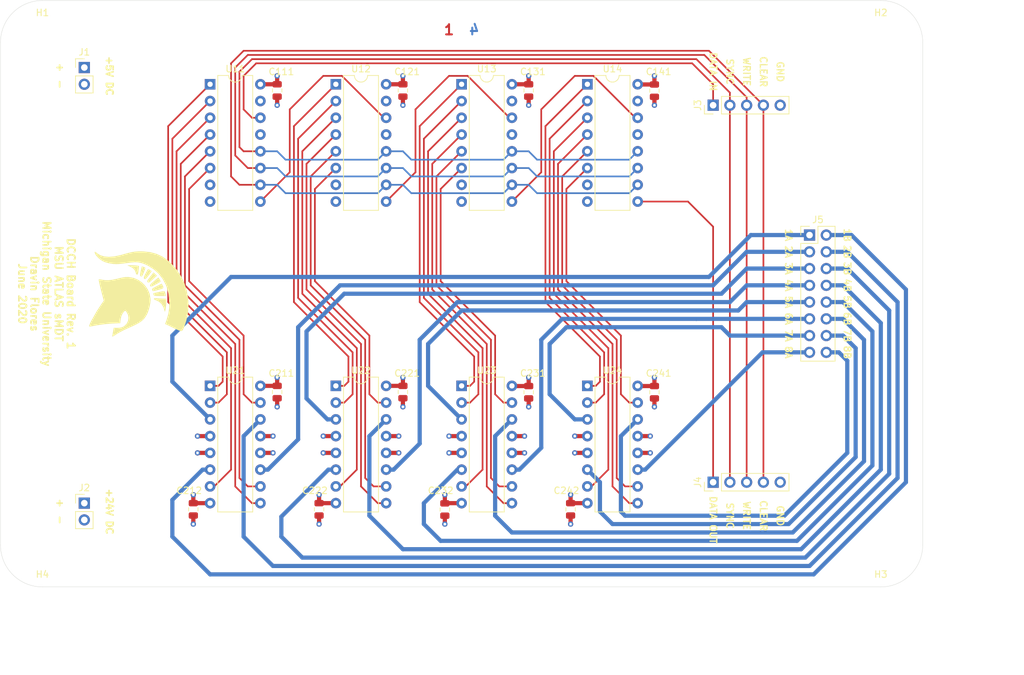
<source format=kicad_pcb>
(kicad_pcb (version 20171130) (host pcbnew "(5.1.6)-1")

  (general
    (thickness 1.6)
    (drawings 72)
    (tracks 443)
    (zones 0)
    (modules 30)
    (nets 52)
  )

  (page A4)
  (title_block
    (title DCCH)
    (date 2020-06-25)
    (rev 1)
    (company "Michigan State University")
    (comment 1 "MSU ATLAS sMDT")
    (comment 2 "BPS 1200")
    (comment 3 "Dravin Flores")
  )

  (layers
    (0 SIG-1 signal)
    (1 PWR power)
    (2 GND power)
    (31 SIG-2 signal)
    (33 F.Adhes user)
    (35 F.Paste user)
    (37 F.SilkS user)
    (39 F.Mask user)
    (40 Dwgs.User user)
    (41 Cmts.User user)
    (42 Eco1.User user)
    (43 Eco2.User user)
    (44 Edge.Cuts user)
    (45 Margin user)
    (46 B.CrtYd user)
    (47 F.CrtYd user)
    (49 F.Fab user)
  )

  (setup
    (last_trace_width 0.25)
    (user_trace_width 0.249936)
    (user_trace_width 0.254)
    (user_trace_width 0.635)
    (user_trace_width 1.27)
    (trace_clearance 0.2)
    (zone_clearance 0.508)
    (zone_45_only no)
    (trace_min 0.249999)
    (via_size 0.8)
    (via_drill 0.4)
    (via_min_size 0.4)
    (via_min_drill 0.3)
    (uvia_size 0.3)
    (uvia_drill 0.1)
    (uvias_allowed no)
    (uvia_min_size 0.2)
    (uvia_min_drill 0.1)
    (edge_width 0.05)
    (segment_width 0.2)
    (pcb_text_width 0.3)
    (pcb_text_size 1.5 1.5)
    (mod_edge_width 0.12)
    (mod_text_size 1 1)
    (mod_text_width 0.15)
    (pad_size 1.524 1.524)
    (pad_drill 0.762)
    (pad_to_mask_clearance 0.05)
    (aux_axis_origin 0 0)
    (visible_elements 7FFFFFFF)
    (pcbplotparams
      (layerselection 0x01020_7ffffff8)
      (usegerberextensions false)
      (usegerberattributes true)
      (usegerberadvancedattributes true)
      (creategerberjobfile true)
      (excludeedgelayer true)
      (linewidth 0.100000)
      (plotframeref false)
      (viasonmask false)
      (mode 1)
      (useauxorigin false)
      (hpglpennumber 1)
      (hpglpenspeed 20)
      (hpglpendiameter 15.000000)
      (psnegative false)
      (psa4output false)
      (plotreference true)
      (plotvalue true)
      (plotinvisibletext false)
      (padsonsilk false)
      (subtractmaskfromsilk false)
      (outputformat 4)
      (mirror false)
      (drillshape 0)
      (scaleselection 1)
      (outputdirectory "../Plots/"))
  )

  (net 0 "")
  (net 1 GND)
  (net 2 +5V)
  (net 3 +24V)
  (net 4 DATA-IN)
  (net 5 WRITE)
  (net 6 SYNC)
  (net 7 CLEAR)
  (net 8 SER-13)
  (net 9 CON-11G)
  (net 10 CON-11F)
  (net 11 CON-11E)
  (net 12 CON-11D)
  (net 13 CON-11C)
  (net 14 SER-11)
  (net 15 CON-11B)
  (net 16 CON-12G)
  (net 17 CON-12F)
  (net 18 CON-12E)
  (net 19 CON-12D)
  (net 20 CON-12C)
  (net 21 SER-12)
  (net 22 CON-12B)
  (net 23 CON-13G)
  (net 24 CON-13F)
  (net 25 CON-13E)
  (net 26 CON-13D)
  (net 27 CON-13C)
  (net 28 CON-13B)
  (net 29 OUT-1A)
  (net 30 OUT-1B)
  (net 31 OUT-2A)
  (net 32 OUT-2B)
  (net 33 OUT-3A)
  (net 34 OUT-3B)
  (net 35 OUT-4A)
  (net 36 OUT-4B)
  (net 37 OUT-5A)
  (net 38 OUT-5B)
  (net 39 OUT-6A)
  (net 40 OUT-6B)
  (net 41 OUT-7A)
  (net 42 OUT-7B)
  (net 43 OUT-8A)
  (net 44 OUT-8B)
  (net 45 SER-14)
  (net 46 CON-14G)
  (net 47 CON-14F)
  (net 48 CON-14E)
  (net 49 CON-14D)
  (net 50 CON-14C)
  (net 51 CON-14B)

  (net_class Default "This is the default net class."
    (clearance 0.2)
    (trace_width 0.25)
    (via_dia 0.8)
    (via_drill 0.4)
    (uvia_dia 0.3)
    (uvia_drill 0.1)
    (add_net +24V)
    (add_net +5V)
    (add_net CLEAR)
    (add_net CON-11B)
    (add_net CON-11C)
    (add_net CON-11D)
    (add_net CON-11E)
    (add_net CON-11F)
    (add_net CON-11G)
    (add_net CON-12B)
    (add_net CON-12C)
    (add_net CON-12D)
    (add_net CON-12E)
    (add_net CON-12F)
    (add_net CON-12G)
    (add_net CON-13B)
    (add_net CON-13C)
    (add_net CON-13D)
    (add_net CON-13E)
    (add_net CON-13F)
    (add_net CON-13G)
    (add_net CON-14B)
    (add_net CON-14C)
    (add_net CON-14D)
    (add_net CON-14E)
    (add_net CON-14F)
    (add_net CON-14G)
    (add_net DATA-IN)
    (add_net GND)
    (add_net OUT-1A)
    (add_net OUT-1B)
    (add_net OUT-2A)
    (add_net OUT-2B)
    (add_net OUT-3A)
    (add_net OUT-3B)
    (add_net OUT-4A)
    (add_net OUT-4B)
    (add_net OUT-5A)
    (add_net OUT-5B)
    (add_net OUT-6A)
    (add_net OUT-6B)
    (add_net OUT-7A)
    (add_net OUT-7B)
    (add_net OUT-8A)
    (add_net OUT-8B)
    (add_net SER-11)
    (add_net SER-12)
    (add_net SER-13)
    (add_net SER-14)
    (add_net SYNC)
    (add_net WRITE)
  )

  (module Connector_PinHeader_2.54mm:PinHeader_1x05_P2.54mm_Vertical (layer SIG-1) (tedit 59FED5CC) (tstamp 5EF6435E)
    (at 177.8 53.975 90)
    (descr "Through hole straight pin header, 1x05, 2.54mm pitch, single row")
    (tags "Through hole pin header THT 1x05 2.54mm single row")
    (path /5EF618C6)
    (fp_text reference J3 (at 0 -2.33 90) (layer F.SilkS)
      (effects (font (size 1 1) (thickness 0.15)))
    )
    (fp_text value Conn_01x05 (at 0 12.49 90) (layer F.Fab)
      (effects (font (size 1 1) (thickness 0.15)))
    )
    (fp_line (start -0.635 -1.27) (end 1.27 -1.27) (layer F.Fab) (width 0.1))
    (fp_line (start 1.27 -1.27) (end 1.27 11.43) (layer F.Fab) (width 0.1))
    (fp_line (start 1.27 11.43) (end -1.27 11.43) (layer F.Fab) (width 0.1))
    (fp_line (start -1.27 11.43) (end -1.27 -0.635) (layer F.Fab) (width 0.1))
    (fp_line (start -1.27 -0.635) (end -0.635 -1.27) (layer F.Fab) (width 0.1))
    (fp_line (start -1.33 11.49) (end 1.33 11.49) (layer F.SilkS) (width 0.12))
    (fp_line (start -1.33 1.27) (end -1.33 11.49) (layer F.SilkS) (width 0.12))
    (fp_line (start 1.33 1.27) (end 1.33 11.49) (layer F.SilkS) (width 0.12))
    (fp_line (start -1.33 1.27) (end 1.33 1.27) (layer F.SilkS) (width 0.12))
    (fp_line (start -1.33 0) (end -1.33 -1.33) (layer F.SilkS) (width 0.12))
    (fp_line (start -1.33 -1.33) (end 0 -1.33) (layer F.SilkS) (width 0.12))
    (fp_line (start -1.8 -1.8) (end -1.8 11.95) (layer F.CrtYd) (width 0.05))
    (fp_line (start -1.8 11.95) (end 1.8 11.95) (layer F.CrtYd) (width 0.05))
    (fp_line (start 1.8 11.95) (end 1.8 -1.8) (layer F.CrtYd) (width 0.05))
    (fp_line (start 1.8 -1.8) (end -1.8 -1.8) (layer F.CrtYd) (width 0.05))
    (fp_text user %R (at 0 5.08) (layer F.Fab)
      (effects (font (size 1 1) (thickness 0.15)))
    )
    (pad 5 thru_hole oval (at 0 10.16 90) (size 1.7 1.7) (drill 1) (layers *.Cu *.Mask)
      (net 1 GND))
    (pad 4 thru_hole oval (at 0 7.62 90) (size 1.7 1.7) (drill 1) (layers *.Cu *.Mask)
      (net 7 CLEAR))
    (pad 3 thru_hole oval (at 0 5.08 90) (size 1.7 1.7) (drill 1) (layers *.Cu *.Mask)
      (net 5 WRITE))
    (pad 2 thru_hole oval (at 0 2.54 90) (size 1.7 1.7) (drill 1) (layers *.Cu *.Mask)
      (net 6 SYNC))
    (pad 1 thru_hole rect (at 0 0 90) (size 1.7 1.7) (drill 1) (layers *.Cu *.Mask)
      (net 4 DATA-IN))
    (model ${KISYS3DMOD}/Connector_PinHeader_2.54mm.3dshapes/PinHeader_1x05_P2.54mm_Vertical.wrl
      (at (xyz 0 0 0))
      (scale (xyz 1 1 1))
      (rotate (xyz 0 0 0))
    )
  )

  (module MSU-LOGO:logo-kicad (layer SIG-1) (tedit 0) (tstamp 5EF6A5E8)
    (at 90.805 82.55 270)
    (fp_text reference G*** (at 0 0 90) (layer F.SilkS) hide
      (effects (font (size 1.524 1.524) (thickness 0.3)))
    )
    (fp_text value LOGO (at 0.75 0 90) (layer F.SilkS) hide
      (effects (font (size 1.524 1.524) (thickness 0.3)))
    )
    (fp_poly (pts (xy 1.642306 -4.138132) (xy 1.951604 -4.110317) (xy 2.246265 -4.070905) (xy 2.49416 -4.025579)
      (xy 2.663161 -3.980024) (xy 2.721141 -3.939922) (xy 2.667 -3.915774) (xy 2.062701 -3.736601)
      (xy 1.576646 -3.453637) (xy 1.219383 -3.075057) (xy 1.007573 -2.629931) (xy 0.911902 -2.404105)
      (xy 0.804658 -2.291427) (xy 0.778688 -2.286) (xy 0.713212 -2.313491) (xy 0.68449 -2.418441)
      (xy 0.688282 -2.634567) (xy 0.706821 -2.8575) (xy 0.735724 -3.218471) (xy 0.755549 -3.570832)
      (xy 0.761398 -3.788834) (xy 0.762 -4.148667) (xy 1.350499 -4.148667) (xy 1.642306 -4.138132)) (layer F.SilkS) (width 0.01))
    (fp_poly (pts (xy 0.338666 -3.193482) (xy 0.334452 -2.782996) (xy 0.319007 -2.512169) (xy 0.288128 -2.351471)
      (xy 0.237611 -2.271373) (xy 0.204741 -2.252726) (xy 0.015386 -2.204259) (xy -0.080771 -2.228595)
      (xy -0.084667 -2.244564) (xy -0.10193 -2.340852) (xy -0.148255 -2.563488) (xy -0.215448 -2.873634)
      (xy -0.257249 -3.062582) (xy -0.325627 -3.406028) (xy -0.366247 -3.686241) (xy -0.374074 -3.86329)
      (xy -0.363082 -3.901764) (xy -0.241913 -3.958077) (xy -0.0281 -4.014837) (xy 0.021166 -4.024501)
      (xy 0.338666 -4.082846) (xy 0.338666 -3.193482)) (layer F.SilkS) (width 0.01))
    (fp_poly (pts (xy -0.811164 -3.626248) (xy -0.718434 -3.424586) (xy -0.618134 -3.082689) (xy -0.592217 -2.9845)
      (xy -0.490699 -2.596721) (xy -0.428939 -2.342072) (xy -0.406273 -2.189246) (xy -0.42204 -2.106936)
      (xy -0.475576 -2.063834) (xy -0.566219 -2.028632) (xy -0.571939 -2.02643) (xy -0.664705 -2.004141)
      (xy -0.746788 -2.035076) (xy -0.838833 -2.143933) (xy -0.961487 -2.355407) (xy -1.135394 -2.694194)
      (xy -1.143247 -2.709825) (xy -1.523616 -3.467184) (xy -1.274013 -3.596259) (xy -1.065946 -3.69144)
      (xy -0.919332 -3.708318) (xy -0.811164 -3.626248)) (layer F.SilkS) (width 0.01))
    (fp_poly (pts (xy -1.806188 -3.232421) (xy -1.688112 -3.046507) (xy -1.527998 -2.775388) (xy -1.411502 -2.570021)
      (xy -1.220805 -2.216352) (xy -1.113208 -1.980968) (xy -1.079879 -1.839946) (xy -1.111988 -1.769365)
      (xy -1.115168 -1.767246) (xy -1.225074 -1.714769) (xy -1.331469 -1.721852) (xy -1.460384 -1.806403)
      (xy -1.63785 -1.986328) (xy -1.889897 -2.279533) (xy -1.930493 -2.328095) (xy -2.460212 -2.962856)
      (xy -2.182606 -3.132112) (xy -1.993927 -3.241066) (xy -1.87467 -3.298697) (xy -1.862667 -3.301421)
      (xy -1.806188 -3.232421)) (layer F.SilkS) (width 0.01))
    (fp_poly (pts (xy -2.434835 -2.402214) (xy -2.113338 -2.041727) (xy -1.890294 -1.786264) (xy -1.751932 -1.614044)
      (xy -1.684479 -1.503286) (xy -1.674164 -1.432209) (xy -1.707217 -1.379033) (xy -1.758367 -1.332311)
      (xy -1.836319 -1.280783) (xy -1.927523 -1.280213) (xy -2.061708 -1.344736) (xy -2.268606 -1.488489)
      (xy -2.565988 -1.716294) (xy -3.226976 -2.230769) (xy -2.72765 -2.730095) (xy -2.434835 -2.402214)) (layer F.SilkS) (width 0.01))
    (fp_poly (pts (xy -2.812419 -1.502389) (xy -2.491522 -1.25768) (xy -2.2991 -1.081707) (xy -2.220225 -0.953157)
      (xy -2.239971 -0.850712) (xy -2.307167 -0.780909) (xy -2.419599 -0.762177) (xy -2.630584 -0.823441)
      (xy -2.958874 -0.970721) (xy -3.069167 -1.025566) (xy -3.363944 -1.181067) (xy -3.589975 -1.313126)
      (xy -3.712515 -1.400883) (xy -3.724776 -1.419192) (xy -3.681876 -1.526746) (xy -3.578606 -1.702408)
      (xy -3.570975 -1.714056) (xy -3.417733 -1.946444) (xy -2.812419 -1.502389)) (layer F.SilkS) (width 0.01))
    (fp_poly (pts (xy -3.821077 -0.975703) (xy -3.340397 -0.796737) (xy -2.999531 -0.661515) (xy -2.778092 -0.558917)
      (xy -2.655693 -0.477824) (xy -2.61195 -0.407117) (xy -2.626475 -0.335675) (xy -2.631101 -0.326646)
      (xy -2.681034 -0.243893) (xy -2.745212 -0.198693) (xy -2.858492 -0.190525) (xy -3.055731 -0.218865)
      (xy -3.371785 -0.283191) (xy -3.513667 -0.313415) (xy -3.806933 -0.378023) (xy -4.025584 -0.430033)
      (xy -4.126074 -0.459038) (xy -4.127882 -0.460208) (xy -4.117618 -0.544736) (xy -4.064108 -0.72485)
      (xy -4.054292 -0.753457) (xy -3.960151 -0.941799) (xy -3.849481 -0.983689) (xy -3.821077 -0.975703)) (layer F.SilkS) (width 0.01))
    (fp_poly (pts (xy -3.671402 0.034187) (xy -3.369498 0.070554) (xy -3.124848 0.109752) (xy -3.006731 0.138307)
      (xy -2.886495 0.232799) (xy -2.912735 0.342062) (xy -3.069293 0.433699) (xy -3.166411 0.458469)
      (xy -3.561475 0.6133) (xy -3.885932 0.91833) (xy -4.112951 1.306353) (xy -4.308246 1.735666)
      (xy -4.313123 1.132416) (xy -4.307796 0.784046) (xy -4.289099 0.464192) (xy -4.263005 0.254188)
      (xy -4.208009 -0.02079) (xy -3.671402 0.034187)) (layer F.SilkS) (width 0.01))
    (fp_poly (pts (xy 2.972148 -7.432435) (xy 4.117578 -7.180682) (xy 4.7884 -6.952973) (xy 5.15807 -6.812083)
      (xy 5.421543 -6.699974) (xy 5.584934 -6.589318) (xy 5.65436 -6.45279) (xy 5.635937 -6.263064)
      (xy 5.53578 -5.992814) (xy 5.360005 -5.614713) (xy 5.174534 -5.227748) (xy 4.582517 -3.982964)
      (xy 4.023324 -4.193443) (xy 3.049631 -4.476371) (xy 2.025924 -4.620098) (xy 0.986218 -4.625491)
      (xy -0.035468 -4.493418) (xy -1.005118 -4.224744) (xy -1.426323 -4.054621) (xy -2.300769 -3.572409)
      (xy -3.066736 -2.96338) (xy -3.714935 -2.236459) (xy -4.236079 -1.400571) (xy -4.280356 -1.312334)
      (xy -4.510209 -0.807098) (xy -4.665737 -0.35609) (xy -4.752354 0.084476) (xy -4.775476 0.558384)
      (xy -4.740515 1.109417) (xy -4.658376 1.744615) (xy -4.593431 2.221713) (xy -4.540062 2.690279)
      (xy -4.503471 3.099012) (xy -4.488862 3.396616) (xy -4.488804 3.416254) (xy -4.523957 3.954971)
      (xy -4.617384 4.516218) (xy -4.75532 5.034414) (xy -4.908034 5.413505) (xy -5.14952 5.804073)
      (xy -5.444294 6.15598) (xy -5.760305 6.440073) (xy -6.065503 6.627203) (xy -6.31006 6.688666)
      (xy -6.360894 6.652447) (xy -6.302361 6.532879) (xy -6.141804 6.331106) (xy -5.832176 5.839743)
      (xy -5.647498 5.237057) (xy -5.58792 4.526178) (xy -5.653595 3.710236) (xy -5.844676 2.792361)
      (xy -5.951548 2.413) (xy -6.149942 1.717778) (xy -6.289562 1.132823) (xy -6.37718 0.612271)
      (xy -6.419564 0.110254) (xy -6.423486 -0.419094) (xy -6.412931 -0.712786) (xy -6.296057 -1.742075)
      (xy -6.041998 -2.67954) (xy -5.643194 -3.542312) (xy -5.092087 -4.34752) (xy -4.539094 -4.959138)
      (xy -3.636969 -5.74135) (xy -2.65011 -6.386535) (xy -1.595174 -6.891134) (xy -0.488822 -7.251584)
      (xy 0.652289 -7.464325) (xy 1.811498 -7.525795) (xy 2.972148 -7.432435)) (layer F.SilkS) (width 0.01))
    (fp_poly (pts (xy 1.394917 -1.74282) (xy 1.89226 -1.648486) (xy 2.405927 -1.511812) (xy 2.86841 -1.349612)
      (xy 3.074175 -1.256787) (xy 3.416077 -1.068787) (xy 3.71078 -0.865148) (xy 3.972988 -0.625473)
      (xy 4.217408 -0.329366) (xy 4.458743 0.043568) (xy 4.711699 0.513725) (xy 4.990979 1.101502)
      (xy 5.31129 1.827295) (xy 5.331489 1.874177) (xy 5.536734 2.313881) (xy 5.782057 2.784707)
      (xy 6.025331 3.207275) (xy 6.10951 3.340262) (xy 6.292831 3.626383) (xy 6.4299 3.853614)
      (xy 6.501597 3.989553) (xy 6.506693 4.013411) (xy 6.415461 4.009977) (xy 6.200273 3.980293)
      (xy 5.903402 3.930386) (xy 5.827647 3.916613) (xy 5.178295 3.796906) (xy 5.175877 3.291328)
      (xy 5.161346 2.895416) (xy 5.111015 2.607355) (xy 5.008033 2.366728) (xy 4.854129 2.137744)
      (xy 4.515398 1.816976) (xy 4.099041 1.623945) (xy 3.644014 1.563581) (xy 3.189276 1.640812)
      (xy 2.773785 1.860567) (xy 2.758302 1.872573) (xy 2.611033 1.999863) (xy 2.585826 2.089127)
      (xy 2.66909 2.203691) (xy 2.683749 2.219962) (xy 2.992691 2.461297) (xy 3.411753 2.649574)
      (xy 3.884218 2.760685) (xy 3.981815 2.771679) (xy 4.462222 2.815241) (xy 4.513221 3.968787)
      (xy 4.577919 4.838072) (xy 4.694153 5.789077) (xy 4.851652 6.745869) (xy 4.964166 7.3025)
      (xy 4.98032 7.444426) (xy 4.938393 7.51527) (xy 4.818558 7.512052) (xy 4.600984 7.431795)
      (xy 4.265846 7.271521) (xy 4.060139 7.166704) (xy 2.652565 6.373743) (xy 1.608666 5.69051)
      (xy 1.058333 5.305464) (xy 0 5.586676) (xy -0.692007 5.766531) (xy -1.264216 5.906825)
      (xy -1.706754 6.005403) (xy -2.009747 6.060109) (xy -2.163324 6.068787) (xy -2.178482 6.062407)
      (xy -2.184415 5.964444) (xy -2.157031 5.755853) (xy -2.124936 5.589674) (xy -2.049986 5.087787)
      (xy -2.045049 4.57044) (xy -2.113073 3.995699) (xy -2.257 3.321626) (xy -2.294646 3.173162)
      (xy -2.415131 2.681318) (xy -2.489349 2.298825) (xy -2.524357 1.974315) (xy -2.52721 1.656419)
      (xy -2.52118 1.524) (xy -2.399642 0.81082) (xy -2.131362 0.147826) (xy -1.735933 -0.446512)
      (xy -1.232951 -0.953721) (xy -0.642008 -1.355329) (xy 0.017299 -1.632862) (xy 0.725377 -1.76785)
      (xy 0.981403 -1.778001) (xy 1.394917 -1.74282)) (layer F.SilkS) (width 0.01))
  )

  (module Package_DIP:DIP-16_W7.62mm (layer SIG-1) (tedit 5A02E8C5) (tstamp 5EF64555)
    (at 158.75 96.52)
    (descr "16-lead though-hole mounted DIP package, row spacing 7.62 mm (300 mils)")
    (tags "THT DIP DIL PDIP 2.54mm 7.62mm 300mil")
    (path /5EF23633)
    (fp_text reference U24 (at 3.81 -2.33) (layer F.SilkS)
      (effects (font (size 1 1) (thickness 0.15)))
    )
    (fp_text value SN754410 (at 3.81 20.11) (layer F.Fab)
      (effects (font (size 1 1) (thickness 0.15)))
    )
    (fp_line (start 1.635 -1.27) (end 6.985 -1.27) (layer F.Fab) (width 0.1))
    (fp_line (start 6.985 -1.27) (end 6.985 19.05) (layer F.Fab) (width 0.1))
    (fp_line (start 6.985 19.05) (end 0.635 19.05) (layer F.Fab) (width 0.1))
    (fp_line (start 0.635 19.05) (end 0.635 -0.27) (layer F.Fab) (width 0.1))
    (fp_line (start 0.635 -0.27) (end 1.635 -1.27) (layer F.Fab) (width 0.1))
    (fp_line (start 2.81 -1.33) (end 1.16 -1.33) (layer F.SilkS) (width 0.12))
    (fp_line (start 1.16 -1.33) (end 1.16 19.11) (layer F.SilkS) (width 0.12))
    (fp_line (start 1.16 19.11) (end 6.46 19.11) (layer F.SilkS) (width 0.12))
    (fp_line (start 6.46 19.11) (end 6.46 -1.33) (layer F.SilkS) (width 0.12))
    (fp_line (start 6.46 -1.33) (end 4.81 -1.33) (layer F.SilkS) (width 0.12))
    (fp_line (start -1.1 -1.55) (end -1.1 19.3) (layer F.CrtYd) (width 0.05))
    (fp_line (start -1.1 19.3) (end 8.7 19.3) (layer F.CrtYd) (width 0.05))
    (fp_line (start 8.7 19.3) (end 8.7 -1.55) (layer F.CrtYd) (width 0.05))
    (fp_line (start 8.7 -1.55) (end -1.1 -1.55) (layer F.CrtYd) (width 0.05))
    (fp_text user %R (at 3.81 8.89) (layer F.Fab)
      (effects (font (size 1 1) (thickness 0.15)))
    )
    (fp_arc (start 3.81 -1.33) (end 2.81 -1.33) (angle -180) (layer F.SilkS) (width 0.12))
    (pad 16 thru_hole oval (at 7.62 0) (size 1.6 1.6) (drill 0.8) (layers *.Cu *.Mask)
      (net 2 +5V))
    (pad 8 thru_hole oval (at 0 17.78) (size 1.6 1.6) (drill 0.8) (layers *.Cu *.Mask)
      (net 3 +24V))
    (pad 15 thru_hole oval (at 7.62 2.54) (size 1.6 1.6) (drill 0.8) (layers *.Cu *.Mask)
      (net 46 CON-14G))
    (pad 7 thru_hole oval (at 0 15.24) (size 1.6 1.6) (drill 0.8) (layers *.Cu *.Mask)
      (net 49 CON-14D))
    (pad 14 thru_hole oval (at 7.62 5.08) (size 1.6 1.6) (drill 0.8) (layers *.Cu *.Mask)
      (net 44 OUT-8B))
    (pad 6 thru_hole oval (at 0 12.7) (size 1.6 1.6) (drill 0.8) (layers *.Cu *.Mask)
      (net 42 OUT-7B))
    (pad 13 thru_hole oval (at 7.62 7.62) (size 1.6 1.6) (drill 0.8) (layers *.Cu *.Mask)
      (net 1 GND))
    (pad 5 thru_hole oval (at 0 10.16) (size 1.6 1.6) (drill 0.8) (layers *.Cu *.Mask)
      (net 1 GND))
    (pad 12 thru_hole oval (at 7.62 10.16) (size 1.6 1.6) (drill 0.8) (layers *.Cu *.Mask)
      (net 1 GND))
    (pad 4 thru_hole oval (at 0 7.62) (size 1.6 1.6) (drill 0.8) (layers *.Cu *.Mask)
      (net 1 GND))
    (pad 11 thru_hole oval (at 7.62 12.7) (size 1.6 1.6) (drill 0.8) (layers *.Cu *.Mask)
      (net 43 OUT-8A))
    (pad 3 thru_hole oval (at 0 5.08) (size 1.6 1.6) (drill 0.8) (layers *.Cu *.Mask)
      (net 41 OUT-7A))
    (pad 10 thru_hole oval (at 7.62 15.24) (size 1.6 1.6) (drill 0.8) (layers *.Cu *.Mask)
      (net 47 CON-14F))
    (pad 2 thru_hole oval (at 0 2.54) (size 1.6 1.6) (drill 0.8) (layers *.Cu *.Mask)
      (net 50 CON-14C))
    (pad 9 thru_hole oval (at 7.62 17.78) (size 1.6 1.6) (drill 0.8) (layers *.Cu *.Mask)
      (net 48 CON-14E))
    (pad 1 thru_hole rect (at 0 0) (size 1.6 1.6) (drill 0.8) (layers *.Cu *.Mask)
      (net 51 CON-14B))
    (model ${KISYS3DMOD}/Package_DIP.3dshapes/DIP-16_W7.62mm.wrl
      (at (xyz 0 0 0))
      (scale (xyz 1 1 1))
      (rotate (xyz 0 0 0))
    )
  )

  (module Package_DIP:DIP-16_W7.62mm (layer SIG-1) (tedit 5A02E8C5) (tstamp 5EF64531)
    (at 139.7 96.52)
    (descr "16-lead though-hole mounted DIP package, row spacing 7.62 mm (300 mils)")
    (tags "THT DIP DIL PDIP 2.54mm 7.62mm 300mil")
    (path /5EF23295)
    (fp_text reference U23 (at 3.81 -2.33) (layer F.SilkS)
      (effects (font (size 1 1) (thickness 0.15)))
    )
    (fp_text value SN754410 (at 3.81 20.11) (layer F.Fab)
      (effects (font (size 1 1) (thickness 0.15)))
    )
    (fp_line (start 1.635 -1.27) (end 6.985 -1.27) (layer F.Fab) (width 0.1))
    (fp_line (start 6.985 -1.27) (end 6.985 19.05) (layer F.Fab) (width 0.1))
    (fp_line (start 6.985 19.05) (end 0.635 19.05) (layer F.Fab) (width 0.1))
    (fp_line (start 0.635 19.05) (end 0.635 -0.27) (layer F.Fab) (width 0.1))
    (fp_line (start 0.635 -0.27) (end 1.635 -1.27) (layer F.Fab) (width 0.1))
    (fp_line (start 2.81 -1.33) (end 1.16 -1.33) (layer F.SilkS) (width 0.12))
    (fp_line (start 1.16 -1.33) (end 1.16 19.11) (layer F.SilkS) (width 0.12))
    (fp_line (start 1.16 19.11) (end 6.46 19.11) (layer F.SilkS) (width 0.12))
    (fp_line (start 6.46 19.11) (end 6.46 -1.33) (layer F.SilkS) (width 0.12))
    (fp_line (start 6.46 -1.33) (end 4.81 -1.33) (layer F.SilkS) (width 0.12))
    (fp_line (start -1.1 -1.55) (end -1.1 19.3) (layer F.CrtYd) (width 0.05))
    (fp_line (start -1.1 19.3) (end 8.7 19.3) (layer F.CrtYd) (width 0.05))
    (fp_line (start 8.7 19.3) (end 8.7 -1.55) (layer F.CrtYd) (width 0.05))
    (fp_line (start 8.7 -1.55) (end -1.1 -1.55) (layer F.CrtYd) (width 0.05))
    (fp_text user %R (at 3.81 8.89) (layer F.Fab)
      (effects (font (size 1 1) (thickness 0.15)))
    )
    (fp_arc (start 3.81 -1.33) (end 2.81 -1.33) (angle -180) (layer F.SilkS) (width 0.12))
    (pad 16 thru_hole oval (at 7.62 0) (size 1.6 1.6) (drill 0.8) (layers *.Cu *.Mask)
      (net 2 +5V))
    (pad 8 thru_hole oval (at 0 17.78) (size 1.6 1.6) (drill 0.8) (layers *.Cu *.Mask)
      (net 3 +24V))
    (pad 15 thru_hole oval (at 7.62 2.54) (size 1.6 1.6) (drill 0.8) (layers *.Cu *.Mask)
      (net 23 CON-13G))
    (pad 7 thru_hole oval (at 0 15.24) (size 1.6 1.6) (drill 0.8) (layers *.Cu *.Mask)
      (net 26 CON-13D))
    (pad 14 thru_hole oval (at 7.62 5.08) (size 1.6 1.6) (drill 0.8) (layers *.Cu *.Mask)
      (net 40 OUT-6B))
    (pad 6 thru_hole oval (at 0 12.7) (size 1.6 1.6) (drill 0.8) (layers *.Cu *.Mask)
      (net 38 OUT-5B))
    (pad 13 thru_hole oval (at 7.62 7.62) (size 1.6 1.6) (drill 0.8) (layers *.Cu *.Mask)
      (net 1 GND))
    (pad 5 thru_hole oval (at 0 10.16) (size 1.6 1.6) (drill 0.8) (layers *.Cu *.Mask)
      (net 1 GND))
    (pad 12 thru_hole oval (at 7.62 10.16) (size 1.6 1.6) (drill 0.8) (layers *.Cu *.Mask)
      (net 1 GND))
    (pad 4 thru_hole oval (at 0 7.62) (size 1.6 1.6) (drill 0.8) (layers *.Cu *.Mask)
      (net 1 GND))
    (pad 11 thru_hole oval (at 7.62 12.7) (size 1.6 1.6) (drill 0.8) (layers *.Cu *.Mask)
      (net 39 OUT-6A))
    (pad 3 thru_hole oval (at 0 5.08) (size 1.6 1.6) (drill 0.8) (layers *.Cu *.Mask)
      (net 37 OUT-5A))
    (pad 10 thru_hole oval (at 7.62 15.24) (size 1.6 1.6) (drill 0.8) (layers *.Cu *.Mask)
      (net 24 CON-13F))
    (pad 2 thru_hole oval (at 0 2.54) (size 1.6 1.6) (drill 0.8) (layers *.Cu *.Mask)
      (net 27 CON-13C))
    (pad 9 thru_hole oval (at 7.62 17.78) (size 1.6 1.6) (drill 0.8) (layers *.Cu *.Mask)
      (net 25 CON-13E))
    (pad 1 thru_hole rect (at 0 0) (size 1.6 1.6) (drill 0.8) (layers *.Cu *.Mask)
      (net 28 CON-13B))
    (model ${KISYS3DMOD}/Package_DIP.3dshapes/DIP-16_W7.62mm.wrl
      (at (xyz 0 0 0))
      (scale (xyz 1 1 1))
      (rotate (xyz 0 0 0))
    )
  )

  (module Package_DIP:DIP-16_W7.62mm (layer SIG-1) (tedit 5A02E8C5) (tstamp 5EF6450D)
    (at 120.65 96.52)
    (descr "16-lead though-hole mounted DIP package, row spacing 7.62 mm (300 mils)")
    (tags "THT DIP DIL PDIP 2.54mm 7.62mm 300mil")
    (path /5EF226A4)
    (fp_text reference U22 (at 3.81 -2.33) (layer F.SilkS)
      (effects (font (size 1 1) (thickness 0.15)))
    )
    (fp_text value SN754410 (at 3.81 20.11) (layer F.Fab)
      (effects (font (size 1 1) (thickness 0.15)))
    )
    (fp_line (start 1.635 -1.27) (end 6.985 -1.27) (layer F.Fab) (width 0.1))
    (fp_line (start 6.985 -1.27) (end 6.985 19.05) (layer F.Fab) (width 0.1))
    (fp_line (start 6.985 19.05) (end 0.635 19.05) (layer F.Fab) (width 0.1))
    (fp_line (start 0.635 19.05) (end 0.635 -0.27) (layer F.Fab) (width 0.1))
    (fp_line (start 0.635 -0.27) (end 1.635 -1.27) (layer F.Fab) (width 0.1))
    (fp_line (start 2.81 -1.33) (end 1.16 -1.33) (layer F.SilkS) (width 0.12))
    (fp_line (start 1.16 -1.33) (end 1.16 19.11) (layer F.SilkS) (width 0.12))
    (fp_line (start 1.16 19.11) (end 6.46 19.11) (layer F.SilkS) (width 0.12))
    (fp_line (start 6.46 19.11) (end 6.46 -1.33) (layer F.SilkS) (width 0.12))
    (fp_line (start 6.46 -1.33) (end 4.81 -1.33) (layer F.SilkS) (width 0.12))
    (fp_line (start -1.1 -1.55) (end -1.1 19.3) (layer F.CrtYd) (width 0.05))
    (fp_line (start -1.1 19.3) (end 8.7 19.3) (layer F.CrtYd) (width 0.05))
    (fp_line (start 8.7 19.3) (end 8.7 -1.55) (layer F.CrtYd) (width 0.05))
    (fp_line (start 8.7 -1.55) (end -1.1 -1.55) (layer F.CrtYd) (width 0.05))
    (fp_text user %R (at 3.81 8.89) (layer F.Fab)
      (effects (font (size 1 1) (thickness 0.15)))
    )
    (fp_arc (start 3.81 -1.33) (end 2.81 -1.33) (angle -180) (layer F.SilkS) (width 0.12))
    (pad 16 thru_hole oval (at 7.62 0) (size 1.6 1.6) (drill 0.8) (layers *.Cu *.Mask)
      (net 2 +5V))
    (pad 8 thru_hole oval (at 0 17.78) (size 1.6 1.6) (drill 0.8) (layers *.Cu *.Mask)
      (net 3 +24V))
    (pad 15 thru_hole oval (at 7.62 2.54) (size 1.6 1.6) (drill 0.8) (layers *.Cu *.Mask)
      (net 16 CON-12G))
    (pad 7 thru_hole oval (at 0 15.24) (size 1.6 1.6) (drill 0.8) (layers *.Cu *.Mask)
      (net 19 CON-12D))
    (pad 14 thru_hole oval (at 7.62 5.08) (size 1.6 1.6) (drill 0.8) (layers *.Cu *.Mask)
      (net 36 OUT-4B))
    (pad 6 thru_hole oval (at 0 12.7) (size 1.6 1.6) (drill 0.8) (layers *.Cu *.Mask)
      (net 34 OUT-3B))
    (pad 13 thru_hole oval (at 7.62 7.62) (size 1.6 1.6) (drill 0.8) (layers *.Cu *.Mask)
      (net 1 GND))
    (pad 5 thru_hole oval (at 0 10.16) (size 1.6 1.6) (drill 0.8) (layers *.Cu *.Mask)
      (net 1 GND))
    (pad 12 thru_hole oval (at 7.62 10.16) (size 1.6 1.6) (drill 0.8) (layers *.Cu *.Mask)
      (net 1 GND))
    (pad 4 thru_hole oval (at 0 7.62) (size 1.6 1.6) (drill 0.8) (layers *.Cu *.Mask)
      (net 1 GND))
    (pad 11 thru_hole oval (at 7.62 12.7) (size 1.6 1.6) (drill 0.8) (layers *.Cu *.Mask)
      (net 35 OUT-4A))
    (pad 3 thru_hole oval (at 0 5.08) (size 1.6 1.6) (drill 0.8) (layers *.Cu *.Mask)
      (net 33 OUT-3A))
    (pad 10 thru_hole oval (at 7.62 15.24) (size 1.6 1.6) (drill 0.8) (layers *.Cu *.Mask)
      (net 17 CON-12F))
    (pad 2 thru_hole oval (at 0 2.54) (size 1.6 1.6) (drill 0.8) (layers *.Cu *.Mask)
      (net 20 CON-12C))
    (pad 9 thru_hole oval (at 7.62 17.78) (size 1.6 1.6) (drill 0.8) (layers *.Cu *.Mask)
      (net 18 CON-12E))
    (pad 1 thru_hole rect (at 0 0) (size 1.6 1.6) (drill 0.8) (layers *.Cu *.Mask)
      (net 22 CON-12B))
    (model ${KISYS3DMOD}/Package_DIP.3dshapes/DIP-16_W7.62mm.wrl
      (at (xyz 0 0 0))
      (scale (xyz 1 1 1))
      (rotate (xyz 0 0 0))
    )
  )

  (module Package_DIP:DIP-16_W7.62mm (layer SIG-1) (tedit 5A02E8C5) (tstamp 5EF648EB)
    (at 101.6 96.52)
    (descr "16-lead though-hole mounted DIP package, row spacing 7.62 mm (300 mils)")
    (tags "THT DIP DIL PDIP 2.54mm 7.62mm 300mil")
    (path /5EF21C4B)
    (fp_text reference U21 (at 3.81 -2.33) (layer F.SilkS)
      (effects (font (size 1 1) (thickness 0.15)))
    )
    (fp_text value SN754410 (at 3.81 20.11) (layer F.Fab)
      (effects (font (size 1 1) (thickness 0.15)))
    )
    (fp_line (start 1.635 -1.27) (end 6.985 -1.27) (layer F.Fab) (width 0.1))
    (fp_line (start 6.985 -1.27) (end 6.985 19.05) (layer F.Fab) (width 0.1))
    (fp_line (start 6.985 19.05) (end 0.635 19.05) (layer F.Fab) (width 0.1))
    (fp_line (start 0.635 19.05) (end 0.635 -0.27) (layer F.Fab) (width 0.1))
    (fp_line (start 0.635 -0.27) (end 1.635 -1.27) (layer F.Fab) (width 0.1))
    (fp_line (start 2.81 -1.33) (end 1.16 -1.33) (layer F.SilkS) (width 0.12))
    (fp_line (start 1.16 -1.33) (end 1.16 19.11) (layer F.SilkS) (width 0.12))
    (fp_line (start 1.16 19.11) (end 6.46 19.11) (layer F.SilkS) (width 0.12))
    (fp_line (start 6.46 19.11) (end 6.46 -1.33) (layer F.SilkS) (width 0.12))
    (fp_line (start 6.46 -1.33) (end 4.81 -1.33) (layer F.SilkS) (width 0.12))
    (fp_line (start -1.1 -1.55) (end -1.1 19.3) (layer F.CrtYd) (width 0.05))
    (fp_line (start -1.1 19.3) (end 8.7 19.3) (layer F.CrtYd) (width 0.05))
    (fp_line (start 8.7 19.3) (end 8.7 -1.55) (layer F.CrtYd) (width 0.05))
    (fp_line (start 8.7 -1.55) (end -1.1 -1.55) (layer F.CrtYd) (width 0.05))
    (fp_text user %R (at 3.81 8.89) (layer F.Fab)
      (effects (font (size 1 1) (thickness 0.15)))
    )
    (fp_arc (start 3.81 -1.33) (end 2.81 -1.33) (angle -180) (layer F.SilkS) (width 0.12))
    (pad 16 thru_hole oval (at 7.62 0) (size 1.6 1.6) (drill 0.8) (layers *.Cu *.Mask)
      (net 2 +5V))
    (pad 8 thru_hole oval (at 0 17.78) (size 1.6 1.6) (drill 0.8) (layers *.Cu *.Mask)
      (net 3 +24V))
    (pad 15 thru_hole oval (at 7.62 2.54) (size 1.6 1.6) (drill 0.8) (layers *.Cu *.Mask)
      (net 9 CON-11G))
    (pad 7 thru_hole oval (at 0 15.24) (size 1.6 1.6) (drill 0.8) (layers *.Cu *.Mask)
      (net 12 CON-11D))
    (pad 14 thru_hole oval (at 7.62 5.08) (size 1.6 1.6) (drill 0.8) (layers *.Cu *.Mask)
      (net 32 OUT-2B))
    (pad 6 thru_hole oval (at 0 12.7) (size 1.6 1.6) (drill 0.8) (layers *.Cu *.Mask)
      (net 30 OUT-1B))
    (pad 13 thru_hole oval (at 7.62 7.62) (size 1.6 1.6) (drill 0.8) (layers *.Cu *.Mask)
      (net 1 GND))
    (pad 5 thru_hole oval (at 0 10.16) (size 1.6 1.6) (drill 0.8) (layers *.Cu *.Mask)
      (net 1 GND))
    (pad 12 thru_hole oval (at 7.62 10.16) (size 1.6 1.6) (drill 0.8) (layers *.Cu *.Mask)
      (net 1 GND))
    (pad 4 thru_hole oval (at 0 7.62) (size 1.6 1.6) (drill 0.8) (layers *.Cu *.Mask)
      (net 1 GND))
    (pad 11 thru_hole oval (at 7.62 12.7) (size 1.6 1.6) (drill 0.8) (layers *.Cu *.Mask)
      (net 31 OUT-2A))
    (pad 3 thru_hole oval (at 0 5.08) (size 1.6 1.6) (drill 0.8) (layers *.Cu *.Mask)
      (net 29 OUT-1A))
    (pad 10 thru_hole oval (at 7.62 15.24) (size 1.6 1.6) (drill 0.8) (layers *.Cu *.Mask)
      (net 10 CON-11F))
    (pad 2 thru_hole oval (at 0 2.54) (size 1.6 1.6) (drill 0.8) (layers *.Cu *.Mask)
      (net 13 CON-11C))
    (pad 9 thru_hole oval (at 7.62 17.78) (size 1.6 1.6) (drill 0.8) (layers *.Cu *.Mask)
      (net 11 CON-11E))
    (pad 1 thru_hole rect (at 0 0) (size 1.6 1.6) (drill 0.8) (layers *.Cu *.Mask)
      (net 15 CON-11B))
    (model ${KISYS3DMOD}/Package_DIP.3dshapes/DIP-16_W7.62mm.wrl
      (at (xyz 0 0 0))
      (scale (xyz 1 1 1))
      (rotate (xyz 0 0 0))
    )
  )

  (module Package_DIP:DIP-16_W7.62mm (layer SIG-1) (tedit 5A02E8C5) (tstamp 5EF644C5)
    (at 158.75 50.8)
    (descr "16-lead though-hole mounted DIP package, row spacing 7.62 mm (300 mils)")
    (tags "THT DIP DIL PDIP 2.54mm 7.62mm 300mil")
    (path /5EF72A4C)
    (fp_text reference U14 (at 3.81 -2.33) (layer F.SilkS)
      (effects (font (size 1 1) (thickness 0.15)))
    )
    (fp_text value SN74HC595 (at 3.81 20.11) (layer F.Fab)
      (effects (font (size 1 1) (thickness 0.15)))
    )
    (fp_line (start 1.635 -1.27) (end 6.985 -1.27) (layer F.Fab) (width 0.1))
    (fp_line (start 6.985 -1.27) (end 6.985 19.05) (layer F.Fab) (width 0.1))
    (fp_line (start 6.985 19.05) (end 0.635 19.05) (layer F.Fab) (width 0.1))
    (fp_line (start 0.635 19.05) (end 0.635 -0.27) (layer F.Fab) (width 0.1))
    (fp_line (start 0.635 -0.27) (end 1.635 -1.27) (layer F.Fab) (width 0.1))
    (fp_line (start 2.81 -1.33) (end 1.16 -1.33) (layer F.SilkS) (width 0.12))
    (fp_line (start 1.16 -1.33) (end 1.16 19.11) (layer F.SilkS) (width 0.12))
    (fp_line (start 1.16 19.11) (end 6.46 19.11) (layer F.SilkS) (width 0.12))
    (fp_line (start 6.46 19.11) (end 6.46 -1.33) (layer F.SilkS) (width 0.12))
    (fp_line (start 6.46 -1.33) (end 4.81 -1.33) (layer F.SilkS) (width 0.12))
    (fp_line (start -1.1 -1.55) (end -1.1 19.3) (layer F.CrtYd) (width 0.05))
    (fp_line (start -1.1 19.3) (end 8.7 19.3) (layer F.CrtYd) (width 0.05))
    (fp_line (start 8.7 19.3) (end 8.7 -1.55) (layer F.CrtYd) (width 0.05))
    (fp_line (start 8.7 -1.55) (end -1.1 -1.55) (layer F.CrtYd) (width 0.05))
    (fp_text user %R (at 3.81 8.89) (layer F.Fab)
      (effects (font (size 1 1) (thickness 0.15)))
    )
    (fp_arc (start 3.81 -1.33) (end 2.81 -1.33) (angle -180) (layer F.SilkS) (width 0.12))
    (pad 16 thru_hole oval (at 7.62 0) (size 1.6 1.6) (drill 0.8) (layers *.Cu *.Mask)
      (net 2 +5V))
    (pad 8 thru_hole oval (at 0 17.78) (size 1.6 1.6) (drill 0.8) (layers *.Cu *.Mask)
      (net 1 GND))
    (pad 15 thru_hole oval (at 7.62 2.54) (size 1.6 1.6) (drill 0.8) (layers *.Cu *.Mask))
    (pad 7 thru_hole oval (at 0 15.24) (size 1.6 1.6) (drill 0.8) (layers *.Cu *.Mask))
    (pad 14 thru_hole oval (at 7.62 5.08) (size 1.6 1.6) (drill 0.8) (layers *.Cu *.Mask)
      (net 8 SER-13))
    (pad 6 thru_hole oval (at 0 12.7) (size 1.6 1.6) (drill 0.8) (layers *.Cu *.Mask)
      (net 46 CON-14G))
    (pad 13 thru_hole oval (at 7.62 7.62) (size 1.6 1.6) (drill 0.8) (layers *.Cu *.Mask)
      (net 1 GND))
    (pad 5 thru_hole oval (at 0 10.16) (size 1.6 1.6) (drill 0.8) (layers *.Cu *.Mask)
      (net 47 CON-14F))
    (pad 12 thru_hole oval (at 7.62 10.16) (size 1.6 1.6) (drill 0.8) (layers *.Cu *.Mask)
      (net 6 SYNC))
    (pad 4 thru_hole oval (at 0 7.62) (size 1.6 1.6) (drill 0.8) (layers *.Cu *.Mask)
      (net 48 CON-14E))
    (pad 11 thru_hole oval (at 7.62 12.7) (size 1.6 1.6) (drill 0.8) (layers *.Cu *.Mask)
      (net 5 WRITE))
    (pad 3 thru_hole oval (at 0 5.08) (size 1.6 1.6) (drill 0.8) (layers *.Cu *.Mask)
      (net 49 CON-14D))
    (pad 10 thru_hole oval (at 7.62 15.24) (size 1.6 1.6) (drill 0.8) (layers *.Cu *.Mask)
      (net 7 CLEAR))
    (pad 2 thru_hole oval (at 0 2.54) (size 1.6 1.6) (drill 0.8) (layers *.Cu *.Mask)
      (net 50 CON-14C))
    (pad 9 thru_hole oval (at 7.62 17.78) (size 1.6 1.6) (drill 0.8) (layers *.Cu *.Mask)
      (net 45 SER-14))
    (pad 1 thru_hole rect (at 0 0) (size 1.6 1.6) (drill 0.8) (layers *.Cu *.Mask)
      (net 51 CON-14B))
    (model ${KISYS3DMOD}/Package_DIP.3dshapes/DIP-16_W7.62mm.wrl
      (at (xyz 0 0 0))
      (scale (xyz 1 1 1))
      (rotate (xyz 0 0 0))
    )
  )

  (module Package_DIP:DIP-16_W7.62mm (layer SIG-1) (tedit 5A02E8C5) (tstamp 5EF644A1)
    (at 139.7 50.8)
    (descr "16-lead though-hole mounted DIP package, row spacing 7.62 mm (300 mils)")
    (tags "THT DIP DIL PDIP 2.54mm 7.62mm 300mil")
    (path /5EF21834)
    (fp_text reference U13 (at 3.81 -2.33) (layer F.SilkS)
      (effects (font (size 1 1) (thickness 0.15)))
    )
    (fp_text value SN74HC595 (at 3.81 20.11) (layer F.Fab)
      (effects (font (size 1 1) (thickness 0.15)))
    )
    (fp_line (start 1.635 -1.27) (end 6.985 -1.27) (layer F.Fab) (width 0.1))
    (fp_line (start 6.985 -1.27) (end 6.985 19.05) (layer F.Fab) (width 0.1))
    (fp_line (start 6.985 19.05) (end 0.635 19.05) (layer F.Fab) (width 0.1))
    (fp_line (start 0.635 19.05) (end 0.635 -0.27) (layer F.Fab) (width 0.1))
    (fp_line (start 0.635 -0.27) (end 1.635 -1.27) (layer F.Fab) (width 0.1))
    (fp_line (start 2.81 -1.33) (end 1.16 -1.33) (layer F.SilkS) (width 0.12))
    (fp_line (start 1.16 -1.33) (end 1.16 19.11) (layer F.SilkS) (width 0.12))
    (fp_line (start 1.16 19.11) (end 6.46 19.11) (layer F.SilkS) (width 0.12))
    (fp_line (start 6.46 19.11) (end 6.46 -1.33) (layer F.SilkS) (width 0.12))
    (fp_line (start 6.46 -1.33) (end 4.81 -1.33) (layer F.SilkS) (width 0.12))
    (fp_line (start -1.1 -1.55) (end -1.1 19.3) (layer F.CrtYd) (width 0.05))
    (fp_line (start -1.1 19.3) (end 8.7 19.3) (layer F.CrtYd) (width 0.05))
    (fp_line (start 8.7 19.3) (end 8.7 -1.55) (layer F.CrtYd) (width 0.05))
    (fp_line (start 8.7 -1.55) (end -1.1 -1.55) (layer F.CrtYd) (width 0.05))
    (fp_text user %R (at 3.81 8.89) (layer F.Fab)
      (effects (font (size 1 1) (thickness 0.15)))
    )
    (fp_arc (start 3.81 -1.33) (end 2.81 -1.33) (angle -180) (layer F.SilkS) (width 0.12))
    (pad 16 thru_hole oval (at 7.62 0) (size 1.6 1.6) (drill 0.8) (layers *.Cu *.Mask)
      (net 2 +5V))
    (pad 8 thru_hole oval (at 0 17.78) (size 1.6 1.6) (drill 0.8) (layers *.Cu *.Mask)
      (net 1 GND))
    (pad 15 thru_hole oval (at 7.62 2.54) (size 1.6 1.6) (drill 0.8) (layers *.Cu *.Mask))
    (pad 7 thru_hole oval (at 0 15.24) (size 1.6 1.6) (drill 0.8) (layers *.Cu *.Mask))
    (pad 14 thru_hole oval (at 7.62 5.08) (size 1.6 1.6) (drill 0.8) (layers *.Cu *.Mask)
      (net 21 SER-12))
    (pad 6 thru_hole oval (at 0 12.7) (size 1.6 1.6) (drill 0.8) (layers *.Cu *.Mask)
      (net 23 CON-13G))
    (pad 13 thru_hole oval (at 7.62 7.62) (size 1.6 1.6) (drill 0.8) (layers *.Cu *.Mask)
      (net 1 GND))
    (pad 5 thru_hole oval (at 0 10.16) (size 1.6 1.6) (drill 0.8) (layers *.Cu *.Mask)
      (net 24 CON-13F))
    (pad 12 thru_hole oval (at 7.62 10.16) (size 1.6 1.6) (drill 0.8) (layers *.Cu *.Mask)
      (net 6 SYNC))
    (pad 4 thru_hole oval (at 0 7.62) (size 1.6 1.6) (drill 0.8) (layers *.Cu *.Mask)
      (net 25 CON-13E))
    (pad 11 thru_hole oval (at 7.62 12.7) (size 1.6 1.6) (drill 0.8) (layers *.Cu *.Mask)
      (net 5 WRITE))
    (pad 3 thru_hole oval (at 0 5.08) (size 1.6 1.6) (drill 0.8) (layers *.Cu *.Mask)
      (net 26 CON-13D))
    (pad 10 thru_hole oval (at 7.62 15.24) (size 1.6 1.6) (drill 0.8) (layers *.Cu *.Mask)
      (net 7 CLEAR))
    (pad 2 thru_hole oval (at 0 2.54) (size 1.6 1.6) (drill 0.8) (layers *.Cu *.Mask)
      (net 27 CON-13C))
    (pad 9 thru_hole oval (at 7.62 17.78) (size 1.6 1.6) (drill 0.8) (layers *.Cu *.Mask)
      (net 8 SER-13))
    (pad 1 thru_hole rect (at 0 0) (size 1.6 1.6) (drill 0.8) (layers *.Cu *.Mask)
      (net 28 CON-13B))
    (model ${KISYS3DMOD}/Package_DIP.3dshapes/DIP-16_W7.62mm.wrl
      (at (xyz 0 0 0))
      (scale (xyz 1 1 1))
      (rotate (xyz 0 0 0))
    )
  )

  (module Package_DIP:DIP-16_W7.62mm (layer SIG-1) (tedit 5A02E8C5) (tstamp 5EF6447D)
    (at 120.65 50.8)
    (descr "16-lead though-hole mounted DIP package, row spacing 7.62 mm (300 mils)")
    (tags "THT DIP DIL PDIP 2.54mm 7.62mm 300mil")
    (path /5EF20984)
    (fp_text reference U12 (at 3.81 -2.33) (layer F.SilkS)
      (effects (font (size 1 1) (thickness 0.15)))
    )
    (fp_text value SN74HC595 (at 3.81 20.11) (layer F.Fab)
      (effects (font (size 1 1) (thickness 0.15)))
    )
    (fp_line (start 1.635 -1.27) (end 6.985 -1.27) (layer F.Fab) (width 0.1))
    (fp_line (start 6.985 -1.27) (end 6.985 19.05) (layer F.Fab) (width 0.1))
    (fp_line (start 6.985 19.05) (end 0.635 19.05) (layer F.Fab) (width 0.1))
    (fp_line (start 0.635 19.05) (end 0.635 -0.27) (layer F.Fab) (width 0.1))
    (fp_line (start 0.635 -0.27) (end 1.635 -1.27) (layer F.Fab) (width 0.1))
    (fp_line (start 2.81 -1.33) (end 1.16 -1.33) (layer F.SilkS) (width 0.12))
    (fp_line (start 1.16 -1.33) (end 1.16 19.11) (layer F.SilkS) (width 0.12))
    (fp_line (start 1.16 19.11) (end 6.46 19.11) (layer F.SilkS) (width 0.12))
    (fp_line (start 6.46 19.11) (end 6.46 -1.33) (layer F.SilkS) (width 0.12))
    (fp_line (start 6.46 -1.33) (end 4.81 -1.33) (layer F.SilkS) (width 0.12))
    (fp_line (start -1.1 -1.55) (end -1.1 19.3) (layer F.CrtYd) (width 0.05))
    (fp_line (start -1.1 19.3) (end 8.7 19.3) (layer F.CrtYd) (width 0.05))
    (fp_line (start 8.7 19.3) (end 8.7 -1.55) (layer F.CrtYd) (width 0.05))
    (fp_line (start 8.7 -1.55) (end -1.1 -1.55) (layer F.CrtYd) (width 0.05))
    (fp_text user %R (at 3.81 8.89) (layer F.Fab)
      (effects (font (size 1 1) (thickness 0.15)))
    )
    (fp_arc (start 3.81 -1.33) (end 2.81 -1.33) (angle -180) (layer F.SilkS) (width 0.12))
    (pad 16 thru_hole oval (at 7.62 0) (size 1.6 1.6) (drill 0.8) (layers *.Cu *.Mask)
      (net 2 +5V))
    (pad 8 thru_hole oval (at 0 17.78) (size 1.6 1.6) (drill 0.8) (layers *.Cu *.Mask)
      (net 1 GND))
    (pad 15 thru_hole oval (at 7.62 2.54) (size 1.6 1.6) (drill 0.8) (layers *.Cu *.Mask))
    (pad 7 thru_hole oval (at 0 15.24) (size 1.6 1.6) (drill 0.8) (layers *.Cu *.Mask))
    (pad 14 thru_hole oval (at 7.62 5.08) (size 1.6 1.6) (drill 0.8) (layers *.Cu *.Mask)
      (net 14 SER-11))
    (pad 6 thru_hole oval (at 0 12.7) (size 1.6 1.6) (drill 0.8) (layers *.Cu *.Mask)
      (net 16 CON-12G))
    (pad 13 thru_hole oval (at 7.62 7.62) (size 1.6 1.6) (drill 0.8) (layers *.Cu *.Mask)
      (net 1 GND))
    (pad 5 thru_hole oval (at 0 10.16) (size 1.6 1.6) (drill 0.8) (layers *.Cu *.Mask)
      (net 17 CON-12F))
    (pad 12 thru_hole oval (at 7.62 10.16) (size 1.6 1.6) (drill 0.8) (layers *.Cu *.Mask)
      (net 6 SYNC))
    (pad 4 thru_hole oval (at 0 7.62) (size 1.6 1.6) (drill 0.8) (layers *.Cu *.Mask)
      (net 18 CON-12E))
    (pad 11 thru_hole oval (at 7.62 12.7) (size 1.6 1.6) (drill 0.8) (layers *.Cu *.Mask)
      (net 5 WRITE))
    (pad 3 thru_hole oval (at 0 5.08) (size 1.6 1.6) (drill 0.8) (layers *.Cu *.Mask)
      (net 19 CON-12D))
    (pad 10 thru_hole oval (at 7.62 15.24) (size 1.6 1.6) (drill 0.8) (layers *.Cu *.Mask)
      (net 7 CLEAR))
    (pad 2 thru_hole oval (at 0 2.54) (size 1.6 1.6) (drill 0.8) (layers *.Cu *.Mask)
      (net 20 CON-12C))
    (pad 9 thru_hole oval (at 7.62 17.78) (size 1.6 1.6) (drill 0.8) (layers *.Cu *.Mask)
      (net 21 SER-12))
    (pad 1 thru_hole rect (at 0 0) (size 1.6 1.6) (drill 0.8) (layers *.Cu *.Mask)
      (net 22 CON-12B))
    (model ${KISYS3DMOD}/Package_DIP.3dshapes/DIP-16_W7.62mm.wrl
      (at (xyz 0 0 0))
      (scale (xyz 1 1 1))
      (rotate (xyz 0 0 0))
    )
  )

  (module Package_DIP:DIP-16_W7.62mm (layer SIG-1) (tedit 5A02E8C5) (tstamp 5EF64459)
    (at 101.6 50.8)
    (descr "16-lead though-hole mounted DIP package, row spacing 7.62 mm (300 mils)")
    (tags "THT DIP DIL PDIP 2.54mm 7.62mm 300mil")
    (path /5EF1F7CE)
    (fp_text reference U11 (at 3.81 -2.33) (layer F.SilkS)
      (effects (font (size 1 1) (thickness 0.15)))
    )
    (fp_text value SN74HC595 (at 3.81 20.11) (layer F.Fab)
      (effects (font (size 1 1) (thickness 0.15)))
    )
    (fp_line (start 1.635 -1.27) (end 6.985 -1.27) (layer F.Fab) (width 0.1))
    (fp_line (start 6.985 -1.27) (end 6.985 19.05) (layer F.Fab) (width 0.1))
    (fp_line (start 6.985 19.05) (end 0.635 19.05) (layer F.Fab) (width 0.1))
    (fp_line (start 0.635 19.05) (end 0.635 -0.27) (layer F.Fab) (width 0.1))
    (fp_line (start 0.635 -0.27) (end 1.635 -1.27) (layer F.Fab) (width 0.1))
    (fp_line (start 2.81 -1.33) (end 1.16 -1.33) (layer F.SilkS) (width 0.12))
    (fp_line (start 1.16 -1.33) (end 1.16 19.11) (layer F.SilkS) (width 0.12))
    (fp_line (start 1.16 19.11) (end 6.46 19.11) (layer F.SilkS) (width 0.12))
    (fp_line (start 6.46 19.11) (end 6.46 -1.33) (layer F.SilkS) (width 0.12))
    (fp_line (start 6.46 -1.33) (end 4.81 -1.33) (layer F.SilkS) (width 0.12))
    (fp_line (start -1.1 -1.55) (end -1.1 19.3) (layer F.CrtYd) (width 0.05))
    (fp_line (start -1.1 19.3) (end 8.7 19.3) (layer F.CrtYd) (width 0.05))
    (fp_line (start 8.7 19.3) (end 8.7 -1.55) (layer F.CrtYd) (width 0.05))
    (fp_line (start 8.7 -1.55) (end -1.1 -1.55) (layer F.CrtYd) (width 0.05))
    (fp_text user %R (at 3.81 8.89) (layer F.Fab)
      (effects (font (size 1 1) (thickness 0.15)))
    )
    (fp_arc (start 3.81 -1.33) (end 2.81 -1.33) (angle -180) (layer F.SilkS) (width 0.12))
    (pad 16 thru_hole oval (at 7.62 0) (size 1.6 1.6) (drill 0.8) (layers *.Cu *.Mask)
      (net 2 +5V))
    (pad 8 thru_hole oval (at 0 17.78) (size 1.6 1.6) (drill 0.8) (layers *.Cu *.Mask)
      (net 1 GND))
    (pad 15 thru_hole oval (at 7.62 2.54) (size 1.6 1.6) (drill 0.8) (layers *.Cu *.Mask))
    (pad 7 thru_hole oval (at 0 15.24) (size 1.6 1.6) (drill 0.8) (layers *.Cu *.Mask))
    (pad 14 thru_hole oval (at 7.62 5.08) (size 1.6 1.6) (drill 0.8) (layers *.Cu *.Mask)
      (net 4 DATA-IN))
    (pad 6 thru_hole oval (at 0 12.7) (size 1.6 1.6) (drill 0.8) (layers *.Cu *.Mask)
      (net 9 CON-11G))
    (pad 13 thru_hole oval (at 7.62 7.62) (size 1.6 1.6) (drill 0.8) (layers *.Cu *.Mask)
      (net 1 GND))
    (pad 5 thru_hole oval (at 0 10.16) (size 1.6 1.6) (drill 0.8) (layers *.Cu *.Mask)
      (net 10 CON-11F))
    (pad 12 thru_hole oval (at 7.62 10.16) (size 1.6 1.6) (drill 0.8) (layers *.Cu *.Mask)
      (net 6 SYNC))
    (pad 4 thru_hole oval (at 0 7.62) (size 1.6 1.6) (drill 0.8) (layers *.Cu *.Mask)
      (net 11 CON-11E))
    (pad 11 thru_hole oval (at 7.62 12.7) (size 1.6 1.6) (drill 0.8) (layers *.Cu *.Mask)
      (net 5 WRITE))
    (pad 3 thru_hole oval (at 0 5.08) (size 1.6 1.6) (drill 0.8) (layers *.Cu *.Mask)
      (net 12 CON-11D))
    (pad 10 thru_hole oval (at 7.62 15.24) (size 1.6 1.6) (drill 0.8) (layers *.Cu *.Mask)
      (net 7 CLEAR))
    (pad 2 thru_hole oval (at 0 2.54) (size 1.6 1.6) (drill 0.8) (layers *.Cu *.Mask)
      (net 13 CON-11C))
    (pad 9 thru_hole oval (at 7.62 17.78) (size 1.6 1.6) (drill 0.8) (layers *.Cu *.Mask)
      (net 14 SER-11))
    (pad 1 thru_hole rect (at 0 0) (size 1.6 1.6) (drill 0.8) (layers *.Cu *.Mask)
      (net 15 CON-11B))
    (model ${KISYS3DMOD}/Package_DIP.3dshapes/DIP-16_W7.62mm.wrl
      (at (xyz 0 0 0))
      (scale (xyz 1 1 1))
      (rotate (xyz 0 0 0))
    )
  )

  (module Connector_PinHeader_2.54mm:PinHeader_2x08_P2.54mm_Vertical (layer SIG-1) (tedit 59FED5CC) (tstamp 5EF6F574)
    (at 192.405 73.66)
    (descr "Through hole straight pin header, 2x08, 2.54mm pitch, double rows")
    (tags "Through hole pin header THT 2x08 2.54mm double row")
    (path /5F08F7C8)
    (fp_text reference J5 (at 1.27 -2.33) (layer F.SilkS)
      (effects (font (size 1 1) (thickness 0.15)))
    )
    (fp_text value Conn_02x08_Odd_Even (at 1.27 20.11) (layer F.Fab)
      (effects (font (size 1 1) (thickness 0.15)))
    )
    (fp_line (start 0 -1.27) (end 3.81 -1.27) (layer F.Fab) (width 0.1))
    (fp_line (start 3.81 -1.27) (end 3.81 19.05) (layer F.Fab) (width 0.1))
    (fp_line (start 3.81 19.05) (end -1.27 19.05) (layer F.Fab) (width 0.1))
    (fp_line (start -1.27 19.05) (end -1.27 0) (layer F.Fab) (width 0.1))
    (fp_line (start -1.27 0) (end 0 -1.27) (layer F.Fab) (width 0.1))
    (fp_line (start -1.33 19.11) (end 3.87 19.11) (layer F.SilkS) (width 0.12))
    (fp_line (start -1.33 1.27) (end -1.33 19.11) (layer F.SilkS) (width 0.12))
    (fp_line (start 3.87 -1.33) (end 3.87 19.11) (layer F.SilkS) (width 0.12))
    (fp_line (start -1.33 1.27) (end 1.27 1.27) (layer F.SilkS) (width 0.12))
    (fp_line (start 1.27 1.27) (end 1.27 -1.33) (layer F.SilkS) (width 0.12))
    (fp_line (start 1.27 -1.33) (end 3.87 -1.33) (layer F.SilkS) (width 0.12))
    (fp_line (start -1.33 0) (end -1.33 -1.33) (layer F.SilkS) (width 0.12))
    (fp_line (start -1.33 -1.33) (end 0 -1.33) (layer F.SilkS) (width 0.12))
    (fp_line (start -1.8 -1.8) (end -1.8 19.55) (layer F.CrtYd) (width 0.05))
    (fp_line (start -1.8 19.55) (end 4.35 19.55) (layer F.CrtYd) (width 0.05))
    (fp_line (start 4.35 19.55) (end 4.35 -1.8) (layer F.CrtYd) (width 0.05))
    (fp_line (start 4.35 -1.8) (end -1.8 -1.8) (layer F.CrtYd) (width 0.05))
    (fp_text user %R (at 1.27 8.89 90) (layer F.Fab)
      (effects (font (size 1 1) (thickness 0.15)))
    )
    (pad 16 thru_hole oval (at 2.54 17.78) (size 1.7 1.7) (drill 1) (layers *.Cu *.Mask)
      (net 44 OUT-8B))
    (pad 15 thru_hole oval (at 0 17.78) (size 1.7 1.7) (drill 1) (layers *.Cu *.Mask)
      (net 43 OUT-8A))
    (pad 14 thru_hole oval (at 2.54 15.24) (size 1.7 1.7) (drill 1) (layers *.Cu *.Mask)
      (net 42 OUT-7B))
    (pad 13 thru_hole oval (at 0 15.24) (size 1.7 1.7) (drill 1) (layers *.Cu *.Mask)
      (net 41 OUT-7A))
    (pad 12 thru_hole oval (at 2.54 12.7) (size 1.7 1.7) (drill 1) (layers *.Cu *.Mask)
      (net 40 OUT-6B))
    (pad 11 thru_hole oval (at 0 12.7) (size 1.7 1.7) (drill 1) (layers *.Cu *.Mask)
      (net 39 OUT-6A))
    (pad 10 thru_hole oval (at 2.54 10.16) (size 1.7 1.7) (drill 1) (layers *.Cu *.Mask)
      (net 38 OUT-5B))
    (pad 9 thru_hole oval (at 0 10.16) (size 1.7 1.7) (drill 1) (layers *.Cu *.Mask)
      (net 37 OUT-5A))
    (pad 8 thru_hole oval (at 2.54 7.62) (size 1.7 1.7) (drill 1) (layers *.Cu *.Mask)
      (net 36 OUT-4B))
    (pad 7 thru_hole oval (at 0 7.62) (size 1.7 1.7) (drill 1) (layers *.Cu *.Mask)
      (net 35 OUT-4A))
    (pad 6 thru_hole oval (at 2.54 5.08) (size 1.7 1.7) (drill 1) (layers *.Cu *.Mask)
      (net 34 OUT-3B))
    (pad 5 thru_hole oval (at 0 5.08) (size 1.7 1.7) (drill 1) (layers *.Cu *.Mask)
      (net 33 OUT-3A))
    (pad 4 thru_hole oval (at 2.54 2.54) (size 1.7 1.7) (drill 1) (layers *.Cu *.Mask)
      (net 32 OUT-2B))
    (pad 3 thru_hole oval (at 0 2.54) (size 1.7 1.7) (drill 1) (layers *.Cu *.Mask)
      (net 31 OUT-2A))
    (pad 2 thru_hole oval (at 2.54 0) (size 1.7 1.7) (drill 1) (layers *.Cu *.Mask)
      (net 30 OUT-1B))
    (pad 1 thru_hole rect (at 0 0) (size 1.7 1.7) (drill 1) (layers *.Cu *.Mask)
      (net 29 OUT-1A))
    (model ${KISYS3DMOD}/Connector_PinHeader_2.54mm.3dshapes/PinHeader_2x08_P2.54mm_Vertical.wrl
      (at (xyz 0 0 0))
      (scale (xyz 1 1 1))
      (rotate (xyz 0 0 0))
    )
  )

  (module Connector_PinHeader_2.54mm:PinHeader_1x05_P2.54mm_Vertical (layer SIG-1) (tedit 59FED5CC) (tstamp 5EF64377)
    (at 177.8 111.125 90)
    (descr "Through hole straight pin header, 1x05, 2.54mm pitch, single row")
    (tags "Through hole pin header THT 1x05 2.54mm single row")
    (path /5EF62645)
    (fp_text reference J4 (at 0 -2.33 90) (layer F.SilkS)
      (effects (font (size 1 1) (thickness 0.15)))
    )
    (fp_text value Conn_01x05 (at 0 12.49 90) (layer F.Fab)
      (effects (font (size 1 1) (thickness 0.15)))
    )
    (fp_line (start 1.8 -1.8) (end -1.8 -1.8) (layer F.CrtYd) (width 0.05))
    (fp_line (start 1.8 11.95) (end 1.8 -1.8) (layer F.CrtYd) (width 0.05))
    (fp_line (start -1.8 11.95) (end 1.8 11.95) (layer F.CrtYd) (width 0.05))
    (fp_line (start -1.8 -1.8) (end -1.8 11.95) (layer F.CrtYd) (width 0.05))
    (fp_line (start -1.33 -1.33) (end 0 -1.33) (layer F.SilkS) (width 0.12))
    (fp_line (start -1.33 0) (end -1.33 -1.33) (layer F.SilkS) (width 0.12))
    (fp_line (start -1.33 1.27) (end 1.33 1.27) (layer F.SilkS) (width 0.12))
    (fp_line (start 1.33 1.27) (end 1.33 11.49) (layer F.SilkS) (width 0.12))
    (fp_line (start -1.33 1.27) (end -1.33 11.49) (layer F.SilkS) (width 0.12))
    (fp_line (start -1.33 11.49) (end 1.33 11.49) (layer F.SilkS) (width 0.12))
    (fp_line (start -1.27 -0.635) (end -0.635 -1.27) (layer F.Fab) (width 0.1))
    (fp_line (start -1.27 11.43) (end -1.27 -0.635) (layer F.Fab) (width 0.1))
    (fp_line (start 1.27 11.43) (end -1.27 11.43) (layer F.Fab) (width 0.1))
    (fp_line (start 1.27 -1.27) (end 1.27 11.43) (layer F.Fab) (width 0.1))
    (fp_line (start -0.635 -1.27) (end 1.27 -1.27) (layer F.Fab) (width 0.1))
    (fp_text user %R (at 0 5.08) (layer F.Fab)
      (effects (font (size 1 1) (thickness 0.15)))
    )
    (pad 1 thru_hole rect (at 0 0 90) (size 1.7 1.7) (drill 1) (layers *.Cu *.Mask)
      (net 45 SER-14))
    (pad 2 thru_hole oval (at 0 2.54 90) (size 1.7 1.7) (drill 1) (layers *.Cu *.Mask)
      (net 6 SYNC))
    (pad 3 thru_hole oval (at 0 5.08 90) (size 1.7 1.7) (drill 1) (layers *.Cu *.Mask)
      (net 5 WRITE))
    (pad 4 thru_hole oval (at 0 7.62 90) (size 1.7 1.7) (drill 1) (layers *.Cu *.Mask)
      (net 7 CLEAR))
    (pad 5 thru_hole oval (at 0 10.16 90) (size 1.7 1.7) (drill 1) (layers *.Cu *.Mask)
      (net 1 GND))
    (model ${KISYS3DMOD}/Connector_PinHeader_2.54mm.3dshapes/PinHeader_1x05_P2.54mm_Vertical.wrl
      (at (xyz 0 0 0))
      (scale (xyz 1 1 1))
      (rotate (xyz 0 0 0))
    )
  )

  (module Connector_PinHeader_2.54mm:PinHeader_1x02_P2.54mm_Vertical (layer SIG-1) (tedit 59FED5CC) (tstamp 5EF64345)
    (at 82.55 114.3)
    (descr "Through hole straight pin header, 1x02, 2.54mm pitch, single row")
    (tags "Through hole pin header THT 1x02 2.54mm single row")
    (path /5EF611BE)
    (fp_text reference J2 (at 0 -2.33) (layer F.SilkS)
      (effects (font (size 1 1) (thickness 0.15)))
    )
    (fp_text value Conn_01x02 (at 0 4.87) (layer F.Fab)
      (effects (font (size 1 1) (thickness 0.15)))
    )
    (fp_line (start -0.635 -1.27) (end 1.27 -1.27) (layer F.Fab) (width 0.1))
    (fp_line (start 1.27 -1.27) (end 1.27 3.81) (layer F.Fab) (width 0.1))
    (fp_line (start 1.27 3.81) (end -1.27 3.81) (layer F.Fab) (width 0.1))
    (fp_line (start -1.27 3.81) (end -1.27 -0.635) (layer F.Fab) (width 0.1))
    (fp_line (start -1.27 -0.635) (end -0.635 -1.27) (layer F.Fab) (width 0.1))
    (fp_line (start -1.33 3.87) (end 1.33 3.87) (layer F.SilkS) (width 0.12))
    (fp_line (start -1.33 1.27) (end -1.33 3.87) (layer F.SilkS) (width 0.12))
    (fp_line (start 1.33 1.27) (end 1.33 3.87) (layer F.SilkS) (width 0.12))
    (fp_line (start -1.33 1.27) (end 1.33 1.27) (layer F.SilkS) (width 0.12))
    (fp_line (start -1.33 0) (end -1.33 -1.33) (layer F.SilkS) (width 0.12))
    (fp_line (start -1.33 -1.33) (end 0 -1.33) (layer F.SilkS) (width 0.12))
    (fp_line (start -1.8 -1.8) (end -1.8 4.35) (layer F.CrtYd) (width 0.05))
    (fp_line (start -1.8 4.35) (end 1.8 4.35) (layer F.CrtYd) (width 0.05))
    (fp_line (start 1.8 4.35) (end 1.8 -1.8) (layer F.CrtYd) (width 0.05))
    (fp_line (start 1.8 -1.8) (end -1.8 -1.8) (layer F.CrtYd) (width 0.05))
    (fp_text user %R (at 0 1.27 90) (layer F.Fab)
      (effects (font (size 1 1) (thickness 0.15)))
    )
    (pad 2 thru_hole oval (at 0 2.54) (size 1.7 1.7) (drill 1) (layers *.Cu *.Mask)
      (net 1 GND))
    (pad 1 thru_hole rect (at 0 0) (size 1.7 1.7) (drill 1) (layers *.Cu *.Mask)
      (net 3 +24V))
    (model ${KISYS3DMOD}/Connector_PinHeader_2.54mm.3dshapes/PinHeader_1x02_P2.54mm_Vertical.wrl
      (at (xyz 0 0 0))
      (scale (xyz 1 1 1))
      (rotate (xyz 0 0 0))
    )
  )

  (module Connector_PinHeader_2.54mm:PinHeader_1x02_P2.54mm_Vertical (layer SIG-1) (tedit 59FED5CC) (tstamp 5EF6432F)
    (at 82.55 48.26)
    (descr "Through hole straight pin header, 1x02, 2.54mm pitch, single row")
    (tags "Through hole pin header THT 1x02 2.54mm single row")
    (path /5EF6041E)
    (fp_text reference J1 (at 0 -2.33) (layer F.SilkS)
      (effects (font (size 1 1) (thickness 0.15)))
    )
    (fp_text value Conn_01x02 (at 0 4.87) (layer F.Fab)
      (effects (font (size 1 1) (thickness 0.15)))
    )
    (fp_line (start -0.635 -1.27) (end 1.27 -1.27) (layer F.Fab) (width 0.1))
    (fp_line (start 1.27 -1.27) (end 1.27 3.81) (layer F.Fab) (width 0.1))
    (fp_line (start 1.27 3.81) (end -1.27 3.81) (layer F.Fab) (width 0.1))
    (fp_line (start -1.27 3.81) (end -1.27 -0.635) (layer F.Fab) (width 0.1))
    (fp_line (start -1.27 -0.635) (end -0.635 -1.27) (layer F.Fab) (width 0.1))
    (fp_line (start -1.33 3.87) (end 1.33 3.87) (layer F.SilkS) (width 0.12))
    (fp_line (start -1.33 1.27) (end -1.33 3.87) (layer F.SilkS) (width 0.12))
    (fp_line (start 1.33 1.27) (end 1.33 3.87) (layer F.SilkS) (width 0.12))
    (fp_line (start -1.33 1.27) (end 1.33 1.27) (layer F.SilkS) (width 0.12))
    (fp_line (start -1.33 0) (end -1.33 -1.33) (layer F.SilkS) (width 0.12))
    (fp_line (start -1.33 -1.33) (end 0 -1.33) (layer F.SilkS) (width 0.12))
    (fp_line (start -1.8 -1.8) (end -1.8 4.35) (layer F.CrtYd) (width 0.05))
    (fp_line (start -1.8 4.35) (end 1.8 4.35) (layer F.CrtYd) (width 0.05))
    (fp_line (start 1.8 4.35) (end 1.8 -1.8) (layer F.CrtYd) (width 0.05))
    (fp_line (start 1.8 -1.8) (end -1.8 -1.8) (layer F.CrtYd) (width 0.05))
    (fp_text user %R (at 0 1.27 90) (layer F.Fab)
      (effects (font (size 1 1) (thickness 0.15)))
    )
    (pad 2 thru_hole oval (at 0 2.54) (size 1.7 1.7) (drill 1) (layers *.Cu *.Mask)
      (net 1 GND))
    (pad 1 thru_hole rect (at 0 0) (size 1.7 1.7) (drill 1) (layers *.Cu *.Mask)
      (net 2 +5V))
    (model ${KISYS3DMOD}/Connector_PinHeader_2.54mm.3dshapes/PinHeader_1x02_P2.54mm_Vertical.wrl
      (at (xyz 0 0 0))
      (scale (xyz 1 1 1))
      (rotate (xyz 0 0 0))
    )
  )

  (module MountingHole:MountingHole_3.5mm (layer SIG-1) (tedit 56D1B4CB) (tstamp 5EF64319)
    (at 76.2 120.65)
    (descr "Mounting Hole 3.5mm, no annular")
    (tags "mounting hole 3.5mm no annular")
    (path /5F1EFFDA)
    (attr virtual)
    (fp_text reference H4 (at 0 4.445) (layer F.SilkS)
      (effects (font (size 1 1) (thickness 0.15)))
    )
    (fp_text value MountingHole (at 0 4.5) (layer F.Fab)
      (effects (font (size 1 1) (thickness 0.15)))
    )
    (fp_circle (center 0 0) (end 3.5 0) (layer Cmts.User) (width 0.15))
    (fp_circle (center 0 0) (end 3.75 0) (layer F.CrtYd) (width 0.05))
    (fp_text user %R (at 0.3 0) (layer F.Fab)
      (effects (font (size 1 1) (thickness 0.15)))
    )
    (pad 1 np_thru_hole circle (at 0 0) (size 3.5 3.5) (drill 3.5) (layers *.Cu *.Mask))
  )

  (module MountingHole:MountingHole_3.5mm (layer SIG-1) (tedit 56D1B4CB) (tstamp 5EF655BD)
    (at 203.2 120.65)
    (descr "Mounting Hole 3.5mm, no annular")
    (tags "mounting hole 3.5mm no annular")
    (path /5F1EFBE9)
    (attr virtual)
    (fp_text reference H3 (at 0 4.445) (layer F.SilkS)
      (effects (font (size 1 1) (thickness 0.15)))
    )
    (fp_text value MountingHole (at 0 4.5) (layer F.Fab)
      (effects (font (size 1 1) (thickness 0.15)))
    )
    (fp_circle (center 0 0) (end 3.5 0) (layer Cmts.User) (width 0.15))
    (fp_circle (center 0 0) (end 3.75 0) (layer F.CrtYd) (width 0.05))
    (fp_text user %R (at 0.3 0) (layer F.Fab)
      (effects (font (size 1 1) (thickness 0.15)))
    )
    (pad 1 np_thru_hole circle (at 0 0) (size 3.5 3.5) (drill 3.5) (layers *.Cu *.Mask))
  )

  (module MountingHole:MountingHole_3.5mm (layer SIG-1) (tedit 56D1B4CB) (tstamp 5EF65545)
    (at 203.2 44.45)
    (descr "Mounting Hole 3.5mm, no annular")
    (tags "mounting hole 3.5mm no annular")
    (path /5F1DF61E)
    (attr virtual)
    (fp_text reference H2 (at 0 -4.5) (layer F.SilkS)
      (effects (font (size 1 1) (thickness 0.15)))
    )
    (fp_text value MountingHole (at 0 4.5) (layer F.Fab)
      (effects (font (size 1 1) (thickness 0.15)))
    )
    (fp_circle (center 0 0) (end 3.75 0) (layer F.CrtYd) (width 0.05))
    (fp_circle (center 0 0) (end 3.5 0) (layer Cmts.User) (width 0.15))
    (fp_text user %R (at 0.3 0) (layer F.Fab)
      (effects (font (size 1 1) (thickness 0.15)))
    )
    (pad 1 np_thru_hole circle (at 0 0) (size 3.5 3.5) (drill 3.5) (layers *.Cu *.Mask))
  )

  (module MountingHole:MountingHole_3.5mm (layer SIG-1) (tedit 56D1B4CB) (tstamp 5EF64301)
    (at 76.2 44.45)
    (descr "Mounting Hole 3.5mm, no annular")
    (tags "mounting hole 3.5mm no annular")
    (path /5F1DE509)
    (attr virtual)
    (fp_text reference H1 (at 0 -4.5) (layer F.SilkS)
      (effects (font (size 1 1) (thickness 0.15)))
    )
    (fp_text value MountingHole (at 0 4.5) (layer F.Fab)
      (effects (font (size 1 1) (thickness 0.15)))
    )
    (fp_circle (center 0 0) (end 3.5 0) (layer Cmts.User) (width 0.15))
    (fp_circle (center 0 0) (end 3.75 0) (layer F.CrtYd) (width 0.05))
    (fp_text user %R (at 0.3 0) (layer F.Fab)
      (effects (font (size 1 1) (thickness 0.15)))
    )
    (pad 1 np_thru_hole circle (at 0 0) (size 3.5 3.5) (drill 3.5) (layers *.Cu *.Mask))
  )

  (module Capacitor_SMD:C_0805_2012Metric (layer SIG-1) (tedit 5B36C52B) (tstamp 5EF642F9)
    (at 156.21 115.2375 270)
    (descr "Capacitor SMD 0805 (2012 Metric), square (rectangular) end terminal, IPC_7351 nominal, (Body size source: https://docs.google.com/spreadsheets/d/1BsfQQcO9C6DZCsRaXUlFlo91Tg2WpOkGARC1WS5S8t0/edit?usp=sharing), generated with kicad-footprint-generator")
    (tags capacitor)
    (path /5F0024CB)
    (attr smd)
    (fp_text reference C242 (at -2.8425 0.635 180) (layer F.SilkS)
      (effects (font (size 1 1) (thickness 0.15)))
    )
    (fp_text value "1 uF" (at 2.8725 0.635 180) (layer F.Fab)
      (effects (font (size 1 1) (thickness 0.15)))
    )
    (fp_line (start -1 0.6) (end -1 -0.6) (layer F.Fab) (width 0.1))
    (fp_line (start -1 -0.6) (end 1 -0.6) (layer F.Fab) (width 0.1))
    (fp_line (start 1 -0.6) (end 1 0.6) (layer F.Fab) (width 0.1))
    (fp_line (start 1 0.6) (end -1 0.6) (layer F.Fab) (width 0.1))
    (fp_line (start -0.258578 -0.71) (end 0.258578 -0.71) (layer F.SilkS) (width 0.12))
    (fp_line (start -0.258578 0.71) (end 0.258578 0.71) (layer F.SilkS) (width 0.12))
    (fp_line (start -1.68 0.95) (end -1.68 -0.95) (layer F.CrtYd) (width 0.05))
    (fp_line (start -1.68 -0.95) (end 1.68 -0.95) (layer F.CrtYd) (width 0.05))
    (fp_line (start 1.68 -0.95) (end 1.68 0.95) (layer F.CrtYd) (width 0.05))
    (fp_line (start 1.68 0.95) (end -1.68 0.95) (layer F.CrtYd) (width 0.05))
    (fp_text user %R (at 0 0 90) (layer F.Fab)
      (effects (font (size 0.5 0.5) (thickness 0.08)))
    )
    (pad 2 smd roundrect (at 0.9375 0 270) (size 0.975 1.4) (layers SIG-1 F.Paste F.Mask) (roundrect_rratio 0.25)
      (net 1 GND))
    (pad 1 smd roundrect (at -0.9375 0 270) (size 0.975 1.4) (layers SIG-1 F.Paste F.Mask) (roundrect_rratio 0.25)
      (net 3 +24V))
    (model ${KISYS3DMOD}/Capacitor_SMD.3dshapes/C_0805_2012Metric.wrl
      (at (xyz 0 0 0))
      (scale (xyz 1 1 1))
      (rotate (xyz 0 0 0))
    )
  )

  (module Capacitor_SMD:C_0805_2012Metric (layer SIG-1) (tedit 5B36C52B) (tstamp 5EF642E8)
    (at 168.91 97.4875 270)
    (descr "Capacitor SMD 0805 (2012 Metric), square (rectangular) end terminal, IPC_7351 nominal, (Body size source: https://docs.google.com/spreadsheets/d/1BsfQQcO9C6DZCsRaXUlFlo91Tg2WpOkGARC1WS5S8t0/edit?usp=sharing), generated with kicad-footprint-generator")
    (tags capacitor)
    (path /5EF3680F)
    (attr smd)
    (fp_text reference C241 (at -2.8725 -0.635 180) (layer F.SilkS)
      (effects (font (size 1 1) (thickness 0.15)))
    )
    (fp_text value "0.1 uF" (at 2.8425 -1.27 180) (layer F.Fab)
      (effects (font (size 1 1) (thickness 0.15)))
    )
    (fp_line (start -1 0.6) (end -1 -0.6) (layer F.Fab) (width 0.1))
    (fp_line (start -1 -0.6) (end 1 -0.6) (layer F.Fab) (width 0.1))
    (fp_line (start 1 -0.6) (end 1 0.6) (layer F.Fab) (width 0.1))
    (fp_line (start 1 0.6) (end -1 0.6) (layer F.Fab) (width 0.1))
    (fp_line (start -0.258578 -0.71) (end 0.258578 -0.71) (layer F.SilkS) (width 0.12))
    (fp_line (start -0.258578 0.71) (end 0.258578 0.71) (layer F.SilkS) (width 0.12))
    (fp_line (start -1.68 0.95) (end -1.68 -0.95) (layer F.CrtYd) (width 0.05))
    (fp_line (start -1.68 -0.95) (end 1.68 -0.95) (layer F.CrtYd) (width 0.05))
    (fp_line (start 1.68 -0.95) (end 1.68 0.95) (layer F.CrtYd) (width 0.05))
    (fp_line (start 1.68 0.95) (end -1.68 0.95) (layer F.CrtYd) (width 0.05))
    (fp_text user %R (at 0 0 90) (layer F.Fab)
      (effects (font (size 0.5 0.5) (thickness 0.08)))
    )
    (pad 2 smd roundrect (at 0.9375 0 270) (size 0.975 1.4) (layers SIG-1 F.Paste F.Mask) (roundrect_rratio 0.25)
      (net 1 GND))
    (pad 1 smd roundrect (at -0.9375 0 270) (size 0.975 1.4) (layers SIG-1 F.Paste F.Mask) (roundrect_rratio 0.25)
      (net 2 +5V))
    (model ${KISYS3DMOD}/Capacitor_SMD.3dshapes/C_0805_2012Metric.wrl
      (at (xyz 0 0 0))
      (scale (xyz 1 1 1))
      (rotate (xyz 0 0 0))
    )
  )

  (module Capacitor_SMD:C_0805_2012Metric (layer SIG-1) (tedit 5B36C52B) (tstamp 5EF642D7)
    (at 137.16 115.2675 270)
    (descr "Capacitor SMD 0805 (2012 Metric), square (rectangular) end terminal, IPC_7351 nominal, (Body size source: https://docs.google.com/spreadsheets/d/1BsfQQcO9C6DZCsRaXUlFlo91Tg2WpOkGARC1WS5S8t0/edit?usp=sharing), generated with kicad-footprint-generator")
    (tags capacitor)
    (path /5EF37E75)
    (attr smd)
    (fp_text reference C232 (at -2.8725 0.635 180) (layer F.SilkS)
      (effects (font (size 1 1) (thickness 0.15)))
    )
    (fp_text value "1 uF" (at 2.8425 0.635 180) (layer F.Fab)
      (effects (font (size 1 1) (thickness 0.15)))
    )
    (fp_line (start -1 0.6) (end -1 -0.6) (layer F.Fab) (width 0.1))
    (fp_line (start -1 -0.6) (end 1 -0.6) (layer F.Fab) (width 0.1))
    (fp_line (start 1 -0.6) (end 1 0.6) (layer F.Fab) (width 0.1))
    (fp_line (start 1 0.6) (end -1 0.6) (layer F.Fab) (width 0.1))
    (fp_line (start -0.258578 -0.71) (end 0.258578 -0.71) (layer F.SilkS) (width 0.12))
    (fp_line (start -0.258578 0.71) (end 0.258578 0.71) (layer F.SilkS) (width 0.12))
    (fp_line (start -1.68 0.95) (end -1.68 -0.95) (layer F.CrtYd) (width 0.05))
    (fp_line (start -1.68 -0.95) (end 1.68 -0.95) (layer F.CrtYd) (width 0.05))
    (fp_line (start 1.68 -0.95) (end 1.68 0.95) (layer F.CrtYd) (width 0.05))
    (fp_line (start 1.68 0.95) (end -1.68 0.95) (layer F.CrtYd) (width 0.05))
    (fp_text user %R (at 0 0 90) (layer F.Fab)
      (effects (font (size 0.5 0.5) (thickness 0.08)))
    )
    (pad 2 smd roundrect (at 0.9375 0 270) (size 0.975 1.4) (layers SIG-1 F.Paste F.Mask) (roundrect_rratio 0.25)
      (net 1 GND))
    (pad 1 smd roundrect (at -0.9375 0 270) (size 0.975 1.4) (layers SIG-1 F.Paste F.Mask) (roundrect_rratio 0.25)
      (net 3 +24V))
    (model ${KISYS3DMOD}/Capacitor_SMD.3dshapes/C_0805_2012Metric.wrl
      (at (xyz 0 0 0))
      (scale (xyz 1 1 1))
      (rotate (xyz 0 0 0))
    )
  )

  (module Capacitor_SMD:C_0805_2012Metric (layer SIG-1) (tedit 5B36C52B) (tstamp 5EF642C6)
    (at 149.86 97.4875 270)
    (descr "Capacitor SMD 0805 (2012 Metric), square (rectangular) end terminal, IPC_7351 nominal, (Body size source: https://docs.google.com/spreadsheets/d/1BsfQQcO9C6DZCsRaXUlFlo91Tg2WpOkGARC1WS5S8t0/edit?usp=sharing), generated with kicad-footprint-generator")
    (tags capacitor)
    (path /5EF36490)
    (attr smd)
    (fp_text reference C231 (at -2.8725 -0.635 180) (layer F.SilkS)
      (effects (font (size 1 1) (thickness 0.15)))
    )
    (fp_text value "0.1 uF" (at 2.8425 -1.27 180) (layer F.Fab)
      (effects (font (size 1 1) (thickness 0.15)))
    )
    (fp_line (start -1 0.6) (end -1 -0.6) (layer F.Fab) (width 0.1))
    (fp_line (start -1 -0.6) (end 1 -0.6) (layer F.Fab) (width 0.1))
    (fp_line (start 1 -0.6) (end 1 0.6) (layer F.Fab) (width 0.1))
    (fp_line (start 1 0.6) (end -1 0.6) (layer F.Fab) (width 0.1))
    (fp_line (start -0.258578 -0.71) (end 0.258578 -0.71) (layer F.SilkS) (width 0.12))
    (fp_line (start -0.258578 0.71) (end 0.258578 0.71) (layer F.SilkS) (width 0.12))
    (fp_line (start -1.68 0.95) (end -1.68 -0.95) (layer F.CrtYd) (width 0.05))
    (fp_line (start -1.68 -0.95) (end 1.68 -0.95) (layer F.CrtYd) (width 0.05))
    (fp_line (start 1.68 -0.95) (end 1.68 0.95) (layer F.CrtYd) (width 0.05))
    (fp_line (start 1.68 0.95) (end -1.68 0.95) (layer F.CrtYd) (width 0.05))
    (fp_text user %R (at 0 0 90) (layer F.Fab)
      (effects (font (size 0.5 0.5) (thickness 0.08)))
    )
    (pad 2 smd roundrect (at 0.9375 0 270) (size 0.975 1.4) (layers SIG-1 F.Paste F.Mask) (roundrect_rratio 0.25)
      (net 1 GND))
    (pad 1 smd roundrect (at -0.9375 0 270) (size 0.975 1.4) (layers SIG-1 F.Paste F.Mask) (roundrect_rratio 0.25)
      (net 2 +5V))
    (model ${KISYS3DMOD}/Capacitor_SMD.3dshapes/C_0805_2012Metric.wrl
      (at (xyz 0 0 0))
      (scale (xyz 1 1 1))
      (rotate (xyz 0 0 0))
    )
  )

  (module Capacitor_SMD:C_0805_2012Metric (layer SIG-1) (tedit 5B36C52B) (tstamp 5EF642B5)
    (at 118.11 115.2375 270)
    (descr "Capacitor SMD 0805 (2012 Metric), square (rectangular) end terminal, IPC_7351 nominal, (Body size source: https://docs.google.com/spreadsheets/d/1BsfQQcO9C6DZCsRaXUlFlo91Tg2WpOkGARC1WS5S8t0/edit?usp=sharing), generated with kicad-footprint-generator")
    (tags capacitor)
    (path /5EF37A52)
    (attr smd)
    (fp_text reference C222 (at -2.8425 0.635 180) (layer F.SilkS)
      (effects (font (size 1 1) (thickness 0.15)))
    )
    (fp_text value "1 uF" (at 2.8725 0.635 180) (layer F.Fab)
      (effects (font (size 1 1) (thickness 0.15)))
    )
    (fp_line (start -1 0.6) (end -1 -0.6) (layer F.Fab) (width 0.1))
    (fp_line (start -1 -0.6) (end 1 -0.6) (layer F.Fab) (width 0.1))
    (fp_line (start 1 -0.6) (end 1 0.6) (layer F.Fab) (width 0.1))
    (fp_line (start 1 0.6) (end -1 0.6) (layer F.Fab) (width 0.1))
    (fp_line (start -0.258578 -0.71) (end 0.258578 -0.71) (layer F.SilkS) (width 0.12))
    (fp_line (start -0.258578 0.71) (end 0.258578 0.71) (layer F.SilkS) (width 0.12))
    (fp_line (start -1.68 0.95) (end -1.68 -0.95) (layer F.CrtYd) (width 0.05))
    (fp_line (start -1.68 -0.95) (end 1.68 -0.95) (layer F.CrtYd) (width 0.05))
    (fp_line (start 1.68 -0.95) (end 1.68 0.95) (layer F.CrtYd) (width 0.05))
    (fp_line (start 1.68 0.95) (end -1.68 0.95) (layer F.CrtYd) (width 0.05))
    (fp_text user %R (at 0 0 90) (layer F.Fab)
      (effects (font (size 0.5 0.5) (thickness 0.08)))
    )
    (pad 2 smd roundrect (at 0.9375 0 270) (size 0.975 1.4) (layers SIG-1 F.Paste F.Mask) (roundrect_rratio 0.25)
      (net 1 GND))
    (pad 1 smd roundrect (at -0.9375 0 270) (size 0.975 1.4) (layers SIG-1 F.Paste F.Mask) (roundrect_rratio 0.25)
      (net 3 +24V))
    (model ${KISYS3DMOD}/Capacitor_SMD.3dshapes/C_0805_2012Metric.wrl
      (at (xyz 0 0 0))
      (scale (xyz 1 1 1))
      (rotate (xyz 0 0 0))
    )
  )

  (module Capacitor_SMD:C_0805_2012Metric (layer SIG-1) (tedit 5B36C52B) (tstamp 5EF642A4)
    (at 130.81 97.4575 270)
    (descr "Capacitor SMD 0805 (2012 Metric), square (rectangular) end terminal, IPC_7351 nominal, (Body size source: https://docs.google.com/spreadsheets/d/1BsfQQcO9C6DZCsRaXUlFlo91Tg2WpOkGARC1WS5S8t0/edit?usp=sharing), generated with kicad-footprint-generator")
    (tags capacitor)
    (path /5EF360E4)
    (attr smd)
    (fp_text reference C221 (at -2.8425 -0.635 180) (layer F.SilkS)
      (effects (font (size 1 1) (thickness 0.15)))
    )
    (fp_text value "0.1 uF" (at 2.8725 -1.27 180) (layer F.Fab)
      (effects (font (size 1 1) (thickness 0.15)))
    )
    (fp_line (start -1 0.6) (end -1 -0.6) (layer F.Fab) (width 0.1))
    (fp_line (start -1 -0.6) (end 1 -0.6) (layer F.Fab) (width 0.1))
    (fp_line (start 1 -0.6) (end 1 0.6) (layer F.Fab) (width 0.1))
    (fp_line (start 1 0.6) (end -1 0.6) (layer F.Fab) (width 0.1))
    (fp_line (start -0.258578 -0.71) (end 0.258578 -0.71) (layer F.SilkS) (width 0.12))
    (fp_line (start -0.258578 0.71) (end 0.258578 0.71) (layer F.SilkS) (width 0.12))
    (fp_line (start -1.68 0.95) (end -1.68 -0.95) (layer F.CrtYd) (width 0.05))
    (fp_line (start -1.68 -0.95) (end 1.68 -0.95) (layer F.CrtYd) (width 0.05))
    (fp_line (start 1.68 -0.95) (end 1.68 0.95) (layer F.CrtYd) (width 0.05))
    (fp_line (start 1.68 0.95) (end -1.68 0.95) (layer F.CrtYd) (width 0.05))
    (fp_text user %R (at 0 0 90) (layer F.Fab)
      (effects (font (size 0.5 0.5) (thickness 0.08)))
    )
    (pad 2 smd roundrect (at 0.9375 0 270) (size 0.975 1.4) (layers SIG-1 F.Paste F.Mask) (roundrect_rratio 0.25)
      (net 1 GND))
    (pad 1 smd roundrect (at -0.9375 0 270) (size 0.975 1.4) (layers SIG-1 F.Paste F.Mask) (roundrect_rratio 0.25)
      (net 2 +5V))
    (model ${KISYS3DMOD}/Capacitor_SMD.3dshapes/C_0805_2012Metric.wrl
      (at (xyz 0 0 0))
      (scale (xyz 1 1 1))
      (rotate (xyz 0 0 0))
    )
  )

  (module Capacitor_SMD:C_0805_2012Metric (layer SIG-1) (tedit 5B36C52B) (tstamp 5EF64293)
    (at 99.06 115.2375 270)
    (descr "Capacitor SMD 0805 (2012 Metric), square (rectangular) end terminal, IPC_7351 nominal, (Body size source: https://docs.google.com/spreadsheets/d/1BsfQQcO9C6DZCsRaXUlFlo91Tg2WpOkGARC1WS5S8t0/edit?usp=sharing), generated with kicad-footprint-generator")
    (tags capacitor)
    (path /5EF36C0A)
    (attr smd)
    (fp_text reference C212 (at -2.8425 0.635 180) (layer F.SilkS)
      (effects (font (size 1 1) (thickness 0.15)))
    )
    (fp_text value "1 uF" (at 2.8725 0.635 180) (layer F.Fab)
      (effects (font (size 1 1) (thickness 0.15)))
    )
    (fp_line (start -1 0.6) (end -1 -0.6) (layer F.Fab) (width 0.1))
    (fp_line (start -1 -0.6) (end 1 -0.6) (layer F.Fab) (width 0.1))
    (fp_line (start 1 -0.6) (end 1 0.6) (layer F.Fab) (width 0.1))
    (fp_line (start 1 0.6) (end -1 0.6) (layer F.Fab) (width 0.1))
    (fp_line (start -0.258578 -0.71) (end 0.258578 -0.71) (layer F.SilkS) (width 0.12))
    (fp_line (start -0.258578 0.71) (end 0.258578 0.71) (layer F.SilkS) (width 0.12))
    (fp_line (start -1.68 0.95) (end -1.68 -0.95) (layer F.CrtYd) (width 0.05))
    (fp_line (start -1.68 -0.95) (end 1.68 -0.95) (layer F.CrtYd) (width 0.05))
    (fp_line (start 1.68 -0.95) (end 1.68 0.95) (layer F.CrtYd) (width 0.05))
    (fp_line (start 1.68 0.95) (end -1.68 0.95) (layer F.CrtYd) (width 0.05))
    (fp_text user %R (at 0 0 90) (layer F.Fab)
      (effects (font (size 0.5 0.5) (thickness 0.08)))
    )
    (pad 2 smd roundrect (at 0.9375 0 270) (size 0.975 1.4) (layers SIG-1 F.Paste F.Mask) (roundrect_rratio 0.25)
      (net 1 GND))
    (pad 1 smd roundrect (at -0.9375 0 270) (size 0.975 1.4) (layers SIG-1 F.Paste F.Mask) (roundrect_rratio 0.25)
      (net 3 +24V))
    (model ${KISYS3DMOD}/Capacitor_SMD.3dshapes/C_0805_2012Metric.wrl
      (at (xyz 0 0 0))
      (scale (xyz 1 1 1))
      (rotate (xyz 0 0 0))
    )
  )

  (module Capacitor_SMD:C_0805_2012Metric (layer SIG-1) (tedit 5B36C52B) (tstamp 5EF64282)
    (at 111.76 97.4575 270)
    (descr "Capacitor SMD 0805 (2012 Metric), square (rectangular) end terminal, IPC_7351 nominal, (Body size source: https://docs.google.com/spreadsheets/d/1BsfQQcO9C6DZCsRaXUlFlo91Tg2WpOkGARC1WS5S8t0/edit?usp=sharing), generated with kicad-footprint-generator")
    (tags capacitor)
    (path /5EF35BE7)
    (attr smd)
    (fp_text reference C211 (at -2.8425 -0.635 180) (layer F.SilkS)
      (effects (font (size 1 1) (thickness 0.15)))
    )
    (fp_text value "0.1 uF" (at 2.8725 -1.27 180) (layer F.Fab)
      (effects (font (size 1 1) (thickness 0.15)))
    )
    (fp_line (start -1 0.6) (end -1 -0.6) (layer F.Fab) (width 0.1))
    (fp_line (start -1 -0.6) (end 1 -0.6) (layer F.Fab) (width 0.1))
    (fp_line (start 1 -0.6) (end 1 0.6) (layer F.Fab) (width 0.1))
    (fp_line (start 1 0.6) (end -1 0.6) (layer F.Fab) (width 0.1))
    (fp_line (start -0.258578 -0.71) (end 0.258578 -0.71) (layer F.SilkS) (width 0.12))
    (fp_line (start -0.258578 0.71) (end 0.258578 0.71) (layer F.SilkS) (width 0.12))
    (fp_line (start -1.68 0.95) (end -1.68 -0.95) (layer F.CrtYd) (width 0.05))
    (fp_line (start -1.68 -0.95) (end 1.68 -0.95) (layer F.CrtYd) (width 0.05))
    (fp_line (start 1.68 -0.95) (end 1.68 0.95) (layer F.CrtYd) (width 0.05))
    (fp_line (start 1.68 0.95) (end -1.68 0.95) (layer F.CrtYd) (width 0.05))
    (fp_text user %R (at 0 0 90) (layer F.Fab)
      (effects (font (size 0.5 0.5) (thickness 0.08)))
    )
    (pad 2 smd roundrect (at 0.9375 0 270) (size 0.975 1.4) (layers SIG-1 F.Paste F.Mask) (roundrect_rratio 0.25)
      (net 1 GND))
    (pad 1 smd roundrect (at -0.9375 0 270) (size 0.975 1.4) (layers SIG-1 F.Paste F.Mask) (roundrect_rratio 0.25)
      (net 2 +5V))
    (model ${KISYS3DMOD}/Capacitor_SMD.3dshapes/C_0805_2012Metric.wrl
      (at (xyz 0 0 0))
      (scale (xyz 1 1 1))
      (rotate (xyz 0 0 0))
    )
  )

  (module Capacitor_SMD:C_0805_2012Metric (layer SIG-1) (tedit 5B36C52B) (tstamp 5EF64271)
    (at 168.91 51.7675 270)
    (descr "Capacitor SMD 0805 (2012 Metric), square (rectangular) end terminal, IPC_7351 nominal, (Body size source: https://docs.google.com/spreadsheets/d/1BsfQQcO9C6DZCsRaXUlFlo91Tg2WpOkGARC1WS5S8t0/edit?usp=sharing), generated with kicad-footprint-generator")
    (tags capacitor)
    (path /5F019F84)
    (attr smd)
    (fp_text reference C141 (at -2.8725 -0.635 180) (layer F.SilkS)
      (effects (font (size 1 1) (thickness 0.15)))
    )
    (fp_text value "0.1 uF" (at 2.8425 -1.27 180) (layer F.Fab)
      (effects (font (size 1 1) (thickness 0.15)))
    )
    (fp_line (start -1 0.6) (end -1 -0.6) (layer F.Fab) (width 0.1))
    (fp_line (start -1 -0.6) (end 1 -0.6) (layer F.Fab) (width 0.1))
    (fp_line (start 1 -0.6) (end 1 0.6) (layer F.Fab) (width 0.1))
    (fp_line (start 1 0.6) (end -1 0.6) (layer F.Fab) (width 0.1))
    (fp_line (start -0.258578 -0.71) (end 0.258578 -0.71) (layer F.SilkS) (width 0.12))
    (fp_line (start -0.258578 0.71) (end 0.258578 0.71) (layer F.SilkS) (width 0.12))
    (fp_line (start -1.68 0.95) (end -1.68 -0.95) (layer F.CrtYd) (width 0.05))
    (fp_line (start -1.68 -0.95) (end 1.68 -0.95) (layer F.CrtYd) (width 0.05))
    (fp_line (start 1.68 -0.95) (end 1.68 0.95) (layer F.CrtYd) (width 0.05))
    (fp_line (start 1.68 0.95) (end -1.68 0.95) (layer F.CrtYd) (width 0.05))
    (fp_text user %R (at 0 0 90) (layer F.Fab)
      (effects (font (size 0.5 0.5) (thickness 0.08)))
    )
    (pad 2 smd roundrect (at 0.9375 0 270) (size 0.975 1.4) (layers SIG-1 F.Paste F.Mask) (roundrect_rratio 0.25)
      (net 1 GND))
    (pad 1 smd roundrect (at -0.9375 0 270) (size 0.975 1.4) (layers SIG-1 F.Paste F.Mask) (roundrect_rratio 0.25)
      (net 2 +5V))
    (model ${KISYS3DMOD}/Capacitor_SMD.3dshapes/C_0805_2012Metric.wrl
      (at (xyz 0 0 0))
      (scale (xyz 1 1 1))
      (rotate (xyz 0 0 0))
    )
  )

  (module Capacitor_SMD:C_0805_2012Metric (layer SIG-1) (tedit 5B36C52B) (tstamp 5EF68F74)
    (at 149.86 51.7375 270)
    (descr "Capacitor SMD 0805 (2012 Metric), square (rectangular) end terminal, IPC_7351 nominal, (Body size source: https://docs.google.com/spreadsheets/d/1BsfQQcO9C6DZCsRaXUlFlo91Tg2WpOkGARC1WS5S8t0/edit?usp=sharing), generated with kicad-footprint-generator")
    (tags capacitor)
    (path /5EF3573E)
    (attr smd)
    (fp_text reference C131 (at -2.8425 -0.635 180) (layer F.SilkS)
      (effects (font (size 1 1) (thickness 0.15)))
    )
    (fp_text value "0.1 uF" (at 2.8725 -1.27 180) (layer F.Fab)
      (effects (font (size 1 1) (thickness 0.15)))
    )
    (fp_line (start -1 0.6) (end -1 -0.6) (layer F.Fab) (width 0.1))
    (fp_line (start -1 -0.6) (end 1 -0.6) (layer F.Fab) (width 0.1))
    (fp_line (start 1 -0.6) (end 1 0.6) (layer F.Fab) (width 0.1))
    (fp_line (start 1 0.6) (end -1 0.6) (layer F.Fab) (width 0.1))
    (fp_line (start -0.258578 -0.71) (end 0.258578 -0.71) (layer F.SilkS) (width 0.12))
    (fp_line (start -0.258578 0.71) (end 0.258578 0.71) (layer F.SilkS) (width 0.12))
    (fp_line (start -1.68 0.95) (end -1.68 -0.95) (layer F.CrtYd) (width 0.05))
    (fp_line (start -1.68 -0.95) (end 1.68 -0.95) (layer F.CrtYd) (width 0.05))
    (fp_line (start 1.68 -0.95) (end 1.68 0.95) (layer F.CrtYd) (width 0.05))
    (fp_line (start 1.68 0.95) (end -1.68 0.95) (layer F.CrtYd) (width 0.05))
    (fp_text user %R (at 0 0 90) (layer F.Fab)
      (effects (font (size 0.5 0.5) (thickness 0.08)))
    )
    (pad 2 smd roundrect (at 0.9375 0 270) (size 0.975 1.4) (layers SIG-1 F.Paste F.Mask) (roundrect_rratio 0.25)
      (net 1 GND))
    (pad 1 smd roundrect (at -0.9375 0 270) (size 0.975 1.4) (layers SIG-1 F.Paste F.Mask) (roundrect_rratio 0.25)
      (net 2 +5V))
    (model ${KISYS3DMOD}/Capacitor_SMD.3dshapes/C_0805_2012Metric.wrl
      (at (xyz 0 0 0))
      (scale (xyz 1 1 1))
      (rotate (xyz 0 0 0))
    )
  )

  (module Capacitor_SMD:C_0805_2012Metric (layer SIG-1) (tedit 5B36C52B) (tstamp 5EF6424F)
    (at 130.81 51.7375 270)
    (descr "Capacitor SMD 0805 (2012 Metric), square (rectangular) end terminal, IPC_7351 nominal, (Body size source: https://docs.google.com/spreadsheets/d/1BsfQQcO9C6DZCsRaXUlFlo91Tg2WpOkGARC1WS5S8t0/edit?usp=sharing), generated with kicad-footprint-generator")
    (tags capacitor)
    (path /5EF34DE8)
    (attr smd)
    (fp_text reference C121 (at -2.8425 -0.635 180) (layer F.SilkS)
      (effects (font (size 1 1) (thickness 0.15)))
    )
    (fp_text value "0.1 uF" (at 2.8725 -1.27 180) (layer F.Fab)
      (effects (font (size 1 1) (thickness 0.15)))
    )
    (fp_line (start -1 0.6) (end -1 -0.6) (layer F.Fab) (width 0.1))
    (fp_line (start -1 -0.6) (end 1 -0.6) (layer F.Fab) (width 0.1))
    (fp_line (start 1 -0.6) (end 1 0.6) (layer F.Fab) (width 0.1))
    (fp_line (start 1 0.6) (end -1 0.6) (layer F.Fab) (width 0.1))
    (fp_line (start -0.258578 -0.71) (end 0.258578 -0.71) (layer F.SilkS) (width 0.12))
    (fp_line (start -0.258578 0.71) (end 0.258578 0.71) (layer F.SilkS) (width 0.12))
    (fp_line (start -1.68 0.95) (end -1.68 -0.95) (layer F.CrtYd) (width 0.05))
    (fp_line (start -1.68 -0.95) (end 1.68 -0.95) (layer F.CrtYd) (width 0.05))
    (fp_line (start 1.68 -0.95) (end 1.68 0.95) (layer F.CrtYd) (width 0.05))
    (fp_line (start 1.68 0.95) (end -1.68 0.95) (layer F.CrtYd) (width 0.05))
    (fp_text user %R (at 0 0 90) (layer F.Fab)
      (effects (font (size 0.5 0.5) (thickness 0.08)))
    )
    (pad 2 smd roundrect (at 0.9375 0 270) (size 0.975 1.4) (layers SIG-1 F.Paste F.Mask) (roundrect_rratio 0.25)
      (net 1 GND))
    (pad 1 smd roundrect (at -0.9375 0 270) (size 0.975 1.4) (layers SIG-1 F.Paste F.Mask) (roundrect_rratio 0.25)
      (net 2 +5V))
    (model ${KISYS3DMOD}/Capacitor_SMD.3dshapes/C_0805_2012Metric.wrl
      (at (xyz 0 0 0))
      (scale (xyz 1 1 1))
      (rotate (xyz 0 0 0))
    )
  )

  (module Capacitor_SMD:C_0805_2012Metric (layer SIG-1) (tedit 5B36C52B) (tstamp 5EF6423E)
    (at 111.76 51.7375 270)
    (descr "Capacitor SMD 0805 (2012 Metric), square (rectangular) end terminal, IPC_7351 nominal, (Body size source: https://docs.google.com/spreadsheets/d/1BsfQQcO9C6DZCsRaXUlFlo91Tg2WpOkGARC1WS5S8t0/edit?usp=sharing), generated with kicad-footprint-generator")
    (tags capacitor)
    (path /5EF333EA)
    (attr smd)
    (fp_text reference C111 (at -2.8425 -0.635 180) (layer F.SilkS)
      (effects (font (size 1 1) (thickness 0.15)))
    )
    (fp_text value "0.1 uF" (at 2.8725 -1.27 180) (layer F.Fab)
      (effects (font (size 1 1) (thickness 0.15)))
    )
    (fp_line (start -1 0.6) (end -1 -0.6) (layer F.Fab) (width 0.1))
    (fp_line (start -1 -0.6) (end 1 -0.6) (layer F.Fab) (width 0.1))
    (fp_line (start 1 -0.6) (end 1 0.6) (layer F.Fab) (width 0.1))
    (fp_line (start 1 0.6) (end -1 0.6) (layer F.Fab) (width 0.1))
    (fp_line (start -0.258578 -0.71) (end 0.258578 -0.71) (layer F.SilkS) (width 0.12))
    (fp_line (start -0.258578 0.71) (end 0.258578 0.71) (layer F.SilkS) (width 0.12))
    (fp_line (start -1.68 0.95) (end -1.68 -0.95) (layer F.CrtYd) (width 0.05))
    (fp_line (start -1.68 -0.95) (end 1.68 -0.95) (layer F.CrtYd) (width 0.05))
    (fp_line (start 1.68 -0.95) (end 1.68 0.95) (layer F.CrtYd) (width 0.05))
    (fp_line (start 1.68 0.95) (end -1.68 0.95) (layer F.CrtYd) (width 0.05))
    (fp_text user %R (at 0 0 90) (layer F.Fab)
      (effects (font (size 0.5 0.5) (thickness 0.08)))
    )
    (pad 2 smd roundrect (at 0.9375 0 270) (size 0.975 1.4) (layers SIG-1 F.Paste F.Mask) (roundrect_rratio 0.25)
      (net 1 GND))
    (pad 1 smd roundrect (at -0.9375 0 270) (size 0.975 1.4) (layers SIG-1 F.Paste F.Mask) (roundrect_rratio 0.25)
      (net 2 +5V))
    (model ${KISYS3DMOD}/Capacitor_SMD.3dshapes/C_0805_2012Metric.wrl
      (at (xyz 0 0 0))
      (scale (xyz 1 1 1))
      (rotate (xyz 0 0 0))
    )
  )

  (gr_text LAYER (at 139.7 40.005) (layer Cmts.User)
    (effects (font (size 1.524 1.524) (thickness 0.3048)))
  )
  (gr_text 4 (at 141.605 42.545) (layer SIG-2) (tstamp 5EFA1890)
    (effects (font (size 1.524 1.524) (thickness 0.3048)) (justify mirror))
  )
  (gr_text 3 (at 140.335 42.545) (layer GND) (tstamp 5EFA1884)
    (effects (font (size 1.524 1.524) (thickness 0.3048)))
  )
  (gr_text 2 (at 139.065 42.545) (layer PWR) (tstamp 5EFA1870)
    (effects (font (size 1.524 1.524) (thickness 0.3048)))
  )
  (gr_text 1 (at 137.795 42.545) (layer SIG-1) (tstamp 5EFA18EC)
    (effects (font (size 1.524 1.524) (thickness 0.3048)))
  )
  (dimension 139.7 (width 0.15) (layer Cmts.User)
    (gr_text "5.5000 in" (at 139.7 141) (layer Cmts.User)
      (effects (font (size 1 1) (thickness 0.15)))
    )
    (feature1 (pts (xy 209.55 133.35) (xy 209.55 140.286421)))
    (feature2 (pts (xy 69.85 133.35) (xy 69.85 140.286421)))
    (crossbar (pts (xy 69.85 139.7) (xy 209.55 139.7)))
    (arrow1a (pts (xy 209.55 139.7) (xy 208.423496 140.286421)))
    (arrow1b (pts (xy 209.55 139.7) (xy 208.423496 139.113579)))
    (arrow2a (pts (xy 69.85 139.7) (xy 70.976504 140.286421)))
    (arrow2b (pts (xy 69.85 139.7) (xy 70.976504 139.113579)))
  )
  (dimension 88.9 (width 0.15) (layer Cmts.User)
    (gr_text "3.5000 in" (at 223.55 82.55 90) (layer Cmts.User)
      (effects (font (size 1 1) (thickness 0.15)))
    )
    (feature1 (pts (xy 215.9 38.1) (xy 222.836421 38.1)))
    (feature2 (pts (xy 215.9 127) (xy 222.836421 127)))
    (crossbar (pts (xy 222.25 127) (xy 222.25 38.1)))
    (arrow1a (pts (xy 222.25 38.1) (xy 222.836421 39.226504)))
    (arrow1b (pts (xy 222.25 38.1) (xy 221.663579 39.226504)))
    (arrow2a (pts (xy 222.25 127) (xy 222.836421 125.873496)))
    (arrow2b (pts (xy 222.25 127) (xy 221.663579 125.873496)))
  )
  (gr_arc (start 76.2 120.65) (end 69.85 120.65) (angle -90) (layer Margin) (width 0.15))
  (gr_arc (start 76.2 44.45) (end 76.2 38.1) (angle -90) (layer Margin) (width 0.15))
  (gr_arc (start 203.2 44.45) (end 209.55 44.45) (angle -90) (layer Margin) (width 0.15))
  (gr_arc (start 203.2 120.65) (end 203.2 127) (angle -90) (layer Margin) (width 0.15))
  (gr_text 6B (at 198.12 86.36 270) (layer F.SilkS) (tstamp 5EF79DFD)
    (effects (font (size 1.016 1.016) (thickness 0.2032)))
  )
  (gr_text 7B (at 198.12 88.9 270) (layer F.SilkS) (tstamp 5EF79DFC)
    (effects (font (size 1.016 1.016) (thickness 0.2032)))
  )
  (gr_text 8B (at 198.12 91.44 270) (layer F.SilkS) (tstamp 5EF79DFB)
    (effects (font (size 1.016 1.016) (thickness 0.2032)))
  )
  (gr_text 2B (at 198.12 76.2 270) (layer F.SilkS) (tstamp 5EF79DFA)
    (effects (font (size 1.016 1.016) (thickness 0.2032)))
  )
  (gr_text 1B (at 198.12 73.66 270) (layer F.SilkS) (tstamp 5EF79DF9)
    (effects (font (size 1.016 1.016) (thickness 0.2032)))
  )
  (gr_text 5B (at 198.12 83.82 270) (layer F.SilkS) (tstamp 5EF79DF8)
    (effects (font (size 1.016 1.016) (thickness 0.2032)))
  )
  (gr_text 3B (at 198.12 78.74 270) (layer F.SilkS) (tstamp 5EF79DF7)
    (effects (font (size 1.016 1.016) (thickness 0.2032)))
  )
  (gr_text 4B (at 198.12 81.28 270) (layer F.SilkS) (tstamp 5EF79DF6)
    (effects (font (size 1.016 1.016) (thickness 0.2032)))
  )
  (gr_text 8A (at 189.23 91.44 270) (layer F.SilkS) (tstamp 5EF79DDA)
    (effects (font (size 1.016 1.016) (thickness 0.2032)))
  )
  (gr_text 7A (at 189.23 88.9 270) (layer F.SilkS) (tstamp 5EF79DDA)
    (effects (font (size 1.016 1.016) (thickness 0.2032)))
  )
  (gr_text 6A (at 189.23 86.36 270) (layer F.SilkS) (tstamp 5EF79DDA)
    (effects (font (size 1.016 1.016) (thickness 0.2032)))
  )
  (gr_text 5A (at 189.23 83.82 270) (layer F.SilkS) (tstamp 5EF79DDA)
    (effects (font (size 1.016 1.016) (thickness 0.2032)))
  )
  (gr_text 4A (at 189.23 81.28 270) (layer F.SilkS) (tstamp 5EF79DDA)
    (effects (font (size 1.016 1.016) (thickness 0.2032)))
  )
  (gr_text 3A (at 189.23 78.74 270) (layer F.SilkS) (tstamp 5EF79DDA)
    (effects (font (size 1.016 1.016) (thickness 0.2032)))
  )
  (gr_text 2A (at 189.23 76.2 270) (layer F.SilkS) (tstamp 5EF79DDA)
    (effects (font (size 1.016 1.016) (thickness 0.2032)))
  )
  (gr_text 1A (at 189.23 73.66 270) (layer F.SilkS)
    (effects (font (size 1.016 1.016) (thickness 0.2032)))
  )
  (gr_text GND (at 187.96 116.205 270) (layer F.SilkS) (tstamp 5EF77FB7)
    (effects (font (size 1.016 1.016) (thickness 0.2032)))
  )
  (gr_text "CLEAR\n" (at 185.42 116.205 270) (layer F.SilkS) (tstamp 5EF77FB6)
    (effects (font (size 1.016 1.016) (thickness 0.2032)))
  )
  (gr_text "DATA OUT\n" (at 177.8 116.84 270) (layer F.SilkS) (tstamp 5EF77FB5)
    (effects (font (size 1.016 1.016) (thickness 0.2032)))
  )
  (gr_text "SYNC\n" (at 180.34 116.205 270) (layer F.SilkS) (tstamp 5EF77FB4)
    (effects (font (size 1.016 1.016) (thickness 0.2032)))
  )
  (gr_text WRITE (at 182.88 116.205 270) (layer F.SilkS) (tstamp 5EF77FB3)
    (effects (font (size 1.016 1.016) (thickness 0.2032)))
  )
  (gr_text "DATA IN\n" (at 177.8 48.895 270) (layer F.SilkS) (tstamp 5EF77D0B)
    (effects (font (size 1.016 1.016) (thickness 0.2032)))
  )
  (gr_text GND (at 187.96 48.895 270) (layer F.SilkS) (tstamp 5EF77D0B)
    (effects (font (size 1.016 1.016) (thickness 0.2032)))
  )
  (gr_text "CLEAR\n" (at 185.42 48.895 270) (layer F.SilkS) (tstamp 5EF77D0B)
    (effects (font (size 1.016 1.016) (thickness 0.2032)))
  )
  (gr_text "SYNC\n" (at 180.34 48.895 270) (layer F.SilkS) (tstamp 5EF77D0B)
    (effects (font (size 1.016 1.016) (thickness 0.2032)))
  )
  (gr_text WRITE (at 182.88 48.895 270) (layer F.SilkS)
    (effects (font (size 1.016 1.016) (thickness 0.2032)))
  )
  (gr_text + (at 78.74 114.3 90) (layer F.SilkS) (tstamp 5EF76A9A)
    (effects (font (size 1.016 1.016) (thickness 0.254)))
  )
  (gr_text "+24V DC" (at 86.36 115.57 270) (layer F.SilkS) (tstamp 5EF76A99)
    (effects (font (size 1.016 1.016) (thickness 0.254)))
  )
  (gr_text - (at 78.74 116.84 90) (layer F.SilkS) (tstamp 5EF76A98)
    (effects (font (size 1.016 1.016) (thickness 0.254)))
  )
  (gr_text - (at 78.74 50.8 90) (layer F.SilkS) (tstamp 5EF76A8A)
    (effects (font (size 1.016 1.016) (thickness 0.254)))
  )
  (gr_text + (at 78.74 48.26 90) (layer F.SilkS)
    (effects (font (size 1.016 1.016) (thickness 0.254)))
  )
  (gr_text "+5V DC" (at 86.36 49.53 270) (layer F.SilkS)
    (effects (font (size 1.016 1.016) (thickness 0.254)))
  )
  (gr_arc (start 203.2 120.65) (end 203.2 127) (angle -90) (layer Edge.Cuts) (width 0.05))
  (gr_arc (start 203.2 44.45) (end 209.55 44.45) (angle -90) (layer Edge.Cuts) (width 0.05))
  (gr_arc (start 76.2 44.45) (end 76.2 38.1) (angle -90) (layer Edge.Cuts) (width 0.05))
  (gr_arc (start 76.2 120.65) (end 69.85 120.65) (angle -90) (layer Edge.Cuts) (width 0.05))
  (gr_line (start 69.85 44.45) (end 69.85 120.65) (layer Edge.Cuts) (width 0.05) (tstamp 5EF6614A))
  (gr_line (start 69.85 120.65) (end 69.85 44.45) (layer Dwgs.User) (width 0.15) (tstamp 5EF711DE))
  (gr_line (start 203.2 127) (end 76.2 127) (layer Dwgs.User) (width 0.15) (tstamp 5EF711DD))
  (gr_line (start 209.55 44.45) (end 209.55 120.65) (layer Dwgs.User) (width 0.15) (tstamp 5EF711DC))
  (gr_line (start 76.2 38.1) (end 203.2 38.1) (layer Dwgs.User) (width 0.15) (tstamp 5EF711DB))
  (gr_arc (start 203.2 44.45) (end 209.55 44.45) (angle -90) (layer Dwgs.User) (width 0.15))
  (gr_arc (start 203.2 120.65) (end 203.2 127) (angle -90) (layer Dwgs.User) (width 0.15))
  (gr_arc (start 76.2 120.65) (end 69.85 120.65) (angle -90) (layer Dwgs.User) (width 0.15))
  (gr_arc (start 76.2 44.45) (end 76.2 38.1) (angle -90) (layer Dwgs.User) (width 0.15))
  (gr_text "DCCH Board Rev. 1\nMSU ATLAS sMDT\nMichigan State University\nDravin Flores\nJune 2020" (at 76.835 82.55 270) (layer F.SilkS)
    (effects (font (size 1.143 1.143) (thickness 0.254)))
  )
  (gr_line (start 171.45 120.65) (end 171.45 44.45) (layer Dwgs.User) (width 0.15))
  (gr_line (start 107.95 120.65) (end 107.95 44.45) (layer Dwgs.User) (width 0.15))
  (gr_line (start 139.7 120.65) (end 139.7 44.45) (layer Dwgs.User) (width 0.15))
  (gr_line (start 76.2 82.55) (end 203.2 82.55) (layer Dwgs.User) (width 0.15))
  (gr_line (start 209.55 120.65) (end 209.55 44.45) (layer Edge.Cuts) (width 0.05) (tstamp 5EF6614C))
  (gr_line (start 76.2 127) (end 203.2 127) (layer Edge.Cuts) (width 0.05) (tstamp 5EF6614B))
  (gr_line (start 203.2 38.1) (end 76.2 38.1) (layer Edge.Cuts) (width 0.05) (tstamp 5EF66149))
  (gr_line (start 69.85 120.65) (end 69.85 44.45) (layer Margin) (width 0.15))
  (gr_line (start 203.2 127) (end 76.2 127) (layer Margin) (width 0.15))
  (gr_line (start 209.55 44.45) (end 209.55 120.65) (layer Margin) (width 0.15))
  (gr_line (start 76.2 38.1) (end 203.2 38.1) (layer Margin) (width 0.15))
  (gr_line (start 76.2 120.65) (end 76.2 44.45) (layer Dwgs.User) (width 0.15) (tstamp 5EF64F53))
  (gr_line (start 203.2 120.65) (end 76.2 120.65) (layer Dwgs.User) (width 0.15))
  (gr_line (start 203.2 44.45) (end 203.2 120.65) (layer Dwgs.User) (width 0.15))
  (gr_line (start 76.2 44.45) (end 203.2 44.45) (layer Dwgs.User) (width 0.15))

  (via (at 118.745 106.68) (size 0.8) (drill 0.4) (layers SIG-1 SIG-2) (net 1))
  (via (at 118.745 104.14) (size 0.8) (drill 0.4) (layers SIG-1 SIG-2) (net 1))
  (via (at 130.175 104.14) (size 0.8) (drill 0.4) (layers SIG-1 SIG-2) (net 1))
  (via (at 130.175 106.68) (size 0.8) (drill 0.4) (layers SIG-1 SIG-2) (net 1))
  (via (at 111.76 99.695) (size 0.8) (drill 0.4) (layers SIG-1 SIG-2) (net 1))
  (via (at 118.11 117.475) (size 0.8) (drill 0.4) (layers SIG-1 SIG-2) (net 1))
  (via (at 137.16 117.475) (size 0.8) (drill 0.4) (layers SIG-1 SIG-2) (net 1))
  (via (at 137.795 106.68) (size 0.8) (drill 0.4) (layers SIG-1 SIG-2) (net 1))
  (via (at 137.795 104.14) (size 0.8) (drill 0.4) (layers SIG-1 SIG-2) (net 1))
  (via (at 149.225 104.14) (size 0.8) (drill 0.4) (layers SIG-1 SIG-2) (net 1))
  (via (at 149.225 106.68) (size 0.8) (drill 0.4) (layers SIG-1 SIG-2) (net 1))
  (via (at 149.86 99.695) (size 0.8) (drill 0.4) (layers SIG-1 SIG-2) (net 1))
  (via (at 130.81 99.695) (size 0.8) (drill 0.4) (layers SIG-1 SIG-2) (net 1))
  (via (at 156.21 117.475) (size 0.8) (drill 0.4) (layers SIG-1 SIG-2) (net 1))
  (via (at 156.845 106.68) (size 0.8) (drill 0.4) (layers SIG-1 SIG-2) (net 1))
  (via (at 156.845 104.14) (size 0.8) (drill 0.4) (layers SIG-1 SIG-2) (net 1))
  (via (at 168.275 104.14) (size 0.8) (drill 0.4) (layers SIG-1 SIG-2) (net 1))
  (via (at 168.275 106.68) (size 0.8) (drill 0.4) (layers SIG-1 SIG-2) (net 1))
  (via (at 168.91 99.695) (size 0.8) (drill 0.4) (layers SIG-1 SIG-2) (net 1))
  (via (at 111.125 106.68) (size 0.8) (drill 0.4) (layers SIG-1 SIG-2) (net 1))
  (via (at 111.125 104.14) (size 0.8) (drill 0.4) (layers SIG-1 SIG-2) (net 1))
  (via (at 99.695 104.14) (size 0.8) (drill 0.4) (layers SIG-1 SIG-2) (net 1))
  (via (at 99.695 106.68) (size 0.8) (drill 0.4) (layers SIG-1 SIG-2) (net 1))
  (via (at 99.06 117.475) (size 0.8) (drill 0.4) (layers SIG-1 SIG-2) (net 1))
  (via (at 168.91 53.975) (size 0.8) (drill 0.4) (layers SIG-1 SIG-2) (net 1))
  (via (at 149.86 53.975) (size 0.8) (drill 0.4) (layers SIG-1 SIG-2) (net 1))
  (via (at 130.81 53.975) (size 0.8) (drill 0.4) (layers SIG-1 SIG-2) (net 1))
  (via (at 111.76 53.975) (size 0.8) (drill 0.4) (layers SIG-1 SIG-2) (net 1))
  (segment (start 111.76 53.975) (end 111.76 52.675) (width 0.635) (layer SIG-1) (net 1))
  (segment (start 130.81 53.975) (end 130.81 52.675) (width 0.635) (layer SIG-1) (net 1))
  (segment (start 149.86 53.975) (end 149.86 52.675) (width 0.635) (layer SIG-1) (net 1))
  (segment (start 168.91 52.705) (end 168.91 53.975) (width 0.635) (layer SIG-1) (net 1))
  (segment (start 99.06 117.475) (end 99.06 116.175) (width 0.635) (layer SIG-1) (net 1))
  (segment (start 99.695 106.68) (end 101.6 106.68) (width 0.635) (layer SIG-1) (net 1))
  (segment (start 99.695 104.14) (end 101.6 104.14) (width 0.635) (layer SIG-1) (net 1))
  (segment (start 109.22 104.14) (end 111.125 104.14) (width 0.635) (layer SIG-1) (net 1))
  (segment (start 109.22 106.68) (end 111.125 106.68) (width 0.635) (layer SIG-1) (net 1))
  (segment (start 111.76 99.695) (end 111.76 98.395) (width 0.635) (layer SIG-1) (net 1))
  (segment (start 118.745 104.14) (end 120.65 104.14) (width 0.635) (layer SIG-1) (net 1))
  (segment (start 118.745 106.68) (end 120.65 106.68) (width 0.635) (layer SIG-1) (net 1))
  (segment (start 128.27 106.68) (end 130.175 106.68) (width 0.635) (layer SIG-1) (net 1))
  (segment (start 128.27 104.14) (end 130.175 104.14) (width 0.635) (layer SIG-1) (net 1))
  (segment (start 130.81 99.695) (end 130.81 98.395) (width 0.635) (layer SIG-1) (net 1))
  (segment (start 137.795 104.14) (end 139.7 104.14) (width 0.635) (layer SIG-1) (net 1))
  (segment (start 137.795 106.68) (end 139.7 106.68) (width 0.635) (layer SIG-1) (net 1))
  (segment (start 147.32 104.14) (end 149.225 104.14) (width 0.635) (layer SIG-1) (net 1))
  (segment (start 147.32 106.68) (end 149.225 106.68) (width 0.635) (layer SIG-1) (net 1))
  (segment (start 149.86 99.695) (end 149.86 98.425) (width 0.635) (layer SIG-1) (net 1))
  (segment (start 118.11 117.475) (end 118.11 116.175) (width 0.635) (layer SIG-1) (net 1))
  (segment (start 137.16 117.475) (end 137.16 116.205) (width 0.635) (layer SIG-1) (net 1))
  (segment (start 156.21 117.475) (end 156.21 116.175) (width 0.635) (layer SIG-1) (net 1))
  (segment (start 158.75 106.68) (end 156.845 106.68) (width 0.635) (layer SIG-1) (net 1))
  (segment (start 158.75 104.14) (end 156.845 104.14) (width 0.635) (layer SIG-1) (net 1))
  (segment (start 166.37 104.14) (end 168.275 104.14) (width 0.635) (layer SIG-1) (net 1))
  (segment (start 166.37 106.68) (end 168.275 106.68) (width 0.635) (layer SIG-1) (net 1))
  (segment (start 168.91 99.695) (end 168.91 98.425) (width 0.635) (layer SIG-1) (net 1))
  (via (at 111.76 49.53) (size 0.8) (drill 0.4) (layers SIG-1 SIG-2) (net 2))
  (via (at 130.81 49.53) (size 0.8) (drill 0.4) (layers SIG-1 SIG-2) (net 2))
  (via (at 149.86 49.53) (size 0.8) (drill 0.4) (layers SIG-1 SIG-2) (net 2))
  (via (at 168.91 49.53) (size 0.8) (drill 0.4) (layers SIG-1 SIG-2) (net 2))
  (via (at 168.91 95.25) (size 0.8) (drill 0.4) (layers SIG-1 SIG-2) (net 2))
  (via (at 149.86 95.25) (size 0.8) (drill 0.4) (layers SIG-1 SIG-2) (net 2))
  (via (at 130.81 95.25) (size 0.8) (drill 0.4) (layers SIG-1 SIG-2) (net 2))
  (via (at 111.76 95.25) (size 0.8) (drill 0.4) (layers SIG-1 SIG-2) (net 2))
  (segment (start 111.76 49.53) (end 111.76 50.8) (width 0.635) (layer SIG-1) (net 2))
  (segment (start 111.76 50.8) (end 109.22 50.8) (width 0.635) (layer SIG-1) (net 2))
  (segment (start 130.81 49.53) (end 130.81 50.8) (width 0.635) (layer SIG-1) (net 2))
  (segment (start 130.81 50.8) (end 128.27 50.8) (width 0.635) (layer SIG-1) (net 2))
  (segment (start 149.86 49.53) (end 149.86 50.8) (width 0.635) (layer SIG-1) (net 2))
  (segment (start 149.86 50.8) (end 147.32 50.8) (width 0.635) (layer SIG-1) (net 2))
  (segment (start 168.91 49.53) (end 168.91 50.83) (width 0.635) (layer SIG-1) (net 2))
  (segment (start 166.4 50.83) (end 166.37 50.8) (width 0.635) (layer SIG-1) (net 2))
  (segment (start 168.91 50.83) (end 166.4 50.83) (width 0.635) (layer SIG-1) (net 2))
  (segment (start 168.91 95.25) (end 168.91 96.55) (width 0.635) (layer SIG-1) (net 2))
  (segment (start 166.4 96.55) (end 166.37 96.52) (width 0.635) (layer SIG-1) (net 2))
  (segment (start 168.91 96.55) (end 166.4 96.55) (width 0.635) (layer SIG-1) (net 2))
  (segment (start 149.86 95.25) (end 149.86 96.55) (width 0.635) (layer SIG-1) (net 2))
  (segment (start 147.35 96.55) (end 147.32 96.52) (width 0.635) (layer SIG-1) (net 2))
  (segment (start 149.86 96.55) (end 147.35 96.55) (width 0.635) (layer SIG-1) (net 2))
  (segment (start 130.81 95.25) (end 130.81 96.52) (width 0.635) (layer SIG-1) (net 2))
  (segment (start 130.81 96.52) (end 128.27 96.52) (width 0.635) (layer SIG-1) (net 2))
  (segment (start 111.76 95.25) (end 111.76 96.52) (width 0.635) (layer SIG-1) (net 2))
  (segment (start 111.76 96.52) (end 109.22 96.52) (width 0.635) (layer SIG-1) (net 2))
  (via (at 99.06 113.03) (size 0.8) (drill 0.4) (layers SIG-1 SIG-2) (net 3))
  (via (at 118.11 113.03) (size 0.8) (drill 0.4) (layers SIG-1 SIG-2) (net 3))
  (via (at 137.16 113.03) (size 0.8) (drill 0.4) (layers SIG-1 SIG-2) (net 3))
  (via (at 156.21 113.03) (size 0.8) (drill 0.4) (layers SIG-1 SIG-2) (net 3))
  (segment (start 99.06 113.03) (end 99.06 114.3) (width 0.635) (layer SIG-1) (net 3))
  (segment (start 118.11 113.03) (end 118.11 114.3) (width 0.635) (layer SIG-1) (net 3))
  (segment (start 99.06 114.3) (end 101.6 114.3) (width 0.635) (layer SIG-1) (net 3))
  (segment (start 118.11 114.3) (end 120.65 114.3) (width 0.635) (layer SIG-1) (net 3))
  (segment (start 137.16 113.03) (end 137.16 114.33) (width 0.635) (layer SIG-1) (net 3))
  (segment (start 137.19 114.3) (end 137.16 114.33) (width 0.635) (layer SIG-1) (net 3))
  (segment (start 139.7 114.3) (end 137.19 114.3) (width 0.635) (layer SIG-1) (net 3))
  (segment (start 156.21 113.03) (end 156.21 114.3) (width 0.635) (layer SIG-1) (net 3))
  (segment (start 158.75 114.3) (end 156.21 114.3) (width 0.635) (layer SIG-1) (net 3))
  (segment (start 177.8 50.8) (end 177.8 53.975) (width 0.254) (layer SIG-1) (net 4))
  (segment (start 174.625 47.625) (end 177.8 50.8) (width 0.254) (layer SIG-1) (net 4))
  (segment (start 107.95 55.88) (end 106.68 54.61) (width 0.254) (layer SIG-1) (net 4))
  (segment (start 109.22 55.88) (end 107.95 55.88) (width 0.254) (layer SIG-1) (net 4))
  (segment (start 106.68 54.61) (end 106.68 49.53) (width 0.254) (layer SIG-1) (net 4))
  (segment (start 106.68 49.53) (end 108.585 47.625) (width 0.254) (layer SIG-1) (net 4))
  (segment (start 108.585 47.625) (end 174.625 47.625) (width 0.254) (layer SIG-1) (net 4))
  (segment (start 147.32 63.5) (end 149.86 63.5) (width 0.254) (layer SIG-2) (net 5) (tstamp 5EF7544C))
  (segment (start 165.1 64.77) (end 166.37 63.5) (width 0.254) (layer SIG-2) (net 5) (tstamp 5EF7544D))
  (segment (start 151.13 64.77) (end 165.1 64.77) (width 0.254) (layer SIG-2) (net 5) (tstamp 5EF7544E))
  (segment (start 149.86 63.5) (end 151.13 64.77) (width 0.254) (layer SIG-2) (net 5) (tstamp 5EF7544F))
  (segment (start 128.27 63.5) (end 130.81 63.5) (width 0.254) (layer SIG-2) (net 5) (tstamp 5EF7544C))
  (segment (start 146.05 64.77) (end 147.32 63.5) (width 0.254) (layer SIG-2) (net 5) (tstamp 5EF7544D))
  (segment (start 132.08 64.77) (end 146.05 64.77) (width 0.254) (layer SIG-2) (net 5) (tstamp 5EF7544E))
  (segment (start 130.81 63.5) (end 132.08 64.77) (width 0.254) (layer SIG-2) (net 5) (tstamp 5EF7544F))
  (segment (start 109.22 63.5) (end 111.76 63.5) (width 0.254) (layer SIG-2) (net 5) (tstamp 5EF7544C))
  (segment (start 127 64.77) (end 128.27 63.5) (width 0.254) (layer SIG-2) (net 5) (tstamp 5EF7544D))
  (segment (start 113.03 64.77) (end 127 64.77) (width 0.254) (layer SIG-2) (net 5) (tstamp 5EF7544E))
  (segment (start 111.76 63.5) (end 113.03 64.77) (width 0.254) (layer SIG-2) (net 5) (tstamp 5EF7544F))
  (segment (start 182.88 52.772919) (end 182.88 53.975) (width 0.254) (layer SIG-1) (net 5))
  (segment (start 176.462081 46.355) (end 182.88 52.772919) (width 0.254) (layer SIG-1) (net 5))
  (segment (start 107.315 63.5) (end 105.41 61.595) (width 0.254) (layer SIG-1) (net 5))
  (segment (start 105.41 61.595) (end 105.41 48.26) (width 0.254) (layer SIG-1) (net 5))
  (segment (start 105.41 48.26) (end 107.315 46.355) (width 0.254) (layer SIG-1) (net 5))
  (segment (start 109.22 63.5) (end 107.315 63.5) (width 0.254) (layer SIG-1) (net 5))
  (segment (start 107.315 46.355) (end 176.462081 46.355) (width 0.254) (layer SIG-1) (net 5))
  (segment (start 182.88 111.125) (end 182.88 53.975) (width 0.254) (layer SIG-1) (net 5))
  (segment (start 147.32 60.96) (end 149.86 60.96) (width 0.254) (layer SIG-2) (net 6) (tstamp 5EF7544C))
  (segment (start 165.1 62.23) (end 166.37 60.96) (width 0.254) (layer SIG-2) (net 6) (tstamp 5EF7544D))
  (segment (start 151.13 62.23) (end 165.1 62.23) (width 0.254) (layer SIG-2) (net 6) (tstamp 5EF7544E))
  (segment (start 149.86 60.96) (end 151.13 62.23) (width 0.254) (layer SIG-2) (net 6) (tstamp 5EF7544F))
  (segment (start 128.27 60.96) (end 130.81 60.96) (width 0.254) (layer SIG-2) (net 6) (tstamp 5EF7544C))
  (segment (start 146.05 62.23) (end 147.32 60.96) (width 0.254) (layer SIG-2) (net 6) (tstamp 5EF7544D))
  (segment (start 132.08 62.23) (end 146.05 62.23) (width 0.254) (layer SIG-2) (net 6) (tstamp 5EF7544E))
  (segment (start 130.81 60.96) (end 132.08 62.23) (width 0.254) (layer SIG-2) (net 6) (tstamp 5EF7544F))
  (segment (start 109.22 60.96) (end 111.76 60.96) (width 0.254) (layer SIG-2) (net 6) (tstamp 5EF7544C))
  (segment (start 127 62.23) (end 128.27 60.96) (width 0.254) (layer SIG-2) (net 6) (tstamp 5EF7544D))
  (segment (start 113.03 62.23) (end 127 62.23) (width 0.254) (layer SIG-2) (net 6) (tstamp 5EF7544E))
  (segment (start 111.76 60.96) (end 113.03 62.23) (width 0.254) (layer SIG-2) (net 6) (tstamp 5EF7544F))
  (segment (start 180.34 52.07) (end 180.34 53.975) (width 0.254) (layer SIG-1) (net 6))
  (segment (start 106.68 60.96) (end 106.045 60.325) (width 0.254) (layer SIG-1) (net 6))
  (segment (start 175.26 46.99) (end 180.34 52.07) (width 0.254) (layer SIG-1) (net 6))
  (segment (start 109.22 60.96) (end 106.68 60.96) (width 0.254) (layer SIG-1) (net 6))
  (segment (start 106.045 60.325) (end 106.045 48.895) (width 0.254) (layer SIG-1) (net 6))
  (segment (start 106.045 48.895) (end 107.95 46.99) (width 0.254) (layer SIG-1) (net 6))
  (segment (start 107.95 46.99) (end 175.26 46.99) (width 0.254) (layer SIG-1) (net 6))
  (segment (start 180.34 111.125) (end 180.34 53.975) (width 0.254) (layer SIG-1) (net 6))
  (segment (start 147.32 66.04) (end 149.86 66.04) (width 0.254) (layer SIG-2) (net 7) (tstamp 5EF7544C))
  (segment (start 165.1 67.31) (end 166.37 66.04) (width 0.254) (layer SIG-2) (net 7) (tstamp 5EF7544D))
  (segment (start 151.13 67.31) (end 165.1 67.31) (width 0.254) (layer SIG-2) (net 7) (tstamp 5EF7544E))
  (segment (start 149.86 66.04) (end 151.13 67.31) (width 0.254) (layer SIG-2) (net 7) (tstamp 5EF7544F))
  (segment (start 128.27 66.04) (end 130.81 66.04) (width 0.254) (layer SIG-2) (net 7) (tstamp 5EF7544C))
  (segment (start 146.05 67.31) (end 147.32 66.04) (width 0.254) (layer SIG-2) (net 7) (tstamp 5EF7544D))
  (segment (start 132.08 67.31) (end 146.05 67.31) (width 0.254) (layer SIG-2) (net 7) (tstamp 5EF7544E))
  (segment (start 130.81 66.04) (end 132.08 67.31) (width 0.254) (layer SIG-2) (net 7) (tstamp 5EF7544F))
  (segment (start 177.165 45.72) (end 185.42 53.975) (width 0.254) (layer SIG-1) (net 7))
  (segment (start 106.045 66.04) (end 104.775 64.77) (width 0.254) (layer SIG-1) (net 7))
  (segment (start 109.22 66.04) (end 106.045 66.04) (width 0.254) (layer SIG-1) (net 7))
  (segment (start 104.775 47.625) (end 106.68 45.72) (width 0.254) (layer SIG-1) (net 7))
  (segment (start 104.775 64.77) (end 104.775 47.625) (width 0.254) (layer SIG-1) (net 7))
  (segment (start 106.68 45.72) (end 177.165 45.72) (width 0.254) (layer SIG-1) (net 7))
  (segment (start 185.42 111.125) (end 185.42 53.975) (width 0.254) (layer SIG-1) (net 7))
  (segment (start 109.22 66.04) (end 111.76 66.04) (width 0.254) (layer SIG-2) (net 7))
  (segment (start 111.76 66.04) (end 113.03 67.31) (width 0.254) (layer SIG-2) (net 7))
  (segment (start 127 67.31) (end 128.27 66.04) (width 0.254) (layer SIG-2) (net 7))
  (segment (start 113.03 67.31) (end 127 67.31) (width 0.254) (layer SIG-2) (net 7))
  (segment (start 151.765 64.135) (end 151.765 54.61) (width 0.254) (layer SIG-1) (net 8) (tstamp 5EF70C65))
  (segment (start 151.765 54.61) (end 156.845 49.53) (width 0.254) (layer SIG-1) (net 8) (tstamp 5EF70C66))
  (segment (start 166.018602 55.88) (end 166.37 55.88) (width 0.254) (layer SIG-1) (net 8) (tstamp 5EF70C67))
  (segment (start 156.845 49.53) (end 159.668602 49.53) (width 0.254) (layer SIG-1) (net 8) (tstamp 5EF70C68))
  (segment (start 159.668602 49.53) (end 166.018602 55.88) (width 0.254) (layer SIG-1) (net 8) (tstamp 5EF70C69))
  (segment (start 147.32 68.58) (end 151.765 64.135) (width 0.254) (layer SIG-1) (net 8) (tstamp 5EF70C6A))
  (segment (start 98.425 66.675) (end 98.425 80.645) (width 0.254) (layer SIG-1) (net 9) (tstamp 5EF6F160))
  (segment (start 106.68 88.9) (end 106.68 97.79) (width 0.254) (layer SIG-1) (net 9) (tstamp 5EF6F161))
  (segment (start 101.6 63.5) (end 98.425 66.675) (width 0.254) (layer SIG-1) (net 9) (tstamp 5EF6F162))
  (segment (start 98.425 80.645) (end 106.68 88.9) (width 0.254) (layer SIG-1) (net 9) (tstamp 5EF6F163))
  (segment (start 106.68 97.79) (end 107.95 99.06) (width 0.254) (layer SIG-1) (net 9) (tstamp 5EF6F164))
  (segment (start 107.95 99.06) (end 109.22 99.06) (width 0.254) (layer SIG-1) (net 9) (tstamp 5EF6F16A))
  (segment (start 107.315 111.76) (end 109.22 111.76) (width 0.254) (layer SIG-1) (net 10) (tstamp 5EF6F15F))
  (segment (start 97.79 81.28) (end 106.045 89.535) (width 0.254) (layer SIG-1) (net 10) (tstamp 5EF6F165))
  (segment (start 97.79 64.77) (end 97.79 81.28) (width 0.254) (layer SIG-1) (net 10) (tstamp 5EF6F166))
  (segment (start 106.045 110.49) (end 107.315 111.76) (width 0.254) (layer SIG-1) (net 10) (tstamp 5EF6F167))
  (segment (start 106.045 89.535) (end 106.045 110.49) (width 0.254) (layer SIG-1) (net 10) (tstamp 5EF6F168))
  (segment (start 101.6 60.96) (end 97.79 64.77) (width 0.254) (layer SIG-1) (net 10) (tstamp 5EF6F169))
  (segment (start 97.155 81.915) (end 105.41 90.17) (width 0.254) (layer SIG-1) (net 11) (tstamp 5EF6F159))
  (segment (start 105.41 111.76) (end 107.95 114.3) (width 0.254) (layer SIG-1) (net 11) (tstamp 5EF6F15A))
  (segment (start 105.41 90.17) (end 105.41 111.76) (width 0.254) (layer SIG-1) (net 11) (tstamp 5EF6F15B))
  (segment (start 97.155 62.865) (end 97.155 81.915) (width 0.254) (layer SIG-1) (net 11) (tstamp 5EF6F15C))
  (segment (start 107.95 114.3) (end 109.22 114.3) (width 0.254) (layer SIG-1) (net 11) (tstamp 5EF6F15D))
  (segment (start 101.6 58.42) (end 97.155 62.865) (width 0.254) (layer SIG-1) (net 11) (tstamp 5EF6F15E))
  (segment (start 102.235 111.76) (end 101.6 111.76) (width 0.254) (layer SIG-1) (net 12) (tstamp 5EF6F153))
  (segment (start 101.6 55.88) (end 96.52 60.96) (width 0.254) (layer SIG-1) (net 12) (tstamp 5EF6F154))
  (segment (start 96.52 60.96) (end 96.52 82.55) (width 0.254) (layer SIG-1) (net 12) (tstamp 5EF6F155))
  (segment (start 104.775 109.22) (end 102.235 111.76) (width 0.254) (layer SIG-1) (net 12) (tstamp 5EF6F156))
  (segment (start 96.52 82.55) (end 104.775 90.805) (width 0.254) (layer SIG-1) (net 12) (tstamp 5EF6F157))
  (segment (start 104.775 90.805) (end 104.775 109.22) (width 0.254) (layer SIG-1) (net 12) (tstamp 5EF6F158))
  (segment (start 95.885 59.055) (end 95.885 83.185) (width 0.254) (layer SIG-1) (net 13) (tstamp 5EF6F14D))
  (segment (start 101.6 53.34) (end 95.885 59.055) (width 0.254) (layer SIG-1) (net 13) (tstamp 5EF6F14E))
  (segment (start 102.87 99.06) (end 101.6 99.06) (width 0.254) (layer SIG-1) (net 13) (tstamp 5EF6F14F))
  (segment (start 104.14 97.79) (end 102.87 99.06) (width 0.254) (layer SIG-1) (net 13) (tstamp 5EF6F150))
  (segment (start 95.885 83.185) (end 104.14 91.44) (width 0.254) (layer SIG-1) (net 13) (tstamp 5EF6F151))
  (segment (start 104.14 91.44) (end 104.14 97.79) (width 0.254) (layer SIG-1) (net 13) (tstamp 5EF6F152))
  (segment (start 113.665 64.135) (end 113.665 54.61) (width 0.254) (layer SIG-1) (net 14) (tstamp 5EF70C65))
  (segment (start 113.665 54.61) (end 118.745 49.53) (width 0.254) (layer SIG-1) (net 14) (tstamp 5EF70C66))
  (segment (start 127.918602 55.88) (end 128.27 55.88) (width 0.254) (layer SIG-1) (net 14) (tstamp 5EF70C67))
  (segment (start 118.745 49.53) (end 121.568602 49.53) (width 0.254) (layer SIG-1) (net 14) (tstamp 5EF70C68))
  (segment (start 121.568602 49.53) (end 127.918602 55.88) (width 0.254) (layer SIG-1) (net 14) (tstamp 5EF70C69))
  (segment (start 109.22 68.58) (end 113.665 64.135) (width 0.254) (layer SIG-1) (net 14) (tstamp 5EF70C6A))
  (segment (start 103.505 92.075) (end 103.505 95.885) (width 0.254) (layer SIG-1) (net 15) (tstamp 5EF6F16B))
  (segment (start 95.25 57.15) (end 95.25 83.82) (width 0.254) (layer SIG-1) (net 15) (tstamp 5EF6F16C))
  (segment (start 101.6 50.8) (end 95.25 57.15) (width 0.254) (layer SIG-1) (net 15) (tstamp 5EF6F16D))
  (segment (start 103.505 95.885) (end 102.87 96.52) (width 0.254) (layer SIG-1) (net 15) (tstamp 5EF6F16E))
  (segment (start 102.87 96.52) (end 101.6 96.52) (width 0.254) (layer SIG-1) (net 15) (tstamp 5EF6F16F))
  (segment (start 95.25 83.82) (end 103.505 92.075) (width 0.254) (layer SIG-1) (net 15) (tstamp 5EF6F170))
  (segment (start 117.475 66.675) (end 117.475 80.645) (width 0.254) (layer SIG-1) (net 16) (tstamp 5EF6F160))
  (segment (start 125.73 88.9) (end 125.73 97.79) (width 0.254) (layer SIG-1) (net 16) (tstamp 5EF6F161))
  (segment (start 120.65 63.5) (end 117.475 66.675) (width 0.254) (layer SIG-1) (net 16) (tstamp 5EF6F162))
  (segment (start 117.475 80.645) (end 125.73 88.9) (width 0.254) (layer SIG-1) (net 16) (tstamp 5EF6F163))
  (segment (start 125.73 97.79) (end 127 99.06) (width 0.254) (layer SIG-1) (net 16) (tstamp 5EF6F164))
  (segment (start 127 99.06) (end 128.27 99.06) (width 0.254) (layer SIG-1) (net 16) (tstamp 5EF6F16A))
  (segment (start 126.365 111.76) (end 128.27 111.76) (width 0.254) (layer SIG-1) (net 17) (tstamp 5EF6F15F))
  (segment (start 116.84 81.28) (end 125.095 89.535) (width 0.254) (layer SIG-1) (net 17) (tstamp 5EF6F165))
  (segment (start 116.84 64.77) (end 116.84 81.28) (width 0.254) (layer SIG-1) (net 17) (tstamp 5EF6F166))
  (segment (start 125.095 110.49) (end 126.365 111.76) (width 0.254) (layer SIG-1) (net 17) (tstamp 5EF6F167))
  (segment (start 125.095 89.535) (end 125.095 110.49) (width 0.254) (layer SIG-1) (net 17) (tstamp 5EF6F168))
  (segment (start 120.65 60.96) (end 116.84 64.77) (width 0.254) (layer SIG-1) (net 17) (tstamp 5EF6F169))
  (segment (start 116.205 81.915) (end 124.46 90.17) (width 0.254) (layer SIG-1) (net 18) (tstamp 5EF6F159))
  (segment (start 124.46 111.76) (end 127 114.3) (width 0.254) (layer SIG-1) (net 18) (tstamp 5EF6F15A))
  (segment (start 124.46 90.17) (end 124.46 111.76) (width 0.254) (layer SIG-1) (net 18) (tstamp 5EF6F15B))
  (segment (start 116.205 62.865) (end 116.205 81.915) (width 0.254) (layer SIG-1) (net 18) (tstamp 5EF6F15C))
  (segment (start 127 114.3) (end 128.27 114.3) (width 0.254) (layer SIG-1) (net 18) (tstamp 5EF6F15D))
  (segment (start 120.65 58.42) (end 116.205 62.865) (width 0.254) (layer SIG-1) (net 18) (tstamp 5EF6F15E))
  (segment (start 121.285 111.76) (end 120.65 111.76) (width 0.254) (layer SIG-1) (net 19) (tstamp 5EF6F153))
  (segment (start 120.65 55.88) (end 115.57 60.96) (width 0.254) (layer SIG-1) (net 19) (tstamp 5EF6F154))
  (segment (start 115.57 60.96) (end 115.57 82.55) (width 0.254) (layer SIG-1) (net 19) (tstamp 5EF6F155))
  (segment (start 123.825 109.22) (end 121.285 111.76) (width 0.254) (layer SIG-1) (net 19) (tstamp 5EF6F156))
  (segment (start 115.57 82.55) (end 123.825 90.805) (width 0.254) (layer SIG-1) (net 19) (tstamp 5EF6F157))
  (segment (start 123.825 90.805) (end 123.825 109.22) (width 0.254) (layer SIG-1) (net 19) (tstamp 5EF6F158))
  (segment (start 114.935 59.055) (end 114.935 83.185) (width 0.254) (layer SIG-1) (net 20) (tstamp 5EF6F14D))
  (segment (start 120.65 53.34) (end 114.935 59.055) (width 0.254) (layer SIG-1) (net 20) (tstamp 5EF6F14E))
  (segment (start 121.92 99.06) (end 120.65 99.06) (width 0.254) (layer SIG-1) (net 20) (tstamp 5EF6F14F))
  (segment (start 123.19 97.79) (end 121.92 99.06) (width 0.254) (layer SIG-1) (net 20) (tstamp 5EF6F150))
  (segment (start 114.935 83.185) (end 123.19 91.44) (width 0.254) (layer SIG-1) (net 20) (tstamp 5EF6F151))
  (segment (start 123.19 91.44) (end 123.19 97.79) (width 0.254) (layer SIG-1) (net 20) (tstamp 5EF6F152))
  (segment (start 128.27 68.58) (end 132.715 64.135) (width 0.254) (layer SIG-1) (net 21))
  (segment (start 137.795 49.53) (end 140.618602 49.53) (width 0.254) (layer SIG-1) (net 21))
  (segment (start 140.618602 49.53) (end 146.968602 55.88) (width 0.254) (layer SIG-1) (net 21))
  (segment (start 146.968602 55.88) (end 147.32 55.88) (width 0.254) (layer SIG-1) (net 21))
  (segment (start 132.715 54.61) (end 137.795 49.53) (width 0.254) (layer SIG-1) (net 21))
  (segment (start 132.715 64.135) (end 132.715 54.61) (width 0.254) (layer SIG-1) (net 21))
  (segment (start 122.555 92.075) (end 122.555 95.885) (width 0.254) (layer SIG-1) (net 22) (tstamp 5EF6F16B))
  (segment (start 114.3 57.15) (end 114.3 83.82) (width 0.254) (layer SIG-1) (net 22) (tstamp 5EF6F16C))
  (segment (start 120.65 50.8) (end 114.3 57.15) (width 0.254) (layer SIG-1) (net 22) (tstamp 5EF6F16D))
  (segment (start 122.555 95.885) (end 121.92 96.52) (width 0.254) (layer SIG-1) (net 22) (tstamp 5EF6F16E))
  (segment (start 121.92 96.52) (end 120.65 96.52) (width 0.254) (layer SIG-1) (net 22) (tstamp 5EF6F16F))
  (segment (start 114.3 83.82) (end 122.555 92.075) (width 0.254) (layer SIG-1) (net 22) (tstamp 5EF6F170))
  (segment (start 146.05 99.06) (end 147.32 99.06) (width 0.254) (layer SIG-1) (net 23))
  (segment (start 144.78 97.79) (end 146.05 99.06) (width 0.254) (layer SIG-1) (net 23))
  (segment (start 136.525 80.645) (end 144.78 88.9) (width 0.254) (layer SIG-1) (net 23))
  (segment (start 139.7 63.5) (end 136.525 66.675) (width 0.254) (layer SIG-1) (net 23))
  (segment (start 144.78 88.9) (end 144.78 97.79) (width 0.254) (layer SIG-1) (net 23))
  (segment (start 136.525 66.675) (end 136.525 80.645) (width 0.254) (layer SIG-1) (net 23))
  (segment (start 139.7 60.96) (end 135.89 64.77) (width 0.254) (layer SIG-1) (net 24))
  (segment (start 144.145 110.49) (end 145.415 111.76) (width 0.254) (layer SIG-1) (net 24))
  (segment (start 135.89 64.77) (end 135.89 81.28) (width 0.254) (layer SIG-1) (net 24))
  (segment (start 144.145 89.535) (end 144.145 110.49) (width 0.254) (layer SIG-1) (net 24))
  (segment (start 145.415 111.76) (end 147.32 111.76) (width 0.254) (layer SIG-1) (net 24))
  (segment (start 135.89 81.28) (end 144.145 89.535) (width 0.254) (layer SIG-1) (net 24))
  (segment (start 146.05 114.3) (end 147.32 114.3) (width 0.254) (layer SIG-1) (net 25))
  (segment (start 135.255 62.865) (end 135.255 81.915) (width 0.254) (layer SIG-1) (net 25))
  (segment (start 139.7 58.42) (end 135.255 62.865) (width 0.254) (layer SIG-1) (net 25))
  (segment (start 135.255 81.915) (end 143.51 90.17) (width 0.254) (layer SIG-1) (net 25))
  (segment (start 143.51 111.76) (end 146.05 114.3) (width 0.254) (layer SIG-1) (net 25))
  (segment (start 143.51 90.17) (end 143.51 111.76) (width 0.254) (layer SIG-1) (net 25))
  (segment (start 140.335 111.76) (end 139.7 111.76) (width 0.254) (layer SIG-1) (net 26))
  (segment (start 134.62 82.55) (end 142.875 90.805) (width 0.254) (layer SIG-1) (net 26))
  (segment (start 139.7 55.88) (end 134.62 60.96) (width 0.254) (layer SIG-1) (net 26))
  (segment (start 142.875 90.805) (end 142.875 109.22) (width 0.254) (layer SIG-1) (net 26))
  (segment (start 134.62 60.96) (end 134.62 82.55) (width 0.254) (layer SIG-1) (net 26))
  (segment (start 142.875 109.22) (end 140.335 111.76) (width 0.254) (layer SIG-1) (net 26))
  (segment (start 140.97 99.06) (end 139.7 99.06) (width 0.254) (layer SIG-1) (net 27))
  (segment (start 133.985 59.055) (end 133.985 83.185) (width 0.254) (layer SIG-1) (net 27))
  (segment (start 139.7 53.34) (end 133.985 59.055) (width 0.254) (layer SIG-1) (net 27))
  (segment (start 133.985 83.185) (end 142.24 91.44) (width 0.254) (layer SIG-1) (net 27))
  (segment (start 142.24 91.44) (end 142.24 97.79) (width 0.254) (layer SIG-1) (net 27))
  (segment (start 142.24 97.79) (end 140.97 99.06) (width 0.254) (layer SIG-1) (net 27))
  (segment (start 140.97 96.52) (end 139.7 96.52) (width 0.254) (layer SIG-1) (net 28))
  (segment (start 139.7 50.8) (end 133.35 57.15) (width 0.254) (layer SIG-1) (net 28))
  (segment (start 133.35 57.15) (end 133.35 83.82) (width 0.254) (layer SIG-1) (net 28))
  (segment (start 133.35 83.82) (end 141.605 92.075) (width 0.254) (layer SIG-1) (net 28))
  (segment (start 141.605 92.075) (end 141.605 95.885) (width 0.254) (layer SIG-1) (net 28))
  (segment (start 141.605 95.885) (end 140.97 96.52) (width 0.254) (layer SIG-1) (net 28))
  (segment (start 183.515 73.66) (end 192.405 73.66) (width 0.635) (layer SIG-2) (net 29))
  (segment (start 95.885 95.885) (end 95.885 88.9) (width 0.635) (layer SIG-2) (net 29))
  (segment (start 101.6 101.6) (end 95.885 95.885) (width 0.635) (layer SIG-2) (net 29))
  (segment (start 177.165 80.01) (end 183.515 73.66) (width 0.635) (layer SIG-2) (net 29))
  (segment (start 95.885 88.9) (end 104.775 80.01) (width 0.635) (layer SIG-2) (net 29))
  (segment (start 104.775 80.01) (end 177.165 80.01) (width 0.635) (layer SIG-2) (net 29))
  (segment (start 207.01 81.915) (end 198.755 73.66) (width 0.635) (layer SIG-2) (net 30))
  (segment (start 207.01 111.125) (end 207.01 81.915) (width 0.635) (layer SIG-2) (net 30))
  (segment (start 198.755 73.66) (end 194.945 73.66) (width 0.635) (layer SIG-2) (net 30))
  (segment (start 95.885 119.38) (end 101.6 125.095) (width 0.635) (layer SIG-2) (net 30))
  (segment (start 101.6 125.095) (end 193.04 125.095) (width 0.635) (layer SIG-2) (net 30))
  (segment (start 100.46863 109.22) (end 95.885 113.80363) (width 0.635) (layer SIG-2) (net 30))
  (segment (start 101.6 109.22) (end 100.46863 109.22) (width 0.635) (layer SIG-2) (net 30))
  (segment (start 193.04 125.095) (end 207.01 111.125) (width 0.635) (layer SIG-2) (net 30))
  (segment (start 95.885 113.80363) (end 95.885 119.38) (width 0.635) (layer SIG-2) (net 30))
  (segment (start 110.35137 109.22) (end 114.935 104.63637) (width 0.635) (layer SIG-2) (net 31))
  (segment (start 182.88 76.2) (end 192.405 76.2) (width 0.635) (layer SIG-2) (net 31))
  (segment (start 177.8 81.28) (end 182.88 76.2) (width 0.635) (layer SIG-2) (net 31))
  (segment (start 109.22 109.22) (end 110.35137 109.22) (width 0.635) (layer SIG-2) (net 31))
  (segment (start 114.935 104.63637) (end 114.935 87.63) (width 0.635) (layer SIG-2) (net 31))
  (segment (start 114.935 87.63) (end 121.285 81.28) (width 0.635) (layer SIG-2) (net 31))
  (segment (start 121.285 81.28) (end 177.8 81.28) (width 0.635) (layer SIG-2) (net 31))
  (segment (start 205.74 83.82) (end 198.12 76.2) (width 0.635) (layer SIG-2) (net 32))
  (segment (start 198.12 76.2) (end 194.945 76.2) (width 0.635) (layer SIG-2) (net 32))
  (segment (start 106.68 104.14) (end 106.68 119.38) (width 0.635) (layer SIG-2) (net 32))
  (segment (start 109.22 101.6) (end 106.68 104.14) (width 0.635) (layer SIG-2) (net 32))
  (segment (start 205.74 110.49) (end 205.74 83.82) (width 0.635) (layer SIG-2) (net 32))
  (segment (start 106.68 119.38) (end 111.125 123.825) (width 0.635) (layer SIG-2) (net 32))
  (segment (start 192.405 123.825) (end 205.74 110.49) (width 0.635) (layer SIG-2) (net 32))
  (segment (start 111.125 123.825) (end 192.405 123.825) (width 0.635) (layer SIG-2) (net 32))
  (segment (start 182.88 78.74) (end 192.405 78.74) (width 0.635) (layer SIG-2) (net 33))
  (segment (start 119.38 101.6) (end 116.205 98.425) (width 0.635) (layer SIG-2) (net 33))
  (segment (start 179.07 82.55) (end 182.88 78.74) (width 0.635) (layer SIG-2) (net 33))
  (segment (start 120.65 101.6) (end 119.38 101.6) (width 0.635) (layer SIG-2) (net 33))
  (segment (start 116.205 98.425) (end 116.205 88.265) (width 0.635) (layer SIG-2) (net 33))
  (segment (start 121.92 82.55) (end 179.07 82.55) (width 0.635) (layer SIG-2) (net 33))
  (segment (start 116.205 88.265) (end 121.92 82.55) (width 0.635) (layer SIG-2) (net 33))
  (segment (start 198.12 78.74) (end 194.945 78.74) (width 0.635) (layer SIG-2) (net 34))
  (segment (start 204.47 85.09) (end 198.12 78.74) (width 0.635) (layer SIG-2) (net 34))
  (segment (start 204.47 109.855) (end 204.47 85.09) (width 0.635) (layer SIG-2) (net 34))
  (segment (start 191.77 122.555) (end 204.47 109.855) (width 0.635) (layer SIG-2) (net 34))
  (segment (start 112.395 116.34363) (end 112.395 119.38) (width 0.635) (layer SIG-2) (net 34))
  (segment (start 120.65 109.22) (end 119.51863 109.22) (width 0.635) (layer SIG-2) (net 34))
  (segment (start 119.51863 109.22) (end 112.395 116.34363) (width 0.635) (layer SIG-2) (net 34))
  (segment (start 112.395 119.38) (end 115.57 122.555) (width 0.635) (layer SIG-2) (net 34))
  (segment (start 115.57 122.555) (end 191.77 122.555) (width 0.635) (layer SIG-2) (net 34))
  (segment (start 182.88 81.28) (end 192.405 81.28) (width 0.635) (layer SIG-2) (net 35))
  (segment (start 180.34 83.82) (end 182.88 81.28) (width 0.635) (layer SIG-2) (net 35))
  (segment (start 129.40137 109.22) (end 133.35 105.27137) (width 0.635) (layer SIG-2) (net 35))
  (segment (start 133.35 105.27137) (end 133.35 89.535) (width 0.635) (layer SIG-2) (net 35))
  (segment (start 139.065 83.82) (end 180.34 83.82) (width 0.635) (layer SIG-2) (net 35))
  (segment (start 128.27 109.22) (end 129.40137 109.22) (width 0.635) (layer SIG-2) (net 35))
  (segment (start 133.35 89.535) (end 139.065 83.82) (width 0.635) (layer SIG-2) (net 35))
  (segment (start 203.2 86.995) (end 197.485 81.28) (width 0.635) (layer SIG-2) (net 36))
  (segment (start 128.27 101.6) (end 125.73 104.14) (width 0.635) (layer SIG-2) (net 36))
  (segment (start 197.485 81.28) (end 194.945 81.28) (width 0.635) (layer SIG-2) (net 36))
  (segment (start 125.73 116.205) (end 130.81 121.285) (width 0.635) (layer SIG-2) (net 36))
  (segment (start 125.73 104.14) (end 125.73 116.205) (width 0.635) (layer SIG-2) (net 36))
  (segment (start 130.81 121.285) (end 191.135 121.285) (width 0.635) (layer SIG-2) (net 36))
  (segment (start 203.2 109.22) (end 203.2 86.995) (width 0.635) (layer SIG-2) (net 36))
  (segment (start 191.135 121.285) (end 203.2 109.22) (width 0.635) (layer SIG-2) (net 36))
  (segment (start 182.88 83.82) (end 192.405 83.82) (width 0.635) (layer SIG-2) (net 37))
  (segment (start 134.62 96.52) (end 134.62 90.17) (width 0.635) (layer SIG-2) (net 37))
  (segment (start 139.7 101.6) (end 134.62 96.52) (width 0.635) (layer SIG-2) (net 37))
  (segment (start 134.62 90.17) (end 139.7 85.09) (width 0.635) (layer SIG-2) (net 37))
  (segment (start 139.7 85.09) (end 181.61 85.09) (width 0.635) (layer SIG-2) (net 37))
  (segment (start 181.61 85.09) (end 182.88 83.82) (width 0.635) (layer SIG-2) (net 37))
  (segment (start 197.485 83.82) (end 194.945 83.82) (width 0.635) (layer SIG-2) (net 38))
  (segment (start 201.93 88.265) (end 197.485 83.82) (width 0.635) (layer SIG-2) (net 38))
  (segment (start 201.93 108.585) (end 201.93 88.265) (width 0.635) (layer SIG-2) (net 38))
  (segment (start 139.7 109.22) (end 139.065 109.22) (width 0.635) (layer SIG-2) (net 38))
  (segment (start 133.985 114.3) (end 133.985 117.475) (width 0.635) (layer SIG-2) (net 38))
  (segment (start 139.065 109.22) (end 133.985 114.3) (width 0.635) (layer SIG-2) (net 38))
  (segment (start 133.985 117.475) (end 136.525 120.015) (width 0.635) (layer SIG-2) (net 38))
  (segment (start 190.5 120.015) (end 201.93 108.585) (width 0.635) (layer SIG-2) (net 38))
  (segment (start 136.525 120.015) (end 190.5 120.015) (width 0.635) (layer SIG-2) (net 38))
  (segment (start 151.765 105.90637) (end 151.765 89.535) (width 0.635) (layer SIG-2) (net 39))
  (segment (start 151.765 89.535) (end 154.94 86.36) (width 0.635) (layer SIG-2) (net 39))
  (segment (start 147.32 109.22) (end 148.45137 109.22) (width 0.635) (layer SIG-2) (net 39))
  (segment (start 154.94 86.36) (end 175.26 86.36) (width 0.635) (layer SIG-2) (net 39))
  (segment (start 148.45137 109.22) (end 151.765 105.90637) (width 0.635) (layer SIG-2) (net 39))
  (segment (start 175.26 86.36) (end 192.405 86.36) (width 0.635) (layer SIG-2) (net 39))
  (segment (start 200.66 89.535) (end 197.485 86.36) (width 0.635) (layer SIG-2) (net 40))
  (segment (start 144.78 104.14) (end 144.78 116.205) (width 0.635) (layer SIG-2) (net 40))
  (segment (start 144.78 116.205) (end 147.32 118.745) (width 0.635) (layer SIG-2) (net 40))
  (segment (start 197.485 86.36) (end 194.945 86.36) (width 0.635) (layer SIG-2) (net 40))
  (segment (start 147.32 101.6) (end 144.78 104.14) (width 0.635) (layer SIG-2) (net 40))
  (segment (start 189.865 118.745) (end 200.66 107.95) (width 0.635) (layer SIG-2) (net 40))
  (segment (start 200.66 107.95) (end 200.66 89.535) (width 0.635) (layer SIG-2) (net 40))
  (segment (start 147.32 118.745) (end 189.865 118.745) (width 0.635) (layer SIG-2) (net 40))
  (segment (start 179.07 87.63) (end 180.34 88.9) (width 0.635) (layer SIG-2) (net 41))
  (segment (start 156.845 101.6) (end 153.035 97.79) (width 0.635) (layer SIG-2) (net 41))
  (segment (start 158.75 101.6) (end 156.845 101.6) (width 0.635) (layer SIG-2) (net 41))
  (segment (start 153.035 97.79) (end 153.035 90.17) (width 0.635) (layer SIG-2) (net 41))
  (segment (start 153.035 90.17) (end 155.575 87.63) (width 0.635) (layer SIG-2) (net 41))
  (segment (start 180.34 88.9) (end 192.405 88.9) (width 0.635) (layer SIG-2) (net 41))
  (segment (start 155.575 87.63) (end 179.07 87.63) (width 0.635) (layer SIG-2) (net 41))
  (segment (start 197.485 88.9) (end 194.945 88.9) (width 0.635) (layer SIG-2) (net 42))
  (segment (start 199.39 90.805) (end 197.485 88.9) (width 0.635) (layer SIG-2) (net 42))
  (segment (start 199.39 107.315) (end 199.39 90.805) (width 0.635) (layer SIG-2) (net 42))
  (segment (start 158.75 109.22) (end 160.655 111.125) (width 0.635) (layer SIG-2) (net 42))
  (segment (start 160.655 111.125) (end 160.655 115.57) (width 0.635) (layer SIG-2) (net 42))
  (segment (start 189.23 117.475) (end 199.39 107.315) (width 0.635) (layer SIG-2) (net 42))
  (segment (start 160.655 115.57) (end 162.56 117.475) (width 0.635) (layer SIG-2) (net 42))
  (segment (start 162.56 117.475) (end 189.23 117.475) (width 0.635) (layer SIG-2) (net 42))
  (segment (start 185.28137 91.44) (end 192.405 91.44) (width 0.635) (layer SIG-2) (net 43))
  (segment (start 167.50137 109.22) (end 185.28137 91.44) (width 0.635) (layer SIG-2) (net 43))
  (segment (start 166.37 109.22) (end 167.50137 109.22) (width 0.635) (layer SIG-2) (net 43))
  (segment (start 198.12 92.71) (end 196.85 91.44) (width 0.635) (layer SIG-2) (net 44))
  (segment (start 198.12 106.68) (end 198.12 92.71) (width 0.635) (layer SIG-2) (net 44))
  (segment (start 163.83 104.14) (end 163.83 115.57) (width 0.635) (layer SIG-2) (net 44))
  (segment (start 166.37 101.6) (end 163.83 104.14) (width 0.635) (layer SIG-2) (net 44))
  (segment (start 196.85 91.44) (end 194.945 91.44) (width 0.635) (layer SIG-2) (net 44))
  (segment (start 163.83 115.57) (end 164.465 116.205) (width 0.635) (layer SIG-2) (net 44))
  (segment (start 164.465 116.205) (end 188.595 116.205) (width 0.635) (layer SIG-2) (net 44))
  (segment (start 188.595 116.205) (end 198.12 106.68) (width 0.635) (layer SIG-2) (net 44))
  (segment (start 177.8 111.125) (end 177.8 72.39) (width 0.254) (layer SIG-1) (net 45))
  (segment (start 173.99 68.58) (end 166.37 68.58) (width 0.254) (layer SIG-1) (net 45))
  (segment (start 177.8 72.39) (end 173.99 68.58) (width 0.254) (layer SIG-1) (net 45))
  (segment (start 155.575 66.675) (end 155.575 80.645) (width 0.254) (layer SIG-1) (net 46) (tstamp 5EF6F160))
  (segment (start 163.83 88.9) (end 163.83 97.79) (width 0.254) (layer SIG-1) (net 46) (tstamp 5EF6F161))
  (segment (start 158.75 63.5) (end 155.575 66.675) (width 0.254) (layer SIG-1) (net 46) (tstamp 5EF6F162))
  (segment (start 155.575 80.645) (end 163.83 88.9) (width 0.254) (layer SIG-1) (net 46) (tstamp 5EF6F163))
  (segment (start 163.83 97.79) (end 165.1 99.06) (width 0.254) (layer SIG-1) (net 46) (tstamp 5EF6F164))
  (segment (start 165.1 99.06) (end 166.37 99.06) (width 0.254) (layer SIG-1) (net 46) (tstamp 5EF6F16A))
  (segment (start 164.465 111.76) (end 166.37 111.76) (width 0.254) (layer SIG-1) (net 47) (tstamp 5EF6F15F))
  (segment (start 154.94 81.28) (end 163.195 89.535) (width 0.254) (layer SIG-1) (net 47) (tstamp 5EF6F165))
  (segment (start 154.94 64.77) (end 154.94 81.28) (width 0.254) (layer SIG-1) (net 47) (tstamp 5EF6F166))
  (segment (start 163.195 110.49) (end 164.465 111.76) (width 0.254) (layer SIG-1) (net 47) (tstamp 5EF6F167))
  (segment (start 163.195 89.535) (end 163.195 110.49) (width 0.254) (layer SIG-1) (net 47) (tstamp 5EF6F168))
  (segment (start 158.75 60.96) (end 154.94 64.77) (width 0.254) (layer SIG-1) (net 47) (tstamp 5EF6F169))
  (segment (start 154.305 81.915) (end 162.56 90.17) (width 0.254) (layer SIG-1) (net 48) (tstamp 5EF6F159))
  (segment (start 162.56 111.76) (end 165.1 114.3) (width 0.254) (layer SIG-1) (net 48) (tstamp 5EF6F15A))
  (segment (start 162.56 90.17) (end 162.56 111.76) (width 0.254) (layer SIG-1) (net 48) (tstamp 5EF6F15B))
  (segment (start 154.305 62.865) (end 154.305 81.915) (width 0.254) (layer SIG-1) (net 48) (tstamp 5EF6F15C))
  (segment (start 165.1 114.3) (end 166.37 114.3) (width 0.254) (layer SIG-1) (net 48) (tstamp 5EF6F15D))
  (segment (start 158.75 58.42) (end 154.305 62.865) (width 0.254) (layer SIG-1) (net 48) (tstamp 5EF6F15E))
  (segment (start 159.385 111.76) (end 158.75 111.76) (width 0.254) (layer SIG-1) (net 49) (tstamp 5EF6F153))
  (segment (start 158.75 55.88) (end 153.67 60.96) (width 0.254) (layer SIG-1) (net 49) (tstamp 5EF6F154))
  (segment (start 153.67 60.96) (end 153.67 82.55) (width 0.254) (layer SIG-1) (net 49) (tstamp 5EF6F155))
  (segment (start 161.925 109.22) (end 159.385 111.76) (width 0.254) (layer SIG-1) (net 49) (tstamp 5EF6F156))
  (segment (start 153.67 82.55) (end 161.925 90.805) (width 0.254) (layer SIG-1) (net 49) (tstamp 5EF6F157))
  (segment (start 161.925 90.805) (end 161.925 109.22) (width 0.254) (layer SIG-1) (net 49) (tstamp 5EF6F158))
  (segment (start 153.035 59.055) (end 153.035 83.185) (width 0.254) (layer SIG-1) (net 50) (tstamp 5EF6F14D))
  (segment (start 158.75 53.34) (end 153.035 59.055) (width 0.254) (layer SIG-1) (net 50) (tstamp 5EF6F14E))
  (segment (start 160.02 99.06) (end 158.75 99.06) (width 0.254) (layer SIG-1) (net 50) (tstamp 5EF6F14F))
  (segment (start 161.29 97.79) (end 160.02 99.06) (width 0.254) (layer SIG-1) (net 50) (tstamp 5EF6F150))
  (segment (start 153.035 83.185) (end 161.29 91.44) (width 0.254) (layer SIG-1) (net 50) (tstamp 5EF6F151))
  (segment (start 161.29 91.44) (end 161.29 97.79) (width 0.254) (layer SIG-1) (net 50) (tstamp 5EF6F152))
  (segment (start 160.655 92.075) (end 160.655 95.885) (width 0.254) (layer SIG-1) (net 51) (tstamp 5EF6F16B))
  (segment (start 152.4 57.15) (end 152.4 83.82) (width 0.254) (layer SIG-1) (net 51) (tstamp 5EF6F16C))
  (segment (start 158.75 50.8) (end 152.4 57.15) (width 0.254) (layer SIG-1) (net 51) (tstamp 5EF6F16D))
  (segment (start 160.655 95.885) (end 160.02 96.52) (width 0.254) (layer SIG-1) (net 51) (tstamp 5EF6F16E))
  (segment (start 160.02 96.52) (end 158.75 96.52) (width 0.254) (layer SIG-1) (net 51) (tstamp 5EF6F16F))
  (segment (start 152.4 83.82) (end 160.655 92.075) (width 0.254) (layer SIG-1) (net 51) (tstamp 5EF6F170))

  (zone (net 1) (net_name GND) (layer GND) (tstamp 5EFB586D) (hatch edge 0.508)
    (connect_pads (clearance 0.508))
    (min_thickness 0.254)
    (fill yes (arc_segments 32) (thermal_gap 0.508) (thermal_bridge_width 0.635))
    (polygon
      (pts
        (xy 209.55 127) (xy 69.85 127) (xy 69.85 38.1) (xy 209.55 38.1)
      )
    )
    (filled_polygon
      (pts
        (xy 126.873 44.45) (xy 126.87544 44.474776) (xy 126.882667 44.498601) (xy 126.894403 44.520557) (xy 126.910197 44.539803)
        (xy 126.929443 44.555597) (xy 126.951399 44.567333) (xy 126.975224 44.57456) (xy 127 44.577) (xy 138.821886 44.577)
        (xy 138.821886 44.59732) (xy 141.848115 44.59732) (xy 141.848115 44.577) (xy 152.4 44.577) (xy 152.424776 44.57456)
        (xy 152.448601 44.567333) (xy 152.470557 44.555597) (xy 152.489803 44.539803) (xy 152.505597 44.520557) (xy 152.517333 44.498601)
        (xy 152.52456 44.474776) (xy 152.527 44.45) (xy 152.527 44.215098) (xy 200.815 44.215098) (xy 200.815 44.684902)
        (xy 200.906654 45.145679) (xy 201.08644 45.579721) (xy 201.34745 45.970349) (xy 201.679651 46.30255) (xy 202.070279 46.56356)
        (xy 202.504321 46.743346) (xy 202.965098 46.835) (xy 203.434902 46.835) (xy 203.895679 46.743346) (xy 204.329721 46.56356)
        (xy 204.720349 46.30255) (xy 205.05255 45.970349) (xy 205.31356 45.579721) (xy 205.493346 45.145679) (xy 205.585 44.684902)
        (xy 205.585 44.215098) (xy 205.493346 43.754321) (xy 205.31356 43.320279) (xy 205.05255 42.929651) (xy 204.720349 42.59745)
        (xy 204.329721 42.33644) (xy 203.895679 42.156654) (xy 203.434902 42.065) (xy 202.965098 42.065) (xy 202.504321 42.156654)
        (xy 202.070279 42.33644) (xy 201.679651 42.59745) (xy 201.34745 42.929651) (xy 201.08644 43.320279) (xy 200.906654 43.754321)
        (xy 200.815 44.215098) (xy 152.527 44.215098) (xy 152.527 38.76) (xy 203.174074 38.76) (xy 204.089791 38.832068)
        (xy 204.957678 39.04043) (xy 205.782275 39.381989) (xy 206.543299 39.848345) (xy 207.221994 40.428006) (xy 207.801655 41.106701)
        (xy 208.268009 41.86772) (xy 208.60957 42.692322) (xy 208.817931 43.560207) (xy 208.890001 44.475939) (xy 208.89 120.624074)
        (xy 208.817931 121.539793) (xy 208.60957 122.407678) (xy 208.268009 123.23228) (xy 207.801655 123.993299) (xy 207.221994 124.671994)
        (xy 206.543299 125.251655) (xy 205.782275 125.718011) (xy 204.957678 126.05957) (xy 204.089791 126.267932) (xy 203.174074 126.34)
        (xy 76.225926 126.34) (xy 75.310207 126.267931) (xy 74.442322 126.05957) (xy 73.61772 125.718009) (xy 72.856701 125.251655)
        (xy 72.178006 124.671994) (xy 71.598345 123.993299) (xy 71.131989 123.232275) (xy 70.79043 122.407678) (xy 70.582068 121.539791)
        (xy 70.51 120.624074) (xy 70.51 120.415098) (xy 73.815 120.415098) (xy 73.815 120.884902) (xy 73.906654 121.345679)
        (xy 74.08644 121.779721) (xy 74.34745 122.170349) (xy 74.679651 122.50255) (xy 75.070279 122.76356) (xy 75.504321 122.943346)
        (xy 75.965098 123.035) (xy 76.434902 123.035) (xy 76.895679 122.943346) (xy 77.329721 122.76356) (xy 77.720349 122.50255)
        (xy 78.05255 122.170349) (xy 78.31356 121.779721) (xy 78.493346 121.345679) (xy 78.585 120.884902) (xy 78.585 120.415098)
        (xy 200.815 120.415098) (xy 200.815 120.884902) (xy 200.906654 121.345679) (xy 201.08644 121.779721) (xy 201.34745 122.170349)
        (xy 201.679651 122.50255) (xy 202.070279 122.76356) (xy 202.504321 122.943346) (xy 202.965098 123.035) (xy 203.434902 123.035)
        (xy 203.895679 122.943346) (xy 204.329721 122.76356) (xy 204.720349 122.50255) (xy 205.05255 122.170349) (xy 205.31356 121.779721)
        (xy 205.493346 121.345679) (xy 205.585 120.884902) (xy 205.585 120.415098) (xy 205.493346 119.954321) (xy 205.31356 119.520279)
        (xy 205.05255 119.129651) (xy 204.720349 118.79745) (xy 204.329721 118.53644) (xy 203.895679 118.356654) (xy 203.434902 118.265)
        (xy 202.965098 118.265) (xy 202.504321 118.356654) (xy 202.070279 118.53644) (xy 201.679651 118.79745) (xy 201.34745 119.129651)
        (xy 201.08644 119.520279) (xy 200.906654 119.954321) (xy 200.815 120.415098) (xy 78.585 120.415098) (xy 78.493346 119.954321)
        (xy 78.31356 119.520279) (xy 78.05255 119.129651) (xy 77.720349 118.79745) (xy 77.329721 118.53644) (xy 76.895679 118.356654)
        (xy 76.434902 118.265) (xy 75.965098 118.265) (xy 75.504321 118.356654) (xy 75.070279 118.53644) (xy 74.679651 118.79745)
        (xy 74.34745 119.129651) (xy 74.08644 119.520279) (xy 73.906654 119.954321) (xy 73.815 120.415098) (xy 70.51 120.415098)
        (xy 70.51 117.25854) (xy 81.125203 117.25854) (xy 81.132789 117.283575) (xy 81.246557 117.551536) (xy 81.410416 117.792153)
        (xy 81.618069 117.996179) (xy 81.861535 118.155774) (xy 82.131458 118.264805) (xy 82.3595 118.153988) (xy 82.3595 117.0305)
        (xy 82.7405 117.0305) (xy 82.7405 118.153988) (xy 82.968542 118.264805) (xy 83.238465 118.155774) (xy 83.481931 117.996179)
        (xy 83.689584 117.792153) (xy 83.853443 117.551536) (xy 83.967211 117.283575) (xy 83.974797 117.25854) (xy 83.862497 117.0305)
        (xy 82.7405 117.0305) (xy 82.3595 117.0305) (xy 81.237503 117.0305) (xy 81.125203 117.25854) (xy 70.51 117.25854)
        (xy 70.51 113.45) (xy 81.061928 113.45) (xy 81.061928 115.15) (xy 81.074188 115.274482) (xy 81.110498 115.39418)
        (xy 81.169463 115.504494) (xy 81.248815 115.601185) (xy 81.345506 115.680537) (xy 81.45582 115.739502) (xy 81.536492 115.763973)
        (xy 81.410416 115.887847) (xy 81.246557 116.128464) (xy 81.132789 116.396425) (xy 81.125203 116.42146) (xy 81.237503 116.6495)
        (xy 82.3595 116.6495) (xy 82.3595 116.6295) (xy 82.7405 116.6295) (xy 82.7405 116.6495) (xy 83.862497 116.6495)
        (xy 83.974797 116.42146) (xy 83.967211 116.396425) (xy 83.853443 116.128464) (xy 83.689584 115.887847) (xy 83.563508 115.763973)
        (xy 83.64418 115.739502) (xy 83.754494 115.680537) (xy 83.851185 115.601185) (xy 83.930537 115.504494) (xy 83.989502 115.39418)
        (xy 84.025812 115.274482) (xy 84.038072 115.15) (xy 84.038072 113.45) (xy 84.025812 113.325518) (xy 83.989502 113.20582)
        (xy 83.930537 113.095506) (xy 83.851185 112.998815) (xy 83.764971 112.928061) (xy 98.025 112.928061) (xy 98.025 113.131939)
        (xy 98.064774 113.331898) (xy 98.142795 113.520256) (xy 98.256063 113.689774) (xy 98.400226 113.833937) (xy 98.569744 113.947205)
        (xy 98.758102 114.025226) (xy 98.958061 114.065) (xy 99.161939 114.065) (xy 99.361898 114.025226) (xy 99.550256 113.947205)
        (xy 99.719774 113.833937) (xy 99.863937 113.689774) (xy 99.977205 113.520256) (xy 100.055226 113.331898) (xy 100.095 113.131939)
        (xy 100.095 112.928061) (xy 100.055226 112.728102) (xy 99.977205 112.539744) (xy 99.863937 112.370226) (xy 99.719774 112.226063)
        (xy 99.550256 112.112795) (xy 99.361898 112.034774) (xy 99.161939 111.995) (xy 98.958061 111.995) (xy 98.758102 112.034774)
        (xy 98.569744 112.112795) (xy 98.400226 112.226063) (xy 98.256063 112.370226) (xy 98.142795 112.539744) (xy 98.064774 112.728102)
        (xy 98.025 112.928061) (xy 83.764971 112.928061) (xy 83.754494 112.919463) (xy 83.64418 112.860498) (xy 83.524482 112.824188)
        (xy 83.4 112.811928) (xy 81.7 112.811928) (xy 81.575518 112.824188) (xy 81.45582 112.860498) (xy 81.345506 112.919463)
        (xy 81.248815 112.998815) (xy 81.169463 113.095506) (xy 81.110498 113.20582) (xy 81.074188 113.325518) (xy 81.061928 113.45)
        (xy 70.51 113.45) (xy 70.51 109.078665) (xy 100.165 109.078665) (xy 100.165 109.361335) (xy 100.220147 109.638574)
        (xy 100.32832 109.899727) (xy 100.485363 110.134759) (xy 100.685241 110.334637) (xy 100.917759 110.49) (xy 100.685241 110.645363)
        (xy 100.485363 110.845241) (xy 100.32832 111.080273) (xy 100.220147 111.341426) (xy 100.165 111.618665) (xy 100.165 111.901335)
        (xy 100.220147 112.178574) (xy 100.32832 112.439727) (xy 100.485363 112.674759) (xy 100.685241 112.874637) (xy 100.917759 113.03)
        (xy 100.685241 113.185363) (xy 100.485363 113.385241) (xy 100.32832 113.620273) (xy 100.220147 113.881426) (xy 100.165 114.158665)
        (xy 100.165 114.441335) (xy 100.220147 114.718574) (xy 100.32832 114.979727) (xy 100.485363 115.214759) (xy 100.685241 115.414637)
        (xy 100.920273 115.57168) (xy 101.181426 115.679853) (xy 101.458665 115.735) (xy 101.741335 115.735) (xy 102.018574 115.679853)
        (xy 102.279727 115.57168) (xy 102.514759 115.414637) (xy 102.714637 115.214759) (xy 102.87168 114.979727) (xy 102.979853 114.718574)
        (xy 103.035 114.441335) (xy 103.035 114.158665) (xy 102.979853 113.881426) (xy 102.87168 113.620273) (xy 102.714637 113.385241)
        (xy 102.514759 113.185363) (xy 102.282241 113.03) (xy 102.514759 112.874637) (xy 102.714637 112.674759) (xy 102.87168 112.439727)
        (xy 102.979853 112.178574) (xy 103.035 111.901335) (xy 103.035 111.618665) (xy 102.979853 111.341426) (xy 102.87168 111.080273)
        (xy 102.714637 110.845241) (xy 102.514759 110.645363) (xy 102.282241 110.49) (xy 102.514759 110.334637) (xy 102.714637 110.134759)
        (xy 102.87168 109.899727) (xy 102.979853 109.638574) (xy 103.035 109.361335) (xy 103.035 109.078665) (xy 107.785 109.078665)
        (xy 107.785 109.361335) (xy 107.840147 109.638574) (xy 107.94832 109.899727) (xy 108.105363 110.134759) (xy 108.305241 110.334637)
        (xy 108.537759 110.49) (xy 108.305241 110.645363) (xy 108.105363 110.845241) (xy 107.94832 111.080273) (xy 107.840147 111.341426)
        (xy 107.785 111.618665) (xy 107.785 111.901335) (xy 107.840147 112.178574) (xy 107.94832 112.439727) (xy 108.105363 112.674759)
        (xy 108.305241 112.874637) (xy 108.537759 113.03) (xy 108.305241 113.185363) (xy 108.105363 113.385241) (xy 107.94832 113.620273)
        (xy 107.840147 113.881426) (xy 107.785 114.158665) (xy 107.785 114.441335) (xy 107.840147 114.718574) (xy 107.94832 114.979727)
        (xy 108.105363 115.214759) (xy 108.305241 115.414637) (xy 108.540273 115.57168) (xy 108.801426 115.679853) (xy 109.078665 115.735)
        (xy 109.361335 115.735) (xy 109.638574 115.679853) (xy 109.899727 115.57168) (xy 110.134759 115.414637) (xy 110.334637 115.214759)
        (xy 110.49168 114.979727) (xy 110.599853 114.718574) (xy 110.655 114.441335) (xy 110.655 114.158665) (xy 110.599853 113.881426)
        (xy 110.49168 113.620273) (xy 110.334637 113.385241) (xy 110.134759 113.185363) (xy 109.902241 113.03) (xy 110.054804 112.928061)
        (xy 117.075 112.928061) (xy 117.075 113.131939) (xy 117.114774 113.331898) (xy 117.192795 113.520256) (xy 117.306063 113.689774)
        (xy 117.450226 113.833937) (xy 117.619744 113.947205) (xy 117.808102 114.025226) (xy 118.008061 114.065) (xy 118.211939 114.065)
        (xy 118.411898 114.025226) (xy 118.600256 113.947205) (xy 118.769774 113.833937) (xy 118.913937 113.689774) (xy 119.027205 113.520256)
        (xy 119.105226 113.331898) (xy 119.145 113.131939) (xy 119.145 112.928061) (xy 119.105226 112.728102) (xy 119.027205 112.539744)
        (xy 118.913937 112.370226) (xy 118.769774 112.226063) (xy 118.600256 112.112795) (xy 118.411898 112.034774) (xy 118.211939 111.995)
        (xy 118.008061 111.995) (xy 117.808102 112.034774) (xy 117.619744 112.112795) (xy 117.450226 112.226063) (xy 117.306063 112.370226)
        (xy 117.192795 112.539744) (xy 117.114774 112.728102) (xy 117.075 112.928061) (xy 110.054804 112.928061) (xy 110.134759 112.874637)
        (xy 110.334637 112.674759) (xy 110.49168 112.439727) (xy 110.599853 112.178574) (xy 110.655 111.901335) (xy 110.655 111.618665)
        (xy 110.599853 111.341426) (xy 110.49168 111.080273) (xy 110.334637 110.845241) (xy 110.134759 110.645363) (xy 109.902241 110.49)
        (xy 110.134759 110.334637) (xy 110.334637 110.134759) (xy 110.49168 109.899727) (xy 110.599853 109.638574) (xy 110.655 109.361335)
        (xy 110.655 109.078665) (xy 119.215 109.078665) (xy 119.215 109.361335) (xy 119.270147 109.638574) (xy 119.37832 109.899727)
        (xy 119.535363 110.134759) (xy 119.735241 110.334637) (xy 119.967759 110.49) (xy 119.735241 110.645363) (xy 119.535363 110.845241)
        (xy 119.37832 111.080273) (xy 119.270147 111.341426) (xy 119.215 111.618665) (xy 119.215 111.901335) (xy 119.270147 112.178574)
        (xy 119.37832 112.439727) (xy 119.535363 112.674759) (xy 119.735241 112.874637) (xy 119.967759 113.03) (xy 119.735241 113.185363)
        (xy 119.535363 113.385241) (xy 119.37832 113.620273) (xy 119.270147 113.881426) (xy 119.215 114.158665) (xy 119.215 114.441335)
        (xy 119.270147 114.718574) (xy 119.37832 114.979727) (xy 119.535363 115.214759) (xy 119.735241 115.414637) (xy 119.970273 115.57168)
        (xy 120.231426 115.679853) (xy 120.508665 115.735) (xy 120.791335 115.735) (xy 121.068574 115.679853) (xy 121.329727 115.57168)
        (xy 121.564759 115.414637) (xy 121.764637 115.214759) (xy 121.92168 114.979727) (xy 122.029853 114.718574) (xy 122.085 114.441335)
        (xy 122.085 114.158665) (xy 122.029853 113.881426) (xy 121.92168 113.620273) (xy 121.764637 113.385241) (xy 121.564759 113.185363)
        (xy 121.332241 113.03) (xy 121.564759 112.874637) (xy 121.764637 112.674759) (xy 121.92168 112.439727) (xy 122.029853 112.178574)
        (xy 122.085 111.901335) (xy 122.085 111.618665) (xy 122.029853 111.341426) (xy 121.92168 111.080273) (xy 121.764637 110.845241)
        (xy 121.564759 110.645363) (xy 121.332241 110.49) (xy 121.564759 110.334637) (xy 121.764637 110.134759) (xy 121.92168 109.899727)
        (xy 122.029853 109.638574) (xy 122.085 109.361335) (xy 122.085 109.078665) (xy 126.835 109.078665) (xy 126.835 109.361335)
        (xy 126.890147 109.638574) (xy 126.99832 109.899727) (xy 127.155363 110.134759) (xy 127.355241 110.334637) (xy 127.587759 110.49)
        (xy 127.355241 110.645363) (xy 127.155363 110.845241) (xy 126.99832 111.080273) (xy 126.890147 111.341426) (xy 126.835 111.618665)
        (xy 126.835 111.901335) (xy 126.890147 112.178574) (xy 126.99832 112.439727) (xy 127.155363 112.674759) (xy 127.355241 112.874637)
        (xy 127.587759 113.03) (xy 127.355241 113.185363) (xy 127.155363 113.385241) (xy 126.99832 113.620273) (xy 126.890147 113.881426)
        (xy 126.835 114.158665) (xy 126.835 114.441335) (xy 126.890147 114.718574) (xy 126.99832 114.979727) (xy 127.155363 115.214759)
        (xy 127.355241 115.414637) (xy 127.590273 115.57168) (xy 127.851426 115.679853) (xy 128.128665 115.735) (xy 128.411335 115.735)
        (xy 128.688574 115.679853) (xy 128.949727 115.57168) (xy 129.184759 115.414637) (xy 129.384637 115.214759) (xy 129.54168 114.979727)
        (xy 129.649853 114.718574) (xy 129.705 114.441335) (xy 129.705 114.158665) (xy 129.649853 113.881426) (xy 129.54168 113.620273)
        (xy 129.384637 113.385241) (xy 129.184759 113.185363) (xy 128.952241 113.03) (xy 129.104804 112.928061) (xy 136.125 112.928061)
        (xy 136.125 113.131939) (xy 136.164774 113.331898) (xy 136.242795 113.520256) (xy 136.356063 113.689774) (xy 136.500226 113.833937)
        (xy 136.669744 113.947205) (xy 136.858102 114.025226) (xy 137.058061 114.065) (xy 137.261939 114.065) (xy 137.461898 114.025226)
        (xy 137.650256 113.947205) (xy 137.819774 113.833937) (xy 137.963937 113.689774) (xy 138.077205 113.520256) (xy 138.155226 113.331898)
        (xy 138.195 113.131939) (xy 138.195 112.928061) (xy 138.155226 112.728102) (xy 138.077205 112.539744) (xy 137.963937 112.370226)
        (xy 137.819774 112.226063) (xy 137.650256 112.112795) (xy 137.461898 112.034774) (xy 137.261939 111.995) (xy 137.058061 111.995)
        (xy 136.858102 112.034774) (xy 136.669744 112.112795) (xy 136.500226 112.226063) (xy 136.356063 112.370226) (xy 136.242795 112.539744)
        (xy 136.164774 112.728102) (xy 136.125 112.928061) (xy 129.104804 112.928061) (xy 129.184759 112.874637) (xy 129.384637 112.674759)
        (xy 129.54168 112.439727) (xy 129.649853 112.178574) (xy 129.705 111.901335) (xy 129.705 111.618665) (xy 129.649853 111.341426)
        (xy 129.54168 111.080273) (xy 129.384637 110.845241) (xy 129.184759 110.645363) (xy 128.952241 110.49) (xy 129.184759 110.334637)
        (xy 129.384637 110.134759) (xy 129.54168 109.899727) (xy 129.649853 109.638574) (xy 129.705 109.361335) (xy 129.705 109.078665)
        (xy 138.265 109.078665) (xy 138.265 109.361335) (xy 138.320147 109.638574) (xy 138.42832 109.899727) (xy 138.585363 110.134759)
        (xy 138.785241 110.334637) (xy 139.017759 110.49) (xy 138.785241 110.645363) (xy 138.585363 110.845241) (xy 138.42832 111.080273)
        (xy 138.320147 111.341426) (xy 138.265 111.618665) (xy 138.265 111.901335) (xy 138.320147 112.178574) (xy 138.42832 112.439727)
        (xy 138.585363 112.674759) (xy 138.785241 112.874637) (xy 139.017759 113.03) (xy 138.785241 113.185363) (xy 138.585363 113.385241)
        (xy 138.42832 113.620273) (xy 138.320147 113.881426) (xy 138.265 114.158665) (xy 138.265 114.441335) (xy 138.320147 114.718574)
        (xy 138.42832 114.979727) (xy 138.585363 115.214759) (xy 138.785241 115.414637) (xy 139.020273 115.57168) (xy 139.281426 115.679853)
        (xy 139.558665 115.735) (xy 139.841335 115.735) (xy 140.118574 115.679853) (xy 140.379727 115.57168) (xy 140.614759 115.414637)
        (xy 140.814637 115.214759) (xy 140.97168 114.979727) (xy 141.079853 114.718574) (xy 141.135 114.441335) (xy 141.135 114.158665)
        (xy 141.079853 113.881426) (xy 140.97168 113.620273) (xy 140.814637 113.385241) (xy 140.614759 113.185363) (xy 140.382241 113.03)
        (xy 140.614759 112.874637) (xy 140.814637 112.674759) (xy 140.97168 112.439727) (xy 141.079853 112.178574) (xy 141.135 111.901335)
        (xy 141.135 111.618665) (xy 141.079853 111.341426) (xy 140.97168 111.080273) (xy 140.814637 110.845241) (xy 140.614759 110.645363)
        (xy 140.382241 110.49) (xy 140.614759 110.334637) (xy 140.814637 110.134759) (xy 140.97168 109.899727) (xy 141.079853 109.638574)
        (xy 141.135 109.361335) (xy 141.135 109.078665) (xy 145.885 109.078665) (xy 145.885 109.361335) (xy 145.940147 109.638574)
        (xy 146.04832 109.899727) (xy 146.205363 110.134759) (xy 146.405241 110.334637) (xy 146.637759 110.49) (xy 146.405241 110.645363)
        (xy 146.205363 110.845241) (xy 146.04832 111.080273) (xy 145.940147 111.341426) (xy 145.885 111.618665) (xy 145.885 111.901335)
        (xy 145.940147 112.178574) (xy 146.04832 112.439727) (xy 146.205363 112.674759) (xy 146.405241 112.874637) (xy 146.637759 113.03)
        (xy 146.405241 113.185363) (xy 146.205363 113.385241) (xy 146.04832 113.620273) (xy 145.940147 113.881426) (xy 145.885 114.158665)
        (xy 145.885 114.441335) (xy 145.940147 114.718574) (xy 146.04832 114.979727) (xy 146.205363 115.214759) (xy 146.405241 115.414637)
        (xy 146.640273 115.57168) (xy 146.901426 115.679853) (xy 147.178665 115.735) (xy 147.461335 115.735) (xy 147.738574 115.679853)
        (xy 147.999727 115.57168) (xy 148.234759 115.414637) (xy 148.434637 115.214759) (xy 148.59168 114.979727) (xy 148.699853 114.718574)
        (xy 148.755 114.441335) (xy 148.755 114.158665) (xy 148.699853 113.881426) (xy 148.59168 113.620273) (xy 148.434637 113.385241)
        (xy 148.234759 113.185363) (xy 148.002241 113.03) (xy 148.154804 112.928061) (xy 155.175 112.928061) (xy 155.175 113.131939)
        (xy 155.214774 113.331898) (xy 155.292795 113.520256) (xy 155.406063 113.689774) (xy 155.550226 113.833937) (xy 155.719744 113.947205)
        (xy 155.908102 114.025226) (xy 156.108061 114.065) (xy 156.311939 114.065) (xy 156.511898 114.025226) (xy 156.700256 113.947205)
        (xy 156.869774 113.833937) (xy 157.013937 113.689774) (xy 157.127205 113.520256) (xy 157.205226 113.331898) (xy 157.245 113.131939)
        (xy 157.245 112.928061) (xy 157.205226 112.728102) (xy 157.127205 112.539744) (xy 157.013937 112.370226) (xy 156.869774 112.226063)
        (xy 156.700256 112.112795) (xy 156.511898 112.034774) (xy 156.311939 111.995) (xy 156.108061 111.995) (xy 155.908102 112.034774)
        (xy 155.719744 112.112795) (xy 155.550226 112.226063) (xy 155.406063 112.370226) (xy 155.292795 112.539744) (xy 155.214774 112.728102)
        (xy 155.175 112.928061) (xy 148.154804 112.928061) (xy 148.234759 112.874637) (xy 148.434637 112.674759) (xy 148.59168 112.439727)
        (xy 148.699853 112.178574) (xy 148.755 111.901335) (xy 148.755 111.618665) (xy 148.699853 111.341426) (xy 148.59168 111.080273)
        (xy 148.434637 110.845241) (xy 148.234759 110.645363) (xy 148.002241 110.49) (xy 148.234759 110.334637) (xy 148.434637 110.134759)
        (xy 148.59168 109.899727) (xy 148.699853 109.638574) (xy 148.755 109.361335) (xy 148.755 109.078665) (xy 157.315 109.078665)
        (xy 157.315 109.361335) (xy 157.370147 109.638574) (xy 157.47832 109.899727) (xy 157.635363 110.134759) (xy 157.835241 110.334637)
        (xy 158.067759 110.49) (xy 157.835241 110.645363) (xy 157.635363 110.845241) (xy 157.47832 111.080273) (xy 157.370147 111.341426)
        (xy 157.315 111.618665) (xy 157.315 111.901335) (xy 157.370147 112.178574) (xy 157.47832 112.439727) (xy 157.635363 112.674759)
        (xy 157.835241 112.874637) (xy 158.067759 113.03) (xy 157.835241 113.185363) (xy 157.635363 113.385241) (xy 157.47832 113.620273)
        (xy 157.370147 113.881426) (xy 157.315 114.158665) (xy 157.315 114.441335) (xy 157.370147 114.718574) (xy 157.47832 114.979727)
        (xy 157.635363 115.214759) (xy 157.835241 115.414637) (xy 158.070273 115.57168) (xy 158.331426 115.679853) (xy 158.608665 115.735)
        (xy 158.891335 115.735) (xy 159.168574 115.679853) (xy 159.429727 115.57168) (xy 159.664759 115.414637) (xy 159.864637 115.214759)
        (xy 160.02168 114.979727) (xy 160.129853 114.718574) (xy 160.185 114.441335) (xy 160.185 114.158665) (xy 160.129853 113.881426)
        (xy 160.02168 113.620273) (xy 159.864637 113.385241) (xy 159.664759 113.185363) (xy 159.432241 113.03) (xy 159.664759 112.874637)
        (xy 159.864637 112.674759) (xy 160.02168 112.439727) (xy 160.129853 112.178574) (xy 160.185 111.901335) (xy 160.185 111.618665)
        (xy 160.129853 111.341426) (xy 160.02168 111.080273) (xy 159.864637 110.845241) (xy 159.664759 110.645363) (xy 159.432241 110.49)
        (xy 159.664759 110.334637) (xy 159.864637 110.134759) (xy 160.02168 109.899727) (xy 160.129853 109.638574) (xy 160.185 109.361335)
        (xy 160.185 109.078665) (xy 164.935 109.078665) (xy 164.935 109.361335) (xy 164.990147 109.638574) (xy 165.09832 109.899727)
        (xy 165.255363 110.134759) (xy 165.455241 110.334637) (xy 165.687759 110.49) (xy 165.455241 110.645363) (xy 165.255363 110.845241)
        (xy 165.09832 111.080273) (xy 164.990147 111.341426) (xy 164.935 111.618665) (xy 164.935 111.901335) (xy 164.990147 112.178574)
        (xy 165.09832 112.439727) (xy 165.255363 112.674759) (xy 165.455241 112.874637) (xy 165.687759 113.03) (xy 165.455241 113.185363)
        (xy 165.255363 113.385241) (xy 165.09832 113.620273) (xy 164.990147 113.881426) (xy 164.935 114.158665) (xy 164.935 114.441335)
        (xy 164.990147 114.718574) (xy 165.09832 114.979727) (xy 165.255363 115.214759) (xy 165.455241 115.414637) (xy 165.690273 115.57168)
        (xy 165.951426 115.679853) (xy 166.228665 115.735) (xy 166.511335 115.735) (xy 166.788574 115.679853) (xy 167.049727 115.57168)
        (xy 167.284759 115.414637) (xy 167.484637 115.214759) (xy 167.64168 114.979727) (xy 167.749853 114.718574) (xy 167.805 114.441335)
        (xy 167.805 114.158665) (xy 167.749853 113.881426) (xy 167.64168 113.620273) (xy 167.484637 113.385241) (xy 167.284759 113.185363)
        (xy 167.052241 113.03) (xy 167.284759 112.874637) (xy 167.484637 112.674759) (xy 167.64168 112.439727) (xy 167.749853 112.178574)
        (xy 167.805 111.901335) (xy 167.805 111.618665) (xy 167.749853 111.341426) (xy 167.64168 111.080273) (xy 167.484637 110.845241)
        (xy 167.284759 110.645363) (xy 167.052241 110.49) (xy 167.284759 110.334637) (xy 167.344396 110.275) (xy 176.311928 110.275)
        (xy 176.311928 111.975) (xy 176.324188 112.099482) (xy 176.360498 112.21918) (xy 176.419463 112.329494) (xy 176.498815 112.426185)
        (xy 176.595506 112.505537) (xy 176.70582 112.564502) (xy 176.825518 112.600812) (xy 176.95 112.613072) (xy 178.65 112.613072)
        (xy 178.774482 112.600812) (xy 178.89418 112.564502) (xy 179.004494 112.505537) (xy 179.101185 112.426185) (xy 179.180537 112.329494)
        (xy 179.239502 112.21918) (xy 179.261513 112.14662) (xy 179.393368 112.278475) (xy 179.636589 112.44099) (xy 179.906842 112.552932)
        (xy 180.19374 112.61) (xy 180.48626 112.61) (xy 180.773158 112.552932) (xy 181.043411 112.44099) (xy 181.286632 112.278475)
        (xy 181.493475 112.071632) (xy 181.61 111.89724) (xy 181.726525 112.071632) (xy 181.933368 112.278475) (xy 182.176589 112.44099)
        (xy 182.446842 112.552932) (xy 182.73374 112.61) (xy 183.02626 112.61) (xy 183.313158 112.552932) (xy 183.583411 112.44099)
        (xy 183.826632 112.278475) (xy 184.033475 112.071632) (xy 184.15 111.89724) (xy 184.266525 112.071632) (xy 184.473368 112.278475)
        (xy 184.716589 112.44099) (xy 184.986842 112.552932) (xy 185.27374 112.61) (xy 185.56626 112.61) (xy 185.853158 112.552932)
        (xy 186.123411 112.44099) (xy 186.366632 112.278475) (xy 186.573475 112.071632) (xy 186.694614 111.890334) (xy 186.803821 112.056931)
        (xy 187.007847 112.264584) (xy 187.248464 112.428443) (xy 187.516425 112.542211) (xy 187.54146 112.549797) (xy 187.7695 112.437497)
        (xy 187.7695 111.3155) (xy 188.1505 111.3155) (xy 188.1505 112.437497) (xy 188.37854 112.549797) (xy 188.403575 112.542211)
        (xy 188.671536 112.428443) (xy 188.912153 112.264584) (xy 189.116179 112.056931) (xy 189.275774 111.813465) (xy 189.384805 111.543542)
        (xy 189.273988 111.3155) (xy 188.1505 111.3155) (xy 187.7695 111.3155) (xy 187.7495 111.3155) (xy 187.7495 110.9345)
        (xy 187.7695 110.9345) (xy 187.7695 109.812503) (xy 188.1505 109.812503) (xy 188.1505 110.9345) (xy 189.273988 110.9345)
        (xy 189.384805 110.706458) (xy 189.275774 110.436535) (xy 189.116179 110.193069) (xy 188.912153 109.985416) (xy 188.671536 109.821557)
        (xy 188.403575 109.707789) (xy 188.37854 109.700203) (xy 188.1505 109.812503) (xy 187.7695 109.812503) (xy 187.54146 109.700203)
        (xy 187.516425 109.707789) (xy 187.248464 109.821557) (xy 187.007847 109.985416) (xy 186.803821 110.193069) (xy 186.694614 110.359666)
        (xy 186.573475 110.178368) (xy 186.366632 109.971525) (xy 186.123411 109.80901) (xy 185.853158 109.697068) (xy 185.56626 109.64)
        (xy 185.27374 109.64) (xy 184.986842 109.697068) (xy 184.716589 109.80901) (xy 184.473368 109.971525) (xy 184.266525 110.178368)
        (xy 184.15 110.35276) (xy 184.033475 110.178368) (xy 183.826632 109.971525) (xy 183.583411 109.80901) (xy 183.313158 109.697068)
        (xy 183.02626 109.64) (xy 182.73374 109.64) (xy 182.446842 109.697068) (xy 182.176589 109.80901) (xy 181.933368 109.971525)
        (xy 181.726525 110.178368) (xy 181.61 110.35276) (xy 181.493475 110.178368) (xy 181.286632 109.971525) (xy 181.043411 109.80901)
        (xy 180.773158 109.697068) (xy 180.48626 109.64) (xy 180.19374 109.64) (xy 179.906842 109.697068) (xy 179.636589 109.80901)
        (xy 179.393368 109.971525) (xy 179.261513 110.10338) (xy 179.239502 110.03082) (xy 179.180537 109.920506) (xy 179.101185 109.823815)
        (xy 179.004494 109.744463) (xy 178.89418 109.685498) (xy 178.774482 109.649188) (xy 178.65 109.636928) (xy 176.95 109.636928)
        (xy 176.825518 109.649188) (xy 176.70582 109.685498) (xy 176.595506 109.744463) (xy 176.498815 109.823815) (xy 176.419463 109.920506)
        (xy 176.360498 110.03082) (xy 176.324188 110.150518) (xy 176.311928 110.275) (xy 167.344396 110.275) (xy 167.484637 110.134759)
        (xy 167.64168 109.899727) (xy 167.749853 109.638574) (xy 167.805 109.361335) (xy 167.805 109.078665) (xy 167.749853 108.801426)
        (xy 167.64168 108.540273) (xy 167.484637 108.305241) (xy 167.284759 108.105363) (xy 167.049727 107.94832) (xy 167.044496 107.946153)
        (xy 167.275581 107.79318) (xy 167.475351 107.59512) (xy 167.632643 107.361893) (xy 167.741412 107.102461) (xy 167.744987 107.090651)
        (xy 167.631952 106.8705) (xy 166.5605 106.8705) (xy 166.5605 106.8905) (xy 166.1795 106.8905) (xy 166.1795 106.8705)
        (xy 165.108048 106.8705) (xy 164.995013 107.090651) (xy 164.998588 107.102461) (xy 165.107357 107.361893) (xy 165.264649 107.59512)
        (xy 165.464419 107.79318) (xy 165.695504 107.946153) (xy 165.690273 107.94832) (xy 165.455241 108.105363) (xy 165.255363 108.305241)
        (xy 165.09832 108.540273) (xy 164.990147 108.801426) (xy 164.935 109.078665) (xy 160.185 109.078665) (xy 160.129853 108.801426)
        (xy 160.02168 108.540273) (xy 159.864637 108.305241) (xy 159.664759 108.105363) (xy 159.429727 107.94832) (xy 159.424496 107.946153)
        (xy 159.655581 107.79318) (xy 159.855351 107.59512) (xy 160.012643 107.361893) (xy 160.121412 107.102461) (xy 160.124987 107.090651)
        (xy 160.011952 106.8705) (xy 158.9405 106.8705) (xy 158.9405 106.8905) (xy 158.5595 106.8905) (xy 158.5595 106.8705)
        (xy 157.488048 106.8705) (xy 157.375013 107.090651) (xy 157.378588 107.102461) (xy 157.487357 107.361893) (xy 157.644649 107.59512)
        (xy 157.844419 107.79318) (xy 158.075504 107.946153) (xy 158.070273 107.94832) (xy 157.835241 108.105363) (xy 157.635363 108.305241)
        (xy 157.47832 108.540273) (xy 157.370147 108.801426) (xy 157.315 109.078665) (xy 148.755 109.078665) (xy 148.699853 108.801426)
        (xy 148.59168 108.540273) (xy 148.434637 108.305241) (xy 148.234759 108.105363) (xy 147.999727 107.94832) (xy 147.994496 107.946153)
        (xy 148.225581 107.79318) (xy 148.425351 107.59512) (xy 148.582643 107.361893) (xy 148.691412 107.102461) (xy 148.694987 107.090651)
        (xy 148.581952 106.8705) (xy 147.5105 106.8705) (xy 147.5105 106.8905) (xy 147.1295 106.8905) (xy 147.1295 106.8705)
        (xy 146.058048 106.8705) (xy 145.945013 107.090651) (xy 145.948588 107.102461) (xy 146.057357 107.361893) (xy 146.214649 107.59512)
        (xy 146.414419 107.79318) (xy 146.645504 107.946153) (xy 146.640273 107.94832) (xy 146.405241 108.105363) (xy 146.205363 108.305241)
        (xy 146.04832 108.540273) (xy 145.940147 108.801426) (xy 145.885 109.078665) (xy 141.135 109.078665) (xy 141.079853 108.801426)
        (xy 140.97168 108.540273) (xy 140.814637 108.305241) (xy 140.614759 108.105363) (xy 140.379727 107.94832) (xy 140.374496 107.946153)
        (xy 140.605581 107.79318) (xy 140.805351 107.59512) (xy 140.962643 107.361893) (xy 141.071412 107.102461) (xy 141.074987 107.090651)
        (xy 140.961952 106.8705) (xy 139.8905 106.8705) (xy 139.8905 106.8905) (xy 139.5095 106.8905) (xy 139.5095 106.8705)
        (xy 138.438048 106.8705) (xy 138.325013 107.090651) (xy 138.328588 107.102461) (xy 138.437357 107.361893) (xy 138.594649 107.59512)
        (xy 138.794419 107.79318) (xy 139.025504 107.946153) (xy 139.020273 107.94832) (xy 138.785241 108.105363) (xy 138.585363 108.305241)
        (xy 138.42832 108.540273) (xy 138.320147 108.801426) (xy 138.265 109.078665) (xy 129.705 109.078665) (xy 129.649853 108.801426)
        (xy 129.54168 108.540273) (xy 129.384637 108.305241) (xy 129.184759 108.105363) (xy 128.949727 107.94832) (xy 128.944496 107.946153)
        (xy 129.175581 107.79318) (xy 129.375351 107.59512) (xy 129.532643 107.361893) (xy 129.641412 107.102461) (xy 129.644987 107.090651)
        (xy 129.531952 106.8705) (xy 128.4605 106.8705) (xy 128.4605 106.8905) (xy 128.0795 106.8905) (xy 128.0795 106.8705)
        (xy 127.008048 106.8705) (xy 126.895013 107.090651) (xy 126.898588 107.102461) (xy 127.007357 107.361893) (xy 127.164649 107.59512)
        (xy 127.364419 107.79318) (xy 127.595504 107.946153) (xy 127.590273 107.94832) (xy 127.355241 108.105363) (xy 127.155363 108.305241)
        (xy 126.99832 108.540273) (xy 126.890147 108.801426) (xy 126.835 109.078665) (xy 122.085 109.078665) (xy 122.029853 108.801426)
        (xy 121.92168 108.540273) (xy 121.764637 108.305241) (xy 121.564759 108.105363) (xy 121.329727 107.94832) (xy 121.324496 107.946153)
        (xy 121.555581 107.79318) (xy 121.755351 107.59512) (xy 121.912643 107.361893) (xy 122.021412 107.102461) (xy 122.024987 107.090651)
        (xy 121.911952 106.8705) (xy 120.8405 106.8705) (xy 120.8405 106.8905) (xy 120.4595 106.8905) (xy 120.4595 106.8705)
        (xy 119.388048 106.8705) (xy 119.275013 107.090651) (xy 119.278588 107.102461) (xy 119.387357 107.361893) (xy 119.544649 107.59512)
        (xy 119.744419 107.79318) (xy 119.975504 107.946153) (xy 119.970273 107.94832) (xy 119.735241 108.105363) (xy 119.535363 108.305241)
        (xy 119.37832 108.540273) (xy 119.270147 108.801426) (xy 119.215 109.078665) (xy 110.655 109.078665) (xy 110.599853 108.801426)
        (xy 110.49168 108.540273) (xy 110.334637 108.305241) (xy 110.134759 108.105363) (xy 109.899727 107.94832) (xy 109.894496 107.946153)
        (xy 110.125581 107.79318) (xy 110.325351 107.59512) (xy 110.482643 107.361893) (xy 110.591412 107.102461) (xy 110.594987 107.090651)
        (xy 110.481952 106.8705) (xy 109.4105 106.8705) (xy 109.4105 106.8905) (xy 109.0295 106.8905) (xy 109.0295 106.8705)
        (xy 107.958048 106.8705) (xy 107.845013 107.090651) (xy 107.848588 107.102461) (xy 107.957357 107.361893) (xy 108.114649 107.59512)
        (xy 108.314419 107.79318) (xy 108.545504 107.946153) (xy 108.540273 107.94832) (xy 108.305241 108.105363) (xy 108.105363 108.305241)
        (xy 107.94832 108.540273) (xy 107.840147 108.801426) (xy 107.785 109.078665) (xy 103.035 109.078665) (xy 102.979853 108.801426)
        (xy 102.87168 108.540273) (xy 102.714637 108.305241) (xy 102.514759 108.105363) (xy 102.279727 107.94832) (xy 102.274496 107.946153)
        (xy 102.505581 107.79318) (xy 102.705351 107.59512) (xy 102.862643 107.361893) (xy 102.971412 107.102461) (xy 102.974987 107.090651)
        (xy 102.861952 106.8705) (xy 101.7905 106.8705) (xy 101.7905 106.8905) (xy 101.4095 106.8905) (xy 101.4095 106.8705)
        (xy 100.338048 106.8705) (xy 100.225013 107.090651) (xy 100.228588 107.102461) (xy 100.337357 107.361893) (xy 100.494649 107.59512)
        (xy 100.694419 107.79318) (xy 100.925504 107.946153) (xy 100.920273 107.94832) (xy 100.685241 108.105363) (xy 100.485363 108.305241)
        (xy 100.32832 108.540273) (xy 100.220147 108.801426) (xy 100.165 109.078665) (xy 70.51 109.078665) (xy 70.51 104.550651)
        (xy 100.225013 104.550651) (xy 100.228588 104.562461) (xy 100.337357 104.821893) (xy 100.494649 105.05512) (xy 100.694419 105.25318)
        (xy 100.92899 105.408461) (xy 100.932751 105.41) (xy 100.92899 105.411539) (xy 100.694419 105.56682) (xy 100.494649 105.76488)
        (xy 100.337357 105.998107) (xy 100.228588 106.257539) (xy 100.225013 106.269349) (xy 100.338048 106.4895) (xy 101.4095 106.4895)
        (xy 101.4095 105.416443) (xy 101.396771 105.41) (xy 101.4095 105.403557) (xy 101.4095 104.3305) (xy 101.7905 104.3305)
        (xy 101.7905 105.403557) (xy 101.803229 105.41) (xy 101.7905 105.416443) (xy 101.7905 106.4895) (xy 102.861952 106.4895)
        (xy 102.974987 106.269349) (xy 102.971412 106.257539) (xy 102.862643 105.998107) (xy 102.705351 105.76488) (xy 102.505581 105.56682)
        (xy 102.27101 105.411539) (xy 102.267249 105.41) (xy 102.27101 105.408461) (xy 102.505581 105.25318) (xy 102.705351 105.05512)
        (xy 102.862643 104.821893) (xy 102.971412 104.562461) (xy 102.974987 104.550651) (xy 107.845013 104.550651) (xy 107.848588 104.562461)
        (xy 107.957357 104.821893) (xy 108.114649 105.05512) (xy 108.314419 105.25318) (xy 108.54899 105.408461) (xy 108.552751 105.41)
        (xy 108.54899 105.411539) (xy 108.314419 105.56682) (xy 108.114649 105.76488) (xy 107.957357 105.998107) (xy 107.848588 106.257539)
        (xy 107.845013 106.269349) (xy 107.958048 106.4895) (xy 109.0295 106.4895) (xy 109.0295 105.416443) (xy 109.016771 105.41)
        (xy 109.0295 105.403557) (xy 109.0295 104.3305) (xy 109.4105 104.3305) (xy 109.4105 105.403557) (xy 109.423229 105.41)
        (xy 109.4105 105.416443) (xy 109.4105 106.4895) (xy 110.481952 106.4895) (xy 110.594987 106.269349) (xy 110.591412 106.257539)
        (xy 110.482643 105.998107) (xy 110.325351 105.76488) (xy 110.125581 105.56682) (xy 109.89101 105.411539) (xy 109.887249 105.41)
        (xy 109.89101 105.408461) (xy 110.125581 105.25318) (xy 110.325351 105.05512) (xy 110.482643 104.821893) (xy 110.591412 104.562461)
        (xy 110.594987 104.550651) (xy 119.275013 104.550651) (xy 119.278588 104.562461) (xy 119.387357 104.821893) (xy 119.544649 105.05512)
        (xy 119.744419 105.25318) (xy 119.97899 105.408461) (xy 119.982751 105.41) (xy 119.97899 105.411539) (xy 119.744419 105.56682)
        (xy 119.544649 105.76488) (xy 119.387357 105.998107) (xy 119.278588 106.257539) (xy 119.275013 106.269349) (xy 119.388048 106.4895)
        (xy 120.4595 106.4895) (xy 120.4595 105.416443) (xy 120.446771 105.41) (xy 120.4595 105.403557) (xy 120.4595 104.3305)
        (xy 120.8405 104.3305) (xy 120.8405 105.403557) (xy 120.853229 105.41) (xy 120.8405 105.416443) (xy 120.8405 106.4895)
        (xy 121.911952 106.4895) (xy 122.024987 106.269349) (xy 122.021412 106.257539) (xy 121.912643 105.998107) (xy 121.755351 105.76488)
        (xy 121.555581 105.56682) (xy 121.32101 105.411539) (xy 121.317249 105.41) (xy 121.32101 105.408461) (xy 121.555581 105.25318)
        (xy 121.755351 105.05512) (xy 121.912643 104.821893) (xy 122.021412 104.562461) (xy 122.024987 104.550651) (xy 126.895013 104.550651)
        (xy 126.898588 104.562461) (xy 127.007357 104.821893) (xy 127.164649 105.05512) (xy 127.364419 105.25318) (xy 127.59899 105.408461)
        (xy 127.602751 105.41) (xy 127.59899 105.411539) (xy 127.364419 105.56682) (xy 127.164649 105.76488) (xy 127.007357 105.998107)
        (xy 126.898588 106.257539) (xy 126.895013 106.269349) (xy 127.008048 106.4895) (xy 128.0795 106.4895) (xy 128.0795 105.416443)
        (xy 128.066771 105.41) (xy 128.0795 105.403557) (xy 128.0795 104.3305) (xy 128.4605 104.3305) (xy 128.4605 105.403557)
        (xy 128.473229 105.41) (xy 128.4605 105.416443) (xy 128.4605 106.4895) (xy 129.531952 106.4895) (xy 129.644987 106.269349)
        (xy 129.641412 106.257539) (xy 129.532643 105.998107) (xy 129.375351 105.76488) (xy 129.175581 105.56682) (xy 128.94101 105.411539)
        (xy 128.937249 105.41) (xy 128.94101 105.408461) (xy 129.175581 105.25318) (xy 129.375351 105.05512) (xy 129.532643 104.821893)
        (xy 129.641412 104.562461) (xy 129.644987 104.550651) (xy 138.325013 104.550651) (xy 138.328588 104.562461) (xy 138.437357 104.821893)
        (xy 138.594649 105.05512) (xy 138.794419 105.25318) (xy 139.02899 105.408461) (xy 139.032751 105.41) (xy 139.02899 105.411539)
        (xy 138.794419 105.56682) (xy 138.594649 105.76488) (xy 138.437357 105.998107) (xy 138.328588 106.257539) (xy 138.325013 106.269349)
        (xy 138.438048 106.4895) (xy 139.5095 106.4895) (xy 139.5095 105.416443) (xy 139.496771 105.41) (xy 139.5095 105.403557)
        (xy 139.5095 104.3305) (xy 139.8905 104.3305) (xy 139.8905 105.403557) (xy 139.903229 105.41) (xy 139.8905 105.416443)
        (xy 139.8905 106.4895) (xy 140.961952 106.4895) (xy 141.074987 106.269349) (xy 141.071412 106.257539) (xy 140.962643 105.998107)
        (xy 140.805351 105.76488) (xy 140.605581 105.56682) (xy 140.37101 105.411539) (xy 140.367249 105.41) (xy 140.37101 105.408461)
        (xy 140.605581 105.25318) (xy 140.805351 105.05512) (xy 140.962643 104.821893) (xy 141.071412 104.562461) (xy 141.074987 104.550651)
        (xy 145.945013 104.550651) (xy 145.948588 104.562461) (xy 146.057357 104.821893) (xy 146.214649 105.05512) (xy 146.414419 105.25318)
        (xy 146.64899 105.408461) (xy 146.652751 105.41) (xy 146.64899 105.411539) (xy 146.414419 105.56682) (xy 146.214649 105.76488)
        (xy 146.057357 105.998107) (xy 145.948588 106.257539) (xy 145.945013 106.269349) (xy 146.058048 106.4895) (xy 147.1295 106.4895)
        (xy 147.1295 105.416443) (xy 147.116771 105.41) (xy 147.1295 105.403557) (xy 147.1295 104.3305) (xy 147.5105 104.3305)
        (xy 147.5105 105.403557) (xy 147.523229 105.41) (xy 147.5105 105.416443) (xy 147.5105 106.4895) (xy 148.581952 106.4895)
        (xy 148.694987 106.269349) (xy 148.691412 106.257539) (xy 148.582643 105.998107) (xy 148.425351 105.76488) (xy 148.225581 105.56682)
        (xy 147.99101 105.411539) (xy 147.987249 105.41) (xy 147.99101 105.408461) (xy 148.225581 105.25318) (xy 148.425351 105.05512)
        (xy 148.582643 104.821893) (xy 148.691412 104.562461) (xy 148.694987 104.550651) (xy 157.375013 104.550651) (xy 157.378588 104.562461)
        (xy 157.487357 104.821893) (xy 157.644649 105.05512) (xy 157.844419 105.25318) (xy 158.07899 105.408461) (xy 158.082751 105.41)
        (xy 158.07899 105.411539) (xy 157.844419 105.56682) (xy 157.644649 105.76488) (xy 157.487357 105.998107) (xy 157.378588 106.257539)
        (xy 157.375013 106.269349) (xy 157.488048 106.4895) (xy 158.5595 106.4895) (xy 158.5595 105.416443) (xy 158.546771 105.41)
        (xy 158.5595 105.403557) (xy 158.5595 104.3305) (xy 158.9405 104.3305) (xy 158.9405 105.403557) (xy 158.953229 105.41)
        (xy 158.9405 105.416443) (xy 158.9405 106.4895) (xy 160.011952 106.4895) (xy 160.124987 106.269349) (xy 160.121412 106.257539)
        (xy 160.012643 105.998107) (xy 159.855351 105.76488) (xy 159.655581 105.56682) (xy 159.42101 105.411539) (xy 159.417249 105.41)
        (xy 159.42101 105.408461) (xy 159.655581 105.25318) (xy 159.855351 105.05512) (xy 160.012643 104.821893) (xy 160.121412 104.562461)
        (xy 160.124987 104.550651) (xy 164.995013 104.550651) (xy 164.998588 104.562461) (xy 165.107357 104.821893) (xy 165.264649 105.05512)
        (xy 165.464419 105.25318) (xy 165.69899 105.408461) (xy 165.702751 105.41) (xy 165.69899 105.411539) (xy 165.464419 105.56682)
        (xy 165.264649 105.76488) (xy 165.107357 105.998107) (xy 164.998588 106.257539) (xy 164.995013 106.269349) (xy 165.108048 106.4895)
        (xy 166.1795 106.4895) (xy 166.1795 105.416443) (xy 166.166771 105.41) (xy 166.1795 105.403557) (xy 166.1795 104.3305)
        (xy 166.5605 104.3305) (xy 166.5605 105.403557) (xy 166.573229 105.41) (xy 166.5605 105.416443) (xy 166.5605 106.4895)
        (xy 167.631952 106.4895) (xy 167.744987 106.269349) (xy 167.741412 106.257539) (xy 167.632643 105.998107) (xy 167.475351 105.76488)
        (xy 167.275581 105.56682) (xy 167.04101 105.411539) (xy 167.037249 105.41) (xy 167.04101 105.408461) (xy 167.275581 105.25318)
        (xy 167.475351 105.05512) (xy 167.632643 104.821893) (xy 167.741412 104.562461) (xy 167.744987 104.550651) (xy 167.631952 104.3305)
        (xy 166.5605 104.3305) (xy 166.1795 104.3305) (xy 165.108048 104.3305) (xy 164.995013 104.550651) (xy 160.124987 104.550651)
        (xy 160.011952 104.3305) (xy 158.9405 104.3305) (xy 158.5595 104.3305) (xy 157.488048 104.3305) (xy 157.375013 104.550651)
        (xy 148.694987 104.550651) (xy 148.581952 104.3305) (xy 147.5105 104.3305) (xy 147.1295 104.3305) (xy 146.058048 104.3305)
        (xy 145.945013 104.550651) (xy 141.074987 104.550651) (xy 140.961952 104.3305) (xy 139.8905 104.3305) (xy 139.5095 104.3305)
        (xy 138.438048 104.3305) (xy 138.325013 104.550651) (xy 129.644987 104.550651) (xy 129.531952 104.3305) (xy 128.4605 104.3305)
        (xy 128.0795 104.3305) (xy 127.008048 104.3305) (xy 126.895013 104.550651) (xy 122.024987 104.550651) (xy 121.911952 104.3305)
        (xy 120.8405 104.3305) (xy 120.4595 104.3305) (xy 119.388048 104.3305) (xy 119.275013 104.550651) (xy 110.594987 104.550651)
        (xy 110.481952 104.3305) (xy 109.4105 104.3305) (xy 109.0295 104.3305) (xy 107.958048 104.3305) (xy 107.845013 104.550651)
        (xy 102.974987 104.550651) (xy 102.861952 104.3305) (xy 101.7905 104.3305) (xy 101.4095 104.3305) (xy 100.338048 104.3305)
        (xy 100.225013 104.550651) (xy 70.51 104.550651) (xy 70.51 95.72) (xy 100.161928 95.72) (xy 100.161928 97.32)
        (xy 100.174188 97.444482) (xy 100.210498 97.56418) (xy 100.269463 97.674494) (xy 100.348815 97.771185) (xy 100.445506 97.850537)
        (xy 100.55582 97.909502) (xy 100.675518 97.945812) (xy 100.683961 97.946643) (xy 100.485363 98.145241) (xy 100.32832 98.380273)
        (xy 100.220147 98.641426) (xy 100.165 98.918665) (xy 100.165 99.201335) (xy 100.220147 99.478574) (xy 100.32832 99.739727)
        (xy 100.485363 99.974759) (xy 100.685241 100.174637) (xy 100.917759 100.33) (xy 100.685241 100.485363) (xy 100.485363 100.685241)
        (xy 100.32832 100.920273) (xy 100.220147 101.181426) (xy 100.165 101.458665) (xy 100.165 101.741335) (xy 100.220147 102.018574)
        (xy 100.32832 102.279727) (xy 100.485363 102.514759) (xy 100.685241 102.714637) (xy 100.920273 102.87168) (xy 100.925504 102.873847)
        (xy 100.694419 103.02682) (xy 100.494649 103.22488) (xy 100.337357 103.458107) (xy 100.228588 103.717539) (xy 100.225013 103.729349)
        (xy 100.338048 103.9495) (xy 101.4095 103.9495) (xy 101.4095 103.9295) (xy 101.7905 103.9295) (xy 101.7905 103.9495)
        (xy 102.861952 103.9495) (xy 102.974987 103.729349) (xy 102.971412 103.717539) (xy 102.862643 103.458107) (xy 102.705351 103.22488)
        (xy 102.505581 103.02682) (xy 102.274496 102.873847) (xy 102.279727 102.87168) (xy 102.514759 102.714637) (xy 102.714637 102.514759)
        (xy 102.87168 102.279727) (xy 102.979853 102.018574) (xy 103.035 101.741335) (xy 103.035 101.458665) (xy 102.979853 101.181426)
        (xy 102.87168 100.920273) (xy 102.714637 100.685241) (xy 102.514759 100.485363) (xy 102.282241 100.33) (xy 102.514759 100.174637)
        (xy 102.714637 99.974759) (xy 102.87168 99.739727) (xy 102.979853 99.478574) (xy 103.035 99.201335) (xy 103.035 98.918665)
        (xy 102.979853 98.641426) (xy 102.87168 98.380273) (xy 102.714637 98.145241) (xy 102.516039 97.946643) (xy 102.524482 97.945812)
        (xy 102.64418 97.909502) (xy 102.754494 97.850537) (xy 102.851185 97.771185) (xy 102.930537 97.674494) (xy 102.989502 97.56418)
        (xy 103.025812 97.444482) (xy 103.038072 97.32) (xy 103.038072 96.378665) (xy 107.785 96.378665) (xy 107.785 96.661335)
        (xy 107.840147 96.938574) (xy 107.94832 97.199727) (xy 108.105363 97.434759) (xy 108.305241 97.634637) (xy 108.537759 97.79)
        (xy 108.305241 97.945363) (xy 108.105363 98.145241) (xy 107.94832 98.380273) (xy 107.840147 98.641426) (xy 107.785 98.918665)
        (xy 107.785 99.201335) (xy 107.840147 99.478574) (xy 107.94832 99.739727) (xy 108.105363 99.974759) (xy 108.305241 100.174637)
        (xy 108.537759 100.33) (xy 108.305241 100.485363) (xy 108.105363 100.685241) (xy 107.94832 100.920273) (xy 107.840147 101.181426)
        (xy 107.785 101.458665) (xy 107.785 101.741335) (xy 107.840147 102.018574) (xy 107.94832 102.279727) (xy 108.105363 102.514759)
        (xy 108.305241 102.714637) (xy 108.540273 102.87168) (xy 108.545504 102.873847) (xy 108.314419 103.02682) (xy 108.114649 103.22488)
        (xy 107.957357 103.458107) (xy 107.848588 103.717539) (xy 107.845013 103.729349) (xy 107.958048 103.9495) (xy 109.0295 103.9495)
        (xy 109.0295 103.9295) (xy 109.4105 103.9295) (xy 109.4105 103.9495) (xy 110.481952 103.9495) (xy 110.594987 103.729349)
        (xy 110.591412 103.717539) (xy 110.482643 103.458107) (xy 110.325351 103.22488) (xy 110.125581 103.02682) (xy 109.894496 102.873847)
        (xy 109.899727 102.87168) (xy 110.134759 102.714637) (xy 110.334637 102.514759) (xy 110.49168 102.279727) (xy 110.599853 102.018574)
        (xy 110.655 101.741335) (xy 110.655 101.458665) (xy 110.599853 101.181426) (xy 110.49168 100.920273) (xy 110.334637 100.685241)
        (xy 110.134759 100.485363) (xy 109.902241 100.33) (xy 110.134759 100.174637) (xy 110.334637 99.974759) (xy 110.49168 99.739727)
        (xy 110.599853 99.478574) (xy 110.655 99.201335) (xy 110.655 98.918665) (xy 110.599853 98.641426) (xy 110.49168 98.380273)
        (xy 110.334637 98.145241) (xy 110.134759 97.945363) (xy 109.902241 97.79) (xy 110.134759 97.634637) (xy 110.334637 97.434759)
        (xy 110.49168 97.199727) (xy 110.599853 96.938574) (xy 110.655 96.661335) (xy 110.655 96.378665) (xy 110.599853 96.101426)
        (xy 110.49168 95.840273) (xy 110.334637 95.605241) (xy 110.134759 95.405363) (xy 109.899727 95.24832) (xy 109.657681 95.148061)
        (xy 110.725 95.148061) (xy 110.725 95.351939) (xy 110.764774 95.551898) (xy 110.842795 95.740256) (xy 110.956063 95.909774)
        (xy 111.100226 96.053937) (xy 111.269744 96.167205) (xy 111.458102 96.245226) (xy 111.658061 96.285) (xy 111.861939 96.285)
        (xy 112.061898 96.245226) (xy 112.250256 96.167205) (xy 112.419774 96.053937) (xy 112.563937 95.909774) (xy 112.677205 95.740256)
        (xy 112.685595 95.72) (xy 119.211928 95.72) (xy 119.211928 97.32) (xy 119.224188 97.444482) (xy 119.260498 97.56418)
        (xy 119.319463 97.674494) (xy 119.398815 97.771185) (xy 119.495506 97.850537) (xy 119.60582 97.909502) (xy 119.725518 97.945812)
        (xy 119.733961 97.946643) (xy 119.535363 98.145241) (xy 119.37832 98.380273) (xy 119.270147 98.641426) (xy 119.215 98.918665)
        (xy 119.215 99.201335) (xy 119.270147 99.478574) (xy 119.37832 99.739727) (xy 119.535363 99.974759) (xy 119.735241 100.174637)
        (xy 119.967759 100.33) (xy 119.735241 100.485363) (xy 119.535363 100.685241) (xy 119.37832 100.920273) (xy 119.270147 101.181426)
        (xy 119.215 101.458665) (xy 119.215 101.741335) (xy 119.270147 102.018574) (xy 119.37832 102.279727) (xy 119.535363 102.514759)
        (xy 119.735241 102.714637) (xy 119.970273 102.87168) (xy 119.975504 102.873847) (xy 119.744419 103.02682) (xy 119.544649 103.22488)
        (xy 119.387357 103.458107) (xy 119.278588 103.717539) (xy 119.275013 103.729349) (xy 119.388048 103.9495) (xy 120.4595 103.9495)
        (xy 120.4595 103.9295) (xy 120.8405 103.9295) (xy 120.8405 103.9495) (xy 121.911952 103.9495) (xy 122.024987 103.729349)
        (xy 122.021412 103.717539) (xy 121.912643 103.458107) (xy 121.755351 103.22488) (xy 121.555581 103.02682) (xy 121.324496 102.873847)
        (xy 121.329727 102.87168) (xy 121.564759 102.714637) (xy 121.764637 102.514759) (xy 121.92168 102.279727) (xy 122.029853 102.018574)
        (xy 122.085 101.741335) (xy 122.085 101.458665) (xy 122.029853 101.181426) (xy 121.92168 100.920273) (xy 121.764637 100.685241)
        (xy 121.564759 100.485363) (xy 121.332241 100.33) (xy 121.564759 100.174637) (xy 121.764637 99.974759) (xy 121.92168 99.739727)
        (xy 122.029853 99.478574) (xy 122.085 99.201335) (xy 122.085 98.918665) (xy 122.029853 98.641426) (xy 121.92168 98.380273)
        (xy 121.764637 98.145241) (xy 121.566039 97.946643) (xy 121.574482 97.945812) (xy 121.69418 97.909502) (xy 121.804494 97.850537)
        (xy 121.901185 97.771185) (xy 121.980537 97.674494) (xy 122.039502 97.56418) (xy 122.075812 97.444482) (xy 122.088072 97.32)
        (xy 122.088072 96.378665) (xy 126.835 96.378665) (xy 126.835 96.661335) (xy 126.890147 96.938574) (xy 126.99832 97.199727)
        (xy 127.155363 97.434759) (xy 127.355241 97.634637) (xy 127.587759 97.79) (xy 127.355241 97.945363) (xy 127.155363 98.145241)
        (xy 126.99832 98.380273) (xy 126.890147 98.641426) (xy 126.835 98.918665) (xy 126.835 99.201335) (xy 126.890147 99.478574)
        (xy 126.99832 99.739727) (xy 127.155363 99.974759) (xy 127.355241 100.174637) (xy 127.587759 100.33) (xy 127.355241 100.485363)
        (xy 127.155363 100.685241) (xy 126.99832 100.920273) (xy 126.890147 101.181426) (xy 126.835 101.458665) (xy 126.835 101.741335)
        (xy 126.890147 102.018574) (xy 126.99832 102.279727) (xy 127.155363 102.514759) (xy 127.355241 102.714637) (xy 127.590273 102.87168)
        (xy 127.595504 102.873847) (xy 127.364419 103.02682) (xy 127.164649 103.22488) (xy 127.007357 103.458107) (xy 126.898588 103.717539)
        (xy 126.895013 103.729349) (xy 127.008048 103.9495) (xy 128.0795 103.9495) (xy 128.0795 103.9295) (xy 128.4605 103.9295)
        (xy 128.4605 103.9495) (xy 129.531952 103.9495) (xy 129.644987 103.729349) (xy 129.641412 103.717539) (xy 129.532643 103.458107)
        (xy 129.375351 103.22488) (xy 129.175581 103.02682) (xy 128.944496 102.873847) (xy 128.949727 102.87168) (xy 129.184759 102.714637)
        (xy 129.384637 102.514759) (xy 129.54168 102.279727) (xy 129.649853 102.018574) (xy 129.705 101.741335) (xy 129.705 101.458665)
        (xy 129.649853 101.181426) (xy 129.54168 100.920273) (xy 129.384637 100.685241) (xy 129.184759 100.485363) (xy 128.952241 100.33)
        (xy 129.184759 100.174637) (xy 129.384637 99.974759) (xy 129.54168 99.739727) (xy 129.649853 99.478574) (xy 129.705 99.201335)
        (xy 129.705 98.918665) (xy 129.649853 98.641426) (xy 129.54168 98.380273) (xy 129.384637 98.145241) (xy 129.184759 97.945363)
        (xy 128.952241 97.79) (xy 129.184759 97.634637) (xy 129.384637 97.434759) (xy 129.54168 97.199727) (xy 129.649853 96.938574)
        (xy 129.705 96.661335) (xy 129.705 96.378665) (xy 129.649853 96.101426) (xy 129.54168 95.840273) (xy 129.384637 95.605241)
        (xy 129.184759 95.405363) (xy 128.949727 95.24832) (xy 128.707681 95.148061) (xy 129.775 95.148061) (xy 129.775 95.351939)
        (xy 129.814774 95.551898) (xy 129.892795 95.740256) (xy 130.006063 95.909774) (xy 130.150226 96.053937) (xy 130.319744 96.167205)
        (xy 130.508102 96.245226) (xy 130.708061 96.285) (xy 130.911939 96.285) (xy 131.111898 96.245226) (xy 131.300256 96.167205)
        (xy 131.469774 96.053937) (xy 131.613937 95.909774) (xy 131.727205 95.740256) (xy 131.735595 95.72) (xy 138.261928 95.72)
        (xy 138.261928 97.32) (xy 138.274188 97.444482) (xy 138.310498 97.56418) (xy 138.369463 97.674494) (xy 138.448815 97.771185)
        (xy 138.545506 97.850537) (xy 138.65582 97.909502) (xy 138.775518 97.945812) (xy 138.783961 97.946643) (xy 138.585363 98.145241)
        (xy 138.42832 98.380273) (xy 138.320147 98.641426) (xy 138.265 98.918665) (xy 138.265 99.201335) (xy 138.320147 99.478574)
        (xy 138.42832 99.739727) (xy 138.585363 99.974759) (xy 138.785241 100.174637) (xy 139.017759 100.33) (xy 138.785241 100.485363)
        (xy 138.585363 100.685241) (xy 138.42832 100.920273) (xy 138.320147 101.181426) (xy 138.265 101.458665) (xy 138.265 101.741335)
        (xy 138.320147 102.018574) (xy 138.42832 102.279727) (xy 138.585363 102.514759) (xy 138.785241 102.714637) (xy 139.020273 102.87168)
        (xy 139.025504 102.873847) (xy 138.794419 103.02682) (xy 138.594649 103.22488) (xy 138.437357 103.458107) (xy 138.328588 103.717539)
        (xy 138.325013 103.729349) (xy 138.438048 103.9495) (xy 139.5095 103.9495) (xy 139.5095 103.9295) (xy 139.8905 103.9295)
        (xy 139.8905 103.9495) (xy 140.961952 103.9495) (xy 141.074987 103.729349) (xy 141.071412 103.717539) (xy 140.962643 103.458107)
        (xy 140.805351 103.22488) (xy 140.605581 103.02682) (xy 140.374496 102.873847) (xy 140.379727 102.87168) (xy 140.614759 102.714637)
        (xy 140.814637 102.514759) (xy 140.97168 102.279727) (xy 141.079853 102.018574) (xy 141.135 101.741335) (xy 141.135 101.458665)
        (xy 141.079853 101.181426) (xy 140.97168 100.920273) (xy 140.814637 100.685241) (xy 140.614759 100.485363) (xy 140.382241 100.33)
        (xy 140.614759 100.174637) (xy 140.814637 99.974759) (xy 140.97168 99.739727) (xy 141.079853 99.478574) (xy 141.135 99.201335)
        (xy 141.135 98.918665) (xy 141.079853 98.641426) (xy 140.97168 98.380273) (xy 140.814637 98.145241) (xy 140.616039 97.946643)
        (xy 140.624482 97.945812) (xy 140.74418 97.909502) (xy 140.854494 97.850537) (xy 140.951185 97.771185) (xy 141.030537 97.674494)
        (xy 141.089502 97.56418) (xy 141.125812 97.444482) (xy 141.138072 97.32) (xy 141.138072 96.378665) (xy 145.885 96.378665)
        (xy 145.885 96.661335) (xy 145.940147 96.938574) (xy 146.04832 97.199727) (xy 146.205363 97.434759) (xy 146.405241 97.634637)
        (xy 146.637759 97.79) (xy 146.405241 97.945363) (xy 146.205363 98.145241) (xy 146.04832 98.380273) (xy 145.940147 98.641426)
        (xy 145.885 98.918665) (xy 145.885 99.201335) (xy 145.940147 99.478574) (xy 146.04832 99.739727) (xy 146.205363 99.974759)
        (xy 146.405241 100.174637) (xy 146.637759 100.33) (xy 146.405241 100.485363) (xy 146.205363 100.685241) (xy 146.04832 100.920273)
        (xy 145.940147 101.181426) (xy 145.885 101.458665) (xy 145.885 101.741335) (xy 145.940147 102.018574) (xy 146.04832 102.279727)
        (xy 146.205363 102.514759) (xy 146.405241 102.714637) (xy 146.640273 102.87168) (xy 146.645504 102.873847) (xy 146.414419 103.02682)
        (xy 146.214649 103.22488) (xy 146.057357 103.458107) (xy 145.948588 103.717539) (xy 145.945013 103.729349) (xy 146.058048 103.9495)
        (xy 147.1295 103.9495) (xy 147.1295 103.9295) (xy 147.5105 103.9295) (xy 147.5105 103.9495) (xy 148.581952 103.9495)
        (xy 148.694987 103.729349) (xy 148.691412 103.717539) (xy 148.582643 103.458107) (xy 148.425351 103.22488) (xy 148.225581 103.02682)
        (xy 147.994496 102.873847) (xy 147.999727 102.87168) (xy 148.234759 102.714637) (xy 148.434637 102.514759) (xy 148.59168 102.279727)
        (xy 148.699853 102.018574) (xy 148.755 101.741335) (xy 148.755 101.458665) (xy 148.699853 101.181426) (xy 148.59168 100.920273)
        (xy 148.434637 100.685241) (xy 148.234759 100.485363) (xy 148.002241 100.33) (xy 148.234759 100.174637) (xy 148.434637 99.974759)
        (xy 148.59168 99.739727) (xy 148.699853 99.478574) (xy 148.755 99.201335) (xy 148.755 98.918665) (xy 148.699853 98.641426)
        (xy 148.59168 98.380273) (xy 148.434637 98.145241) (xy 148.234759 97.945363) (xy 148.002241 97.79) (xy 148.234759 97.634637)
        (xy 148.434637 97.434759) (xy 148.59168 97.199727) (xy 148.699853 96.938574) (xy 148.755 96.661335) (xy 148.755 96.378665)
        (xy 148.699853 96.101426) (xy 148.59168 95.840273) (xy 148.434637 95.605241) (xy 148.234759 95.405363) (xy 147.999727 95.24832)
        (xy 147.757681 95.148061) (xy 148.825 95.148061) (xy 148.825 95.351939) (xy 148.864774 95.551898) (xy 148.942795 95.740256)
        (xy 149.056063 95.909774) (xy 149.200226 96.053937) (xy 149.369744 96.167205) (xy 149.558102 96.245226) (xy 149.758061 96.285)
        (xy 149.961939 96.285) (xy 150.161898 96.245226) (xy 150.350256 96.167205) (xy 150.519774 96.053937) (xy 150.663937 95.909774)
        (xy 150.777205 95.740256) (xy 150.785595 95.72) (xy 157.311928 95.72) (xy 157.311928 97.32) (xy 157.324188 97.444482)
        (xy 157.360498 97.56418) (xy 157.419463 97.674494) (xy 157.498815 97.771185) (xy 157.595506 97.850537) (xy 157.70582 97.909502)
        (xy 157.825518 97.945812) (xy 157.833961 97.946643) (xy 157.635363 98.145241) (xy 157.47832 98.380273) (xy 157.370147 98.641426)
        (xy 157.315 98.918665) (xy 157.315 99.201335) (xy 157.370147 99.478574) (xy 157.47832 99.739727) (xy 157.635363 99.974759)
        (xy 157.835241 100.174637) (xy 158.067759 100.33) (xy 157.835241 100.485363) (xy 157.635363 100.685241) (xy 157.47832 100.920273)
        (xy 157.370147 101.181426) (xy 157.315 101.458665) (xy 157.315 101.741335) (xy 157.370147 102.018574) (xy 157.47832 102.279727)
        (xy 157.635363 102.514759) (xy 157.835241 102.714637) (xy 158.070273 102.87168) (xy 158.075504 102.873847) (xy 157.844419 103.02682)
        (xy 157.644649 103.22488) (xy 157.487357 103.458107) (xy 157.378588 103.717539) (xy 157.375013 103.729349) (xy 157.488048 103.9495)
        (xy 158.5595 103.9495) (xy 158.5595 103.9295) (xy 158.9405 103.9295) (xy 158.9405 103.9495) (xy 160.011952 103.9495)
        (xy 160.124987 103.729349) (xy 160.121412 103.717539) (xy 160.012643 103.458107) (xy 159.855351 103.22488) (xy 159.655581 103.02682)
        (xy 159.424496 102.873847) (xy 159.429727 102.87168) (xy 159.664759 102.714637) (xy 159.864637 102.514759) (xy 160.02168 102.279727)
        (xy 160.129853 102.018574) (xy 160.185 101.741335) (xy 160.185 101.458665) (xy 160.129853 101.181426) (xy 160.02168 100.920273)
        (xy 159.864637 100.685241) (xy 159.664759 100.485363) (xy 159.432241 100.33) (xy 159.664759 100.174637) (xy 159.864637 99.974759)
        (xy 160.02168 99.739727) (xy 160.129853 99.478574) (xy 160.185 99.201335) (xy 160.185 98.918665) (xy 160.129853 98.641426)
        (xy 160.02168 98.380273) (xy 159.864637 98.145241) (xy 159.666039 97.946643) (xy 159.674482 97.945812) (xy 159.79418 97.909502)
        (xy 159.904494 97.850537) (xy 160.001185 97.771185) (xy 160.080537 97.674494) (xy 160.139502 97.56418) (xy 160.175812 97.444482)
        (xy 160.188072 97.32) (xy 160.188072 96.378665) (xy 164.935 96.378665) (xy 164.935 96.661335) (xy 164.990147 96.938574)
        (xy 165.09832 97.199727) (xy 165.255363 97.434759) (xy 165.455241 97.634637) (xy 165.687759 97.79) (xy 165.455241 97.945363)
        (xy 165.255363 98.145241) (xy 165.09832 98.380273) (xy 164.990147 98.641426) (xy 164.935 98.918665) (xy 164.935 99.201335)
        (xy 164.990147 99.478574) (xy 165.09832 99.739727) (xy 165.255363 99.974759) (xy 165.455241 100.174637) (xy 165.687759 100.33)
        (xy 165.455241 100.485363) (xy 165.255363 100.685241) (xy 165.09832 100.920273) (xy 164.990147 101.181426) (xy 164.935 101.458665)
        (xy 164.935 101.741335) (xy 164.990147 102.018574) (xy 165.09832 102.279727) (xy 165.255363 102.514759) (xy 165.455241 102.714637)
        (xy 165.690273 102.87168) (xy 165.695504 102.873847) (xy 165.464419 103.02682) (xy 165.264649 103.22488) (xy 165.107357 103.458107)
        (xy 164.998588 103.717539) (xy 164.995013 103.729349) (xy 165.108048 103.9495) (xy 166.1795 103.9495) (xy 166.1795 103.9295)
        (xy 166.5605 103.9295) (xy 166.5605 103.9495) (xy 167.631952 103.9495) (xy 167.744987 103.729349) (xy 167.741412 103.717539)
        (xy 167.632643 103.458107) (xy 167.475351 103.22488) (xy 167.275581 103.02682) (xy 167.044496 102.873847) (xy 167.049727 102.87168)
        (xy 167.284759 102.714637) (xy 167.484637 102.514759) (xy 167.64168 102.279727) (xy 167.749853 102.018574) (xy 167.805 101.741335)
        (xy 167.805 101.458665) (xy 167.749853 101.181426) (xy 167.64168 100.920273) (xy 167.484637 100.685241) (xy 167.284759 100.485363)
        (xy 167.052241 100.33) (xy 167.284759 100.174637) (xy 167.484637 99.974759) (xy 167.64168 99.739727) (xy 167.749853 99.478574)
        (xy 167.805 99.201335) (xy 167.805 98.918665) (xy 167.749853 98.641426) (xy 167.64168 98.380273) (xy 167.484637 98.145241)
        (xy 167.284759 97.945363)
... [188010 chars truncated]
</source>
